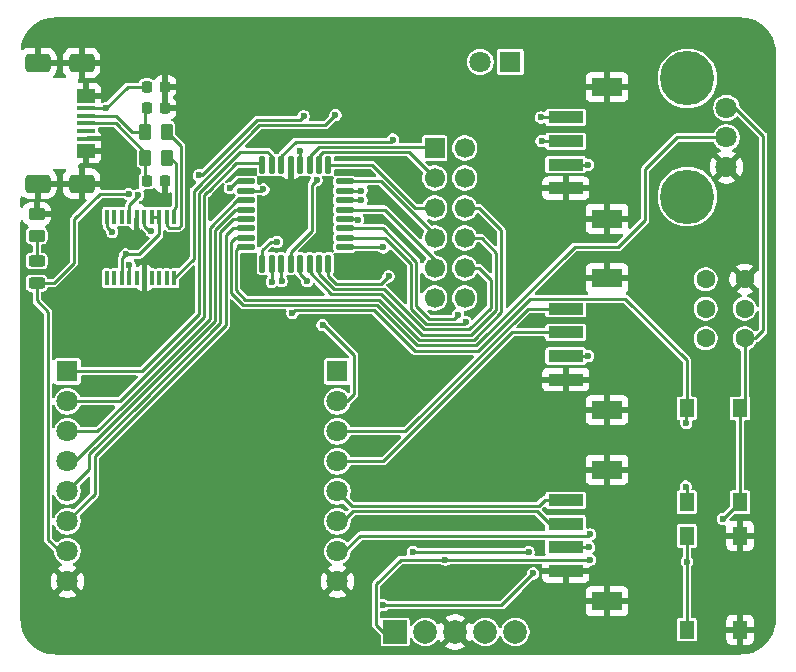
<source format=gbr>
%TF.GenerationSoftware,KiCad,Pcbnew,9.0.4*%
%TF.CreationDate,2025-09-01T15:43:59+02:00*%
%TF.ProjectId,Cours_Univ_2025_v1,436f7572-735f-4556-9e69-765f32303235,rev?*%
%TF.SameCoordinates,PX2faf080PY632ea00*%
%TF.FileFunction,Copper,L1,Top*%
%TF.FilePolarity,Positive*%
%FSLAX46Y46*%
G04 Gerber Fmt 4.6, Leading zero omitted, Abs format (unit mm)*
G04 Created by KiCad (PCBNEW 9.0.4) date 2025-09-01 15:43:59*
%MOMM*%
%LPD*%
G01*
G04 APERTURE LIST*
G04 Aperture macros list*
%AMRoundRect*
0 Rectangle with rounded corners*
0 $1 Rounding radius*
0 $2 $3 $4 $5 $6 $7 $8 $9 X,Y pos of 4 corners*
0 Add a 4 corners polygon primitive as box body*
4,1,4,$2,$3,$4,$5,$6,$7,$8,$9,$2,$3,0*
0 Add four circle primitives for the rounded corners*
1,1,$1+$1,$2,$3*
1,1,$1+$1,$4,$5*
1,1,$1+$1,$6,$7*
1,1,$1+$1,$8,$9*
0 Add four rect primitives between the rounded corners*
20,1,$1+$1,$2,$3,$4,$5,0*
20,1,$1+$1,$4,$5,$6,$7,0*
20,1,$1+$1,$6,$7,$8,$9,0*
20,1,$1+$1,$8,$9,$2,$3,0*%
G04 Aperture macros list end*
%TA.AperFunction,SMDPad,CuDef*%
%ADD10R,1.500000X0.400000*%
%TD*%
%TA.AperFunction,ComponentPad*%
%ADD11RoundRect,0.400000X-0.700000X0.400000X-0.700000X-0.400000X0.700000X-0.400000X0.700000X0.400000X0*%
%TD*%
%TA.AperFunction,SMDPad,CuDef*%
%ADD12R,1.500000X1.150000*%
%TD*%
%TA.AperFunction,ComponentPad*%
%ADD13C,1.700000*%
%TD*%
%TA.AperFunction,ComponentPad*%
%ADD14R,1.700000X1.700000*%
%TD*%
%TA.AperFunction,SMDPad,CuDef*%
%ADD15RoundRect,0.125000X-0.125000X0.625000X-0.125000X-0.625000X0.125000X-0.625000X0.125000X0.625000X0*%
%TD*%
%TA.AperFunction,SMDPad,CuDef*%
%ADD16RoundRect,0.125000X-0.625000X0.125000X-0.625000X-0.125000X0.625000X-0.125000X0.625000X0.125000X0*%
%TD*%
%TA.AperFunction,ComponentPad*%
%ADD17R,1.800000X1.800000*%
%TD*%
%TA.AperFunction,ComponentPad*%
%ADD18C,1.800000*%
%TD*%
%TA.AperFunction,SMDPad,CuDef*%
%ADD19R,2.600000X1.550000*%
%TD*%
%TA.AperFunction,SMDPad,CuDef*%
%ADD20R,3.000000X1.000000*%
%TD*%
%TA.AperFunction,SMDPad,CuDef*%
%ADD21RoundRect,0.243750X-0.456250X0.243750X-0.456250X-0.243750X0.456250X-0.243750X0.456250X0.243750X0*%
%TD*%
%TA.AperFunction,SMDPad,CuDef*%
%ADD22RoundRect,0.250000X0.450000X-0.262500X0.450000X0.262500X-0.450000X0.262500X-0.450000X-0.262500X0*%
%TD*%
%TA.AperFunction,SMDPad,CuDef*%
%ADD23RoundRect,0.250000X0.262500X0.450000X-0.262500X0.450000X-0.262500X-0.450000X0.262500X-0.450000X0*%
%TD*%
%TA.AperFunction,SMDPad,CuDef*%
%ADD24RoundRect,0.225000X0.225000X0.250000X-0.225000X0.250000X-0.225000X-0.250000X0.225000X-0.250000X0*%
%TD*%
%TA.AperFunction,SMDPad,CuDef*%
%ADD25RoundRect,0.225000X-0.225000X-0.250000X0.225000X-0.250000X0.225000X0.250000X-0.225000X0.250000X0*%
%TD*%
%TA.AperFunction,SMDPad,CuDef*%
%ADD26R,1.300000X1.550000*%
%TD*%
%TA.AperFunction,ComponentPad*%
%ADD27C,1.600000*%
%TD*%
%TA.AperFunction,ComponentPad*%
%ADD28R,2.000000X2.000000*%
%TD*%
%TA.AperFunction,ComponentPad*%
%ADD29C,2.000000*%
%TD*%
%TA.AperFunction,ComponentPad*%
%ADD30C,4.600000*%
%TD*%
%TA.AperFunction,SMDPad,CuDef*%
%ADD31R,0.400000X1.200000*%
%TD*%
%TA.AperFunction,ViaPad*%
%ADD32C,0.600000*%
%TD*%
%TA.AperFunction,Conductor*%
%ADD33C,0.250000*%
%TD*%
G04 APERTURE END LIST*
D10*
%TO.P,X1,1,VCC*%
%TO.N,+5V*%
X5600000Y46300000D03*
%TO.P,X1,2,D-*%
%TO.N,Net-(X1-D-)*%
X5600000Y45650000D03*
%TO.P,X1,3,D+*%
%TO.N,Net-(X1-D+)*%
X5600000Y45000000D03*
%TO.P,X1,4,ID*%
%TO.N,unconnected-(X1-ID-Pad4)*%
X5600000Y44350000D03*
D11*
%TO.P,X1,5,GND*%
%TO.N,GND*%
X5200000Y50100000D03*
X1500000Y50100000D03*
D12*
X5600000Y47325000D03*
D10*
X5600000Y43700000D03*
D12*
X5600000Y42675000D03*
D11*
X5200000Y39900000D03*
X1500000Y39900000D03*
%TD*%
D13*
%TO.P,J2,12,Pin_12*%
%TO.N,unconnected-(J2-Pin_12-Pad12)*%
X37640000Y30200000D03*
%TO.P,J2,11,Pin_11*%
%TO.N,unconnected-(J2-Pin_11-Pad11)*%
X35100000Y30200000D03*
%TO.P,J2,10,Pin_10*%
%TO.N,PA12*%
X37640000Y32740000D03*
%TO.P,J2,9,Pin_9*%
%TO.N,PB5*%
X35100000Y32740000D03*
%TO.P,J2,8,Pin_8*%
%TO.N,PA11*%
X37640000Y35280000D03*
%TO.P,J2,7,Pin_7*%
%TO.N,PB8*%
X35100000Y35280000D03*
%TO.P,J2,6,Pin_6*%
%TO.N,PB1*%
X37640000Y37820000D03*
%TO.P,J2,5,Pin_5*%
%TO.N,PB9*%
X35100000Y37820000D03*
%TO.P,J2,4,Pin_4*%
%TO.N,TX2*%
X37640000Y40360000D03*
%TO.P,J2,3,Pin_3*%
%TO.N,PC14*%
X35100000Y40360000D03*
%TO.P,J2,2,Pin_2*%
%TO.N,RX2*%
X37640000Y42900000D03*
D14*
%TO.P,J2,1,Pin_1*%
%TO.N,PC15*%
X35100000Y42900000D03*
%TD*%
D15*
%TO.P,U1,1,PB9*%
%TO.N,PB9*%
X26100000Y41475000D03*
%TO.P,U1,2,OSC32_IN/PC14*%
%TO.N,PC14*%
X25300000Y41475000D03*
%TO.P,U1,3,OSC32_OUT/PC15*%
%TO.N,PC15*%
X24500000Y41475000D03*
%TO.P,U1,4,VDD/VDDA*%
%TO.N,+3V3*%
X23700000Y41475000D03*
%TO.P,U1,5,VSS/VSSA*%
%TO.N,GND*%
X22900000Y41475000D03*
%TO.P,U1,6,~{RST}/PF2*%
%TO.N,RESET*%
X22100000Y41475000D03*
%TO.P,U1,7,PA0*%
%TO.N,AN*%
X21300000Y41475000D03*
%TO.P,U1,8,PA1*%
%TO.N,RST*%
X20500000Y41475000D03*
D16*
%TO.P,U1,9,PA2*%
%TO.N,TX2*%
X19125000Y40100000D03*
%TO.P,U1,10,PA3*%
%TO.N,RX2*%
X19125000Y39300000D03*
%TO.P,U1,11,PA4*%
%TO.N,CS*%
X19125000Y38500000D03*
%TO.P,U1,12,PA5*%
%TO.N,SCK*%
X19125000Y37700000D03*
%TO.P,U1,13,PA6*%
%TO.N,MISO*%
X19125000Y36900000D03*
%TO.P,U1,14,PA7*%
%TO.N,MOSI*%
X19125000Y36100000D03*
%TO.P,U1,15,PB0*%
%TO.N,AN_POT*%
X19125000Y35300000D03*
%TO.P,U1,16,PB1*%
%TO.N,PB1*%
X19125000Y34500000D03*
D15*
%TO.P,U1,17,PB2*%
%TO.N,INT*%
X20500000Y33125000D03*
%TO.P,U1,18,PA8*%
%TO.N,BP*%
X21300000Y33125000D03*
%TO.P,U1,19,PA9*%
%TO.N,TX1*%
X22100000Y33125000D03*
%TO.P,U1,20,PC6*%
%TO.N,LEDG*%
X22900000Y33125000D03*
%TO.P,U1,21,PA10*%
%TO.N,RX1*%
X23700000Y33125000D03*
%TO.P,U1,22,PA11_[PA9]*%
%TO.N,PA11*%
X24500000Y33125000D03*
%TO.P,U1,23,PA12_[PA10]*%
%TO.N,PA12*%
X25300000Y33125000D03*
%TO.P,U1,24,PA13*%
%TO.N,SWDIO*%
X26100000Y33125000D03*
D16*
%TO.P,U1,25,PA14/BOOT0*%
%TO.N,SWCLK*%
X27475000Y34500000D03*
%TO.P,U1,26,PA15*%
%TO.N,PA15*%
X27475000Y35300000D03*
%TO.P,U1,27,PB3*%
%TO.N,PB3*%
X27475000Y36100000D03*
%TO.P,U1,28,PB4*%
%TO.N,PWM*%
X27475000Y36900000D03*
%TO.P,U1,29,PB5*%
%TO.N,PB5*%
X27475000Y37700000D03*
%TO.P,U1,30,PB6*%
%TO.N,SCL*%
X27475000Y38500000D03*
%TO.P,U1,31,PB7*%
%TO.N,SDA*%
X27475000Y39300000D03*
%TO.P,U1,32,PB8*%
%TO.N,PB8*%
X27475000Y40100000D03*
%TD*%
D17*
%TO.P,CON1,1,AN*%
%TO.N,AN*%
X4000000Y24000000D03*
D18*
%TO.P,CON1,2,RST*%
%TO.N,RST*%
X4000000Y21460000D03*
%TO.P,CON1,3,CS*%
%TO.N,CS*%
X4000000Y18920000D03*
%TO.P,CON1,4,SCK*%
%TO.N,SCK*%
X4000000Y16380000D03*
%TO.P,CON1,5,MISO*%
%TO.N,MISO*%
X4000000Y13840000D03*
%TO.P,CON1,6,MOSI*%
%TO.N,MOSI*%
X4000000Y11300000D03*
%TO.P,CON1,7,3V3*%
%TO.N,+3V3*%
X4000000Y8760000D03*
%TO.P,CON1,8,GND1*%
%TO.N,GND*%
X4000000Y6220000D03*
%TO.P,CON1,9,GND2*%
X26860000Y6220000D03*
%TO.P,CON1,10,5V*%
%TO.N,+5V*%
X26860000Y8760000D03*
%TO.P,CON1,11,SDA*%
%TO.N,SDA*%
X26860000Y11300000D03*
%TO.P,CON1,12,SCL*%
%TO.N,SCL*%
X26860000Y13840000D03*
%TO.P,CON1,13,TX*%
%TO.N,TX1*%
X26860000Y16380000D03*
%TO.P,CON1,14,RX*%
%TO.N,RX1*%
X26860000Y18920000D03*
%TO.P,CON1,15,INT*%
%TO.N,INT*%
X26860000Y21460000D03*
D17*
%TO.P,CON1,16,PWM*%
%TO.N,PWM*%
X26860000Y24000000D03*
%TD*%
%TO.P,D3/PB1,1,K*%
%TO.N,Net-(D3/PB1-K)*%
X41500000Y50200000D03*
D18*
%TO.P,D3/PB1,2,A*%
%TO.N,LEDG*%
X38960000Y50200000D03*
%TD*%
D19*
%TO.P,I2C,SH,Pin_1*%
%TO.N,GND*%
X49689160Y4525000D03*
X49689160Y15675000D03*
D20*
%TO.P,I2C,4,Pin_4*%
X46200000Y7100000D03*
%TO.P,I2C,3,Pin_3*%
%TO.N,Net-(J4-Pin_3)*%
X46200000Y9100000D03*
%TO.P,I2C,2,Pin_2*%
%TO.N,SDA*%
X46200000Y11100000D03*
%TO.P,I2C,1,Pin_1*%
%TO.N,SCL*%
X46200000Y13100000D03*
%TD*%
D19*
%TO.P,UART1,SH,Pin_1*%
%TO.N,GND*%
X49689160Y20725000D03*
X49689160Y31875000D03*
D20*
%TO.P,UART1,4,Pin_4*%
X46200000Y23300000D03*
%TO.P,UART1,3,Pin_3*%
%TO.N,Net-(J5-Pin_3)*%
X46200000Y25300000D03*
%TO.P,UART1,2,Pin_2*%
%TO.N,TX1*%
X46200000Y27300000D03*
%TO.P,UART1,1,Pin_1*%
%TO.N,RX1*%
X46200000Y29300000D03*
%TD*%
D21*
%TO.P,D1,1,K*%
%TO.N,Net-(D1-K)*%
X1400000Y33337500D03*
%TO.P,D1,2,A*%
%TO.N,+3V3*%
X1400000Y31462500D03*
%TD*%
D22*
%TO.P,R3,1*%
%TO.N,Net-(D1-K)*%
X1400000Y35487500D03*
%TO.P,R3,2*%
%TO.N,GND*%
X1400000Y37312500D03*
%TD*%
D23*
%TO.P,R1,1*%
%TO.N,D-*%
X12412500Y44300000D03*
%TO.P,R1,2*%
%TO.N,Net-(X1-D-)*%
X10587500Y44300000D03*
%TD*%
%TO.P,R2,1*%
%TO.N,D+*%
X12412500Y42100000D03*
%TO.P,R2,2*%
%TO.N,Net-(X1-D+)*%
X10587500Y42100000D03*
%TD*%
D24*
%TO.P,C2,1*%
%TO.N,GND*%
X12275000Y40100000D03*
%TO.P,C2,2*%
%TO.N,Net-(X1-D+)*%
X10725000Y40100000D03*
%TD*%
D25*
%TO.P,C1,1*%
%TO.N,Net-(X1-D-)*%
X10725000Y46300000D03*
%TO.P,C1,2*%
%TO.N,GND*%
X12275000Y46300000D03*
%TD*%
D26*
%TO.P,BP/PA8,1,A*%
%TO.N,BP*%
X56450000Y12925000D03*
X56450000Y20875000D03*
%TO.P,BP/PA8,2,B*%
%TO.N,+3V3*%
X60950000Y12925000D03*
X60950000Y20875000D03*
%TD*%
D27*
%TO.P,BOOT0,1*%
%TO.N,+3V3*%
X61350000Y26800000D03*
%TO.P,BOOT0,2*%
%TO.N,BOOT*%
X61350000Y29300000D03*
%TO.P,BOOT0,3*%
%TO.N,GND*%
X61350000Y31800000D03*
%TO.P,BOOT0,4*%
%TO.N,unconnected-(BOOT0-Pad4)*%
X58050000Y26800000D03*
%TO.P,BOOT0,5*%
%TO.N,unconnected-(BOOT0-Pad5)*%
X58050000Y29300000D03*
%TO.P,BOOT0,6*%
%TO.N,unconnected-(BOOT0-Pad6)*%
X58050000Y31800000D03*
%TD*%
D26*
%TO.P,RESET,1,A*%
%TO.N,GND*%
X60950000Y10075000D03*
X60950000Y2125000D03*
%TO.P,RESET,2,B*%
%TO.N,RESET*%
X56450000Y10075000D03*
X56450000Y2125000D03*
%TD*%
D25*
%TO.P,C3,1*%
%TO.N,+5V*%
X10725000Y48100000D03*
%TO.P,C3,2*%
%TO.N,GND*%
X12275000Y48100000D03*
%TD*%
D20*
%TO.P,PB3/PA15,1,Pin_1*%
%TO.N,PB3*%
X46200000Y45500000D03*
%TO.P,PB3/PA15,2,Pin_2*%
%TO.N,PA15*%
X46200000Y43500000D03*
%TO.P,PB3/PA15,3,Pin_3*%
%TO.N,Net-(J3-Pin_3)*%
X46200000Y41500000D03*
%TO.P,PB3/PA15,4,Pin_4*%
%TO.N,GND*%
X46200000Y39500000D03*
D19*
%TO.P,PB3/PA15,SH,Pin_1*%
X49689160Y48075000D03*
X49689160Y36925000D03*
%TD*%
D28*
%TO.P,J1,1,Pin_1*%
%TO.N,+3V3*%
X31750000Y1930000D03*
D29*
%TO.P,J1,2,Pin_2*%
%TO.N,Net-(J1-Pin_2)*%
X34290000Y1930000D03*
%TO.P,J1,3,Pin_3*%
%TO.N,GND*%
X36830000Y1930000D03*
%TO.P,J1,4,Pin_4*%
%TO.N,Net-(J1-Pin_4)*%
X39370000Y1930000D03*
%TO.P,J1,5,Pin_5*%
%TO.N,Net-(J1-Pin_5)*%
X41910000Y1930000D03*
%TD*%
D30*
%TO.P,RV1/PB0,*%
%TO.N,*%
X56500000Y48800000D03*
X56500000Y38800000D03*
D18*
%TO.P,RV1/PB0,1,1*%
%TO.N,GND*%
X59800000Y41300000D03*
%TO.P,RV1/PB0,2,2*%
%TO.N,AN_POT*%
X59800000Y43800000D03*
%TO.P,RV1/PB0,3,3*%
%TO.N,+3V3*%
X59800000Y46300000D03*
%TD*%
D31*
%TO.P,U2,1,~{DTR}*%
%TO.N,unconnected-(U2-~{DTR}-Pad1)*%
X7342500Y31900000D03*
%TO.P,U2,2,~{RTS}*%
%TO.N,unconnected-(U2-~{RTS}-Pad2)*%
X7977500Y31900000D03*
%TO.P,U2,3,VCCIO*%
%TO.N,VCCIO*%
X8612500Y31900000D03*
%TO.P,U2,4,RXD*%
%TO.N,TX2*%
X9247500Y31900000D03*
%TO.P,U2,5,~{RI}*%
%TO.N,unconnected-(U2-~{RI}-Pad5)*%
X9882500Y31900000D03*
%TO.P,U2,6,GND*%
%TO.N,GND*%
X10517500Y31900000D03*
%TO.P,U2,7,~{DSR}*%
%TO.N,unconnected-(U2-~{DSR}-Pad7)*%
X11152500Y31900000D03*
%TO.P,U2,8,~{DCD}*%
%TO.N,unconnected-(U2-~{DCD}-Pad8)*%
X11787500Y31900000D03*
%TO.P,U2,9,~{CTS}*%
%TO.N,unconnected-(U2-~{CTS}-Pad9)*%
X12422500Y31900000D03*
%TO.P,U2,10,CBUS2*%
%TO.N,TXLED*%
X13057500Y31900000D03*
%TO.P,U2,11,USBDP*%
%TO.N,D+*%
X13057500Y37100000D03*
%TO.P,U2,12,USBDM*%
%TO.N,D-*%
X12422500Y37100000D03*
%TO.P,U2,13,3V3OUT*%
%TO.N,VCCIO*%
X11787500Y37100000D03*
%TO.P,U2,14,~{RESET}*%
X11152500Y37100000D03*
%TO.P,U2,15,VCC*%
%TO.N,+5V*%
X10517500Y37100000D03*
%TO.P,U2,16,GND*%
%TO.N,GND*%
X9882500Y37100000D03*
%TO.P,U2,17,CBUS1*%
%TO.N,RXLED*%
X9247500Y37100000D03*
%TO.P,U2,18,CBUS0*%
%TO.N,unconnected-(U2-CBUS0-Pad18)*%
X8612500Y37100000D03*
%TO.P,U2,19,CBUS3*%
%TO.N,unconnected-(U2-CBUS3-Pad19)*%
X7977500Y37100000D03*
%TO.P,U2,20,TXD*%
%TO.N,RX2*%
X7342500Y37100000D03*
%TD*%
D32*
%TO.N,GND*%
X7900000Y34650000D03*
X32800000Y36650000D03*
X30900000Y36750000D03*
X18800000Y40900000D03*
%TO.N,PB3*%
X44100000Y45500000D03*
%TO.N,PA15*%
X44150000Y43500000D03*
%TO.N,PB3*%
X37075000Y28775000D03*
%TO.N,PA15*%
X37725000Y28175000D03*
%TO.N,GND*%
X48100000Y19050000D03*
%TO.N,+5V*%
X48250000Y10200000D03*
%TO.N,GND*%
X54850000Y14900000D03*
%TO.N,BOOT*%
X43050000Y8700000D03*
%TO.N,+3V3*%
X48250000Y8050000D03*
%TO.N,Net-(J4-Pin_3)*%
X48150000Y9100000D03*
%TO.N,Net-(J5-Pin_3)*%
X48100000Y25300000D03*
%TO.N,Net-(J3-Pin_3)*%
X48100000Y41500000D03*
%TO.N,TX2*%
X17750000Y39500000D03*
X9250000Y33000000D03*
%TO.N,RX2*%
X7800000Y35800000D03*
X20600000Y39400000D03*
%TO.N,GND*%
X11500000Y38550000D03*
%TO.N,+5V*%
X11100000Y35900000D03*
%TO.N,VCCIO*%
X8925000Y33900000D03*
%TO.N,RX1*%
X24300000Y31650000D03*
%TO.N,TX1*%
X22150000Y31650000D03*
%TO.N,GND*%
X25300000Y47700000D03*
X22900000Y37350000D03*
X19500000Y33300000D03*
X20300000Y30800000D03*
X16400000Y37700000D03*
X29300000Y40800000D03*
X32600000Y41600000D03*
X27600000Y32400000D03*
X32800000Y39400000D03*
X8100000Y22900000D03*
X6200000Y20200000D03*
X5600000Y14300000D03*
X44100000Y9050000D03*
X59000000Y16300000D03*
X30800000Y5500000D03*
X62000000Y24900000D03*
X9900000Y36000000D03*
X8200000Y43200000D03*
X3300000Y39100000D03*
X25900000Y35100000D03*
X23300000Y31300000D03*
X12850000Y34650000D03*
%TO.N,+5V*%
X7300000Y46300000D03*
%TO.N,+3V3*%
X59515000Y11490000D03*
X36000000Y8050000D03*
X9175220Y39008664D03*
X23700000Y42625000D03*
%TO.N,RESET*%
X43440000Y6890000D03*
X31550000Y43625019D03*
X30750000Y4190000D03*
X56450000Y7900000D03*
%TO.N,LEDG*%
X25100000Y40200000D03*
%TO.N,SWDIO*%
X31200030Y32040000D03*
%TO.N,SWCLK*%
X30750020Y34490000D03*
%TO.N,SDA*%
X28900000Y39300000D03*
%TO.N,SCL*%
X28900000Y38500000D03*
%TO.N,BP*%
X23050000Y28943484D03*
X21300000Y31575500D03*
X56400000Y19600000D03*
X56350000Y14250000D03*
%TO.N,INT*%
X25600000Y27919990D03*
X21750000Y34950000D03*
%TO.N,PWM*%
X28600000Y36850000D03*
%TO.N,TXLED*%
X26700000Y45700000D03*
%TO.N,RXLED*%
X15131902Y40600000D03*
X10000000Y38950000D03*
X24000000Y45600000D03*
%TO.N,BOOT*%
X33240000Y8700000D03*
%TD*%
D33*
%TO.N,LEDG*%
X22900000Y34113604D02*
X22900000Y33125000D01*
X24700000Y35913604D02*
X22900000Y34113604D01*
X25100000Y40200000D02*
X24700000Y39800000D01*
X24700000Y39800000D02*
X24700000Y35913604D01*
%TO.N,RST*%
X18300000Y41600000D02*
X15950000Y39250000D01*
X20375000Y41600000D02*
X18300000Y41600000D01*
X20500000Y41475000D02*
X20375000Y41600000D01*
%TO.N,BP*%
X23276516Y29170000D02*
X23050000Y28943484D01*
X26999979Y29170000D02*
X23276516Y29170000D01*
X26999989Y29169990D02*
X26999979Y29170000D01*
X27000000Y29170001D02*
X26999989Y29169990D01*
X27129978Y29170000D02*
X27000000Y29170001D01*
X27129988Y29169990D02*
X27129978Y29170000D01*
X38800000Y25750000D02*
X33400000Y25750000D01*
X43200000Y30150000D02*
X38800000Y25750000D01*
X33400000Y25750000D02*
X29979999Y29170001D01*
X29979999Y29170001D02*
X27129999Y29170001D01*
X51250000Y30150000D02*
X43200000Y30150000D01*
X56450000Y24950000D02*
X51250000Y30150000D01*
X27129999Y29170001D02*
X27129988Y29169990D01*
X56450000Y20875000D02*
X56450000Y24950000D01*
%TO.N,PB5*%
X35100000Y33450000D02*
X35100000Y32740000D01*
X30850000Y37700000D02*
X35100000Y33450000D01*
X27475000Y37700000D02*
X30850000Y37700000D01*
%TO.N,PB3*%
X30750000Y36100000D02*
X27475000Y36100000D01*
X33550000Y33300000D02*
X30750000Y36100000D01*
X33550000Y29500000D02*
X33550000Y33300000D01*
X34600000Y28450000D02*
X33550000Y29500000D01*
X36750000Y28450000D02*
X34600000Y28450000D01*
X37075000Y28775000D02*
X36750000Y28450000D01*
%TO.N,PA15*%
X30900000Y35300000D02*
X27475000Y35300000D01*
X33100000Y33100000D02*
X30900000Y35300000D01*
X33100000Y29286396D02*
X33100000Y33100000D01*
X37550000Y28000000D02*
X34386396Y28000000D01*
X34386396Y28000000D02*
X33100000Y29286396D01*
X37725000Y28175000D02*
X37550000Y28000000D01*
%TO.N,PB3*%
X44100000Y45500000D02*
X46200000Y45500000D01*
%TO.N,PA15*%
X44150000Y43500000D02*
X46200000Y43500000D01*
%TO.N,AN_POT*%
X55600000Y43800000D02*
X59800000Y43800000D01*
X52900000Y41100000D02*
X55600000Y43800000D01*
X52900000Y36800000D02*
X52900000Y41100000D01*
X50650000Y34550000D02*
X52900000Y36800000D01*
X46950000Y34550000D02*
X50650000Y34550000D01*
X38600000Y26200000D02*
X46950000Y34550000D01*
X18880000Y29620000D02*
X30180000Y29620000D01*
X30180000Y29620000D02*
X33600000Y26200000D01*
X33600000Y26200000D02*
X38600000Y26200000D01*
X17840048Y30659952D02*
X18880000Y29620000D01*
X17840049Y34940049D02*
X17840048Y30659952D01*
X19125000Y35300000D02*
X18200000Y35300000D01*
X18200000Y35300000D02*
X17840049Y34940049D01*
%TO.N,PA12*%
X38860000Y32740000D02*
X37640000Y32740000D01*
X39850000Y29400000D02*
X39850000Y31750000D01*
X39850000Y31750000D02*
X38860000Y32740000D01*
X34200000Y27550000D02*
X38000000Y27550000D01*
X26553560Y30970030D02*
X30779970Y30970030D01*
X25300000Y32223590D02*
X26553560Y30970030D01*
X30779970Y30970030D02*
X34200000Y27550000D01*
X25300000Y33125000D02*
X25300000Y32223590D01*
X38000000Y27550000D02*
X39850000Y29400000D01*
%TO.N,PA11*%
X39070000Y35280000D02*
X37640000Y35280000D01*
X38200000Y27100000D02*
X40300000Y29200000D01*
X34000000Y27100000D02*
X38200000Y27100000D01*
X30579980Y30520020D02*
X34000000Y27100000D01*
X26354980Y30520020D02*
X30579980Y30520020D01*
X24500000Y32375000D02*
X26354980Y30520020D01*
X40300000Y34050000D02*
X39070000Y35280000D01*
X24500000Y33125000D02*
X24500000Y32375000D01*
X40300000Y29200000D02*
X40300000Y34050000D01*
%TO.N,PB1*%
X38880000Y37820000D02*
X37640000Y37820000D01*
X40750000Y35950000D02*
X38880000Y37820000D01*
X40750000Y29000000D02*
X40750000Y35950000D01*
X38400000Y26650000D02*
X40750000Y29000000D01*
X33800000Y26650000D02*
X38400000Y26650000D01*
X19080000Y30070000D02*
X30380000Y30070000D01*
X18290049Y30859951D02*
X19080000Y30070000D01*
X18550000Y34500000D02*
X18290049Y34240049D01*
X30380000Y30070000D02*
X33800000Y26650000D01*
X19125000Y34500000D02*
X18550000Y34500000D01*
X18290049Y34240049D02*
X18290049Y30859951D01*
%TO.N,+5V*%
X28800000Y10100000D02*
X48150000Y10100000D01*
X27460000Y8760000D02*
X28800000Y10100000D01*
X48150000Y10100000D02*
X48250000Y10200000D01*
X26860000Y8760000D02*
X27460000Y8760000D01*
%TO.N,RX1*%
X32620000Y18920000D02*
X43000000Y29300000D01*
X43000000Y29300000D02*
X46200000Y29300000D01*
X26860000Y18920000D02*
X32620000Y18920000D01*
%TO.N,TX1*%
X41650000Y27300000D02*
X46200000Y27300000D01*
X30730000Y16380000D02*
X41650000Y27300000D01*
X26860000Y16380000D02*
X30730000Y16380000D01*
%TO.N,BOOT*%
X33240000Y8700000D02*
X43050000Y8700000D01*
%TO.N,SDA*%
X44850000Y11100000D02*
X46200000Y11100000D01*
X27300000Y11300000D02*
X28150000Y12150000D01*
X43800000Y12150000D02*
X44850000Y11100000D01*
X26860000Y11300000D02*
X27300000Y11300000D01*
X28150000Y12150000D02*
X43800000Y12150000D01*
%TO.N,SCL*%
X44400000Y13100000D02*
X46200000Y13100000D01*
X43900000Y12600000D02*
X44400000Y13100000D01*
X28100000Y12600000D02*
X43900000Y12600000D01*
X26860000Y13840000D02*
X28100000Y12600000D01*
%TO.N,+3V3*%
X30760000Y1930000D02*
X31750000Y1930000D01*
X30124999Y2565001D02*
X30760000Y1930000D01*
X30124999Y5964999D02*
X30124999Y2565001D01*
X32210000Y8050000D02*
X30124999Y5964999D01*
X36000000Y8050000D02*
X32210000Y8050000D01*
X36000000Y8050000D02*
X48250000Y8050000D01*
%TO.N,Net-(J4-Pin_3)*%
X46200000Y9100000D02*
X48150000Y9100000D01*
%TO.N,Net-(J5-Pin_3)*%
X46200000Y25300000D02*
X48100000Y25300000D01*
%TO.N,Net-(J3-Pin_3)*%
X46200000Y41500000D02*
X48100000Y41500000D01*
%TO.N,TX2*%
X18350000Y40100000D02*
X19125000Y40100000D01*
X17750000Y39500000D02*
X18350000Y40100000D01*
X9247500Y32997500D02*
X9250000Y33000000D01*
X9247500Y31900000D02*
X9247500Y32997500D01*
%TO.N,RX2*%
X20500000Y39300000D02*
X20600000Y39400000D01*
X19125000Y39300000D02*
X20500000Y39300000D01*
X7342500Y37100000D02*
X7342500Y36257500D01*
X7342500Y36257500D02*
X7800000Y35800000D01*
%TO.N,VCCIO*%
X8612500Y33587500D02*
X8612500Y31900000D01*
X8925000Y33900000D02*
X8612500Y33587500D01*
X11787500Y35587500D02*
X11787500Y37100000D01*
X10100000Y33900000D02*
X11787500Y35587500D01*
X8925000Y33900000D02*
X10100000Y33900000D01*
%TO.N,+5V*%
X10950000Y35900000D02*
X10517500Y36332500D01*
X11100000Y35900000D02*
X10950000Y35900000D01*
X10517500Y36332500D02*
X10517500Y37100000D01*
%TO.N,RXLED*%
X10000000Y38850000D02*
X9247500Y38097500D01*
X9247500Y38097500D02*
X9247500Y37100000D01*
X10000000Y38950000D02*
X10000000Y38850000D01*
%TO.N,RX1*%
X23700000Y32250000D02*
X24300000Y31650000D01*
X23700000Y33125000D02*
X23700000Y32250000D01*
%TO.N,TX1*%
X22100000Y31700000D02*
X22150000Y31650000D01*
X22100000Y33125000D02*
X22100000Y31700000D01*
%TO.N,INT*%
X27660000Y21460000D02*
X26860000Y21460000D01*
X28300000Y22100000D02*
X27660000Y21460000D01*
X28300000Y25363604D02*
X28300000Y22100000D01*
X25743614Y27919990D02*
X28300000Y25363604D01*
X25600000Y27919990D02*
X25743614Y27919990D01*
%TO.N,Net-(X1-D-)*%
X8150000Y45650000D02*
X9500000Y44300000D01*
X5600000Y45650000D02*
X8150000Y45650000D01*
X10587500Y44300000D02*
X10587500Y46162500D01*
X9500000Y44300000D02*
X10587500Y44300000D01*
X10587500Y46162500D02*
X10725000Y46300000D01*
%TO.N,Net-(X1-D+)*%
X8100000Y45000000D02*
X10587500Y42512500D01*
X10587500Y42100000D02*
X10587500Y40237500D01*
X5600000Y45000000D02*
X8100000Y45000000D01*
X10587500Y42512500D02*
X10587500Y42100000D01*
X10587500Y40237500D02*
X10725000Y40100000D01*
%TO.N,Net-(D1-K)*%
X1400000Y35487500D02*
X1400000Y33337500D01*
%TO.N,+5V*%
X5600000Y46300000D02*
X7300000Y46300000D01*
X9100000Y48100000D02*
X10725000Y48100000D01*
X7300000Y46300000D02*
X9100000Y48100000D01*
%TO.N,+3V3*%
X61350000Y26800000D02*
X62230000Y26800000D01*
X60560000Y46300000D02*
X59800000Y46300000D01*
X1400000Y30000000D02*
X1400000Y31462500D01*
X2350000Y9750000D02*
X2350000Y29050000D01*
X62230000Y26800000D02*
X62930000Y27500000D01*
X62930000Y27500000D02*
X62930000Y43930000D01*
X23700000Y41475000D02*
X23700000Y42625000D01*
X2852500Y31462500D02*
X1400000Y31462500D01*
X61350000Y26800000D02*
X61350000Y21275000D01*
X62930000Y43930000D02*
X60560000Y46300000D01*
X4580000Y33190000D02*
X2852500Y31462500D01*
X3340000Y8760000D02*
X2350000Y9750000D01*
X9175220Y39008664D02*
X6728664Y39008664D01*
X6728664Y39008664D02*
X4580000Y36860000D01*
X4580000Y36860000D02*
X4580000Y33190000D01*
X60950000Y20875000D02*
X60950000Y12925000D01*
X4000000Y8760000D02*
X3340000Y8760000D01*
X59515000Y11490000D02*
X60950000Y12925000D01*
X2350000Y29050000D02*
X1400000Y30000000D01*
X61350000Y21275000D02*
X60950000Y20875000D01*
%TO.N,VCCIO*%
X11787500Y37100000D02*
X11152500Y37100000D01*
X11152500Y37262500D02*
X11152500Y37100000D01*
%TO.N,RESET*%
X56450000Y10075000D02*
X56450000Y7900000D01*
X22100000Y42225000D02*
X22100000Y41475000D01*
X31550000Y43625019D02*
X31375010Y43450029D01*
X43440000Y6890000D02*
X42600000Y6050000D01*
X31375010Y43450029D02*
X23325029Y43450029D01*
X56325000Y10075000D02*
X56450000Y10075000D01*
X40740000Y4190000D02*
X42600000Y6050000D01*
X23325029Y43450029D02*
X22100000Y42225000D01*
X30750000Y4190000D02*
X40740000Y4190000D01*
X56450000Y7900000D02*
X56450000Y2125000D01*
%TO.N,AN*%
X20925000Y42600000D02*
X18652182Y42600000D01*
X15400000Y39347818D02*
X15400000Y39340000D01*
X15400000Y39340000D02*
X15140000Y39080000D01*
X21300000Y42225000D02*
X20925000Y42600000D01*
X15140000Y28815000D02*
X10325000Y24000000D01*
X15140000Y39080000D02*
X15140000Y28815000D01*
X18652182Y42600000D02*
X15400000Y39347818D01*
X21300000Y41475000D02*
X21300000Y42225000D01*
X4000000Y24000000D02*
X10325000Y24000000D01*
%TO.N,D-*%
X12422500Y36349998D02*
X12422500Y37100000D01*
X13650000Y43062500D02*
X13650000Y36400000D01*
X13650000Y36400000D02*
X13424999Y36174999D01*
X12412500Y44300000D02*
X13650000Y43062500D01*
X12597499Y36174999D02*
X12422500Y36349998D01*
X13424999Y36174999D02*
X12597499Y36174999D01*
%TO.N,D+*%
X13200000Y37900000D02*
X13057500Y37757500D01*
X13057500Y37757500D02*
X13057500Y37100000D01*
X12700000Y42100000D02*
X13200000Y41600000D01*
X13200000Y41600000D02*
X13200000Y37900000D01*
X12412500Y42100000D02*
X12700000Y42100000D01*
%TO.N,SWDIO*%
X30580070Y31420040D02*
X31200030Y32040000D01*
X30490040Y31420040D02*
X30580070Y31420040D01*
X30490040Y31420040D02*
X26739960Y31420040D01*
X26100000Y32060000D02*
X26100000Y33125000D01*
X26739960Y31420040D02*
X26100000Y32060000D01*
%TO.N,SWCLK*%
X27475000Y34500000D02*
X30740020Y34500000D01*
X30740020Y34500000D02*
X30750020Y34490000D01*
%TO.N,SDA*%
X27475000Y39300000D02*
X28900000Y39300000D01*
%TO.N,SCL*%
X27475000Y38500000D02*
X28900000Y38500000D01*
%TO.N,CS*%
X18370000Y38500000D02*
X16040019Y36170019D01*
X16040019Y36170019D02*
X16040019Y28442076D01*
X8607811Y21007811D02*
X6520000Y18920000D01*
X19125000Y38500000D02*
X18370000Y38500000D01*
X8871505Y21273685D02*
X8607811Y21009991D01*
X19125000Y38500000D02*
X18375000Y38500000D01*
X8607811Y21009991D02*
X8607811Y21007811D01*
X8871628Y21273685D02*
X8871505Y21273685D01*
X6520000Y18920000D02*
X4000000Y18920000D01*
X16040019Y28442076D02*
X8871628Y21273685D01*
%TO.N,BP*%
X56450000Y14150000D02*
X56350000Y14250000D01*
X56400000Y20825000D02*
X56450000Y20875000D01*
X56400000Y19600000D02*
X56400000Y20825000D01*
X21300000Y31575500D02*
X21300000Y33125000D01*
X56450000Y12925000D02*
X56450000Y14150000D01*
%TO.N,MOSI*%
X17390049Y35510049D02*
X17390049Y31473600D01*
X17390046Y27882873D02*
X10597197Y21090024D01*
X17390049Y31473600D02*
X17390046Y27882873D01*
X10597197Y21087967D02*
X6300010Y16790780D01*
X19125000Y36100000D02*
X17980000Y36100000D01*
X17980000Y36100000D02*
X17390049Y35510049D01*
X6300010Y16790780D02*
X6300010Y13600010D01*
X10597197Y21090024D02*
X10597197Y21087967D01*
X6300010Y13600010D02*
X4000000Y11300000D01*
%TO.N,MISO*%
X19125000Y36900000D02*
X18042820Y36900000D01*
X10147187Y21276424D02*
X10147187Y21274367D01*
X16940039Y31660000D02*
X16940037Y28069274D01*
X16940037Y28069274D02*
X10147187Y21276424D01*
X16940039Y35797219D02*
X16940039Y31660000D01*
X10147187Y21274367D02*
X5850000Y16977180D01*
X5850000Y16977180D02*
X5850000Y15690000D01*
X18042820Y36900000D02*
X16940039Y35797219D01*
X5850000Y15690000D02*
X4000000Y13840000D01*
%TO.N,SCK*%
X9697177Y21462824D02*
X9697177Y21460767D01*
X4616410Y16380000D02*
X4000000Y16380000D01*
X16490029Y35983619D02*
X16490028Y28255675D01*
X18206410Y37700000D02*
X16490029Y35983619D01*
X16490028Y28255675D02*
X9697177Y21462824D01*
X9697177Y21460767D02*
X4616410Y16380000D01*
X18206410Y37700000D02*
X19125000Y37700000D01*
%TO.N,RST*%
X15590010Y38893600D02*
X15846420Y39150010D01*
X15590009Y28628599D02*
X8421410Y21460000D01*
X8421410Y21460000D02*
X4000000Y21460000D01*
X15846420Y39150010D02*
X15850010Y39150010D01*
X15590010Y38893600D02*
X15590009Y28628599D01*
X15950000Y39250000D02*
X15850010Y39150010D01*
X15950000Y39250000D02*
X15946410Y39250000D01*
%TO.N,INT*%
X20500000Y34250000D02*
X20500000Y33125000D01*
X21750000Y34950000D02*
X21200000Y34950000D01*
X21200000Y34950000D02*
X20500000Y34250000D01*
%TO.N,PWM*%
X27475000Y36900000D02*
X28550000Y36900000D01*
X28550000Y36900000D02*
X28600000Y36850000D01*
%TO.N,PC15*%
X24500000Y42225000D02*
X25275019Y43000019D01*
X25275019Y43000019D02*
X34999981Y43000019D01*
X24500000Y41475000D02*
X24500000Y42225000D01*
X34999981Y43000019D02*
X35100000Y42900000D01*
%TO.N,PC14*%
X25300000Y41475000D02*
X25300000Y42225000D01*
X32909990Y42550010D02*
X35100000Y40360000D01*
X25625010Y42550010D02*
X32909990Y42550010D01*
X25300000Y42225000D02*
X25625010Y42550010D01*
%TO.N,PB9*%
X26100000Y41475000D02*
X29799998Y41475000D01*
X33454998Y37820000D02*
X35100000Y37820000D01*
X29799998Y41475000D02*
X33454998Y37820000D01*
%TO.N,PB8*%
X35100000Y35538588D02*
X35100000Y35280000D01*
X27475000Y40100000D02*
X30538588Y40100000D01*
X30538588Y40100000D02*
X35100000Y35538588D01*
%TO.N,TXLED*%
X20265786Y44850000D02*
X14690000Y39274214D01*
X25850000Y44850000D02*
X20265786Y44850000D01*
X26700000Y45700000D02*
X25850000Y44850000D01*
X14690000Y33532500D02*
X13057500Y31900000D01*
X14690000Y39274214D02*
X14690000Y33532500D01*
%TO.N,RXLED*%
X23700000Y45300000D02*
X24000000Y45600000D01*
X15379390Y40600000D02*
X20079390Y45300000D01*
X20079390Y45300000D02*
X23700000Y45300000D01*
X15131902Y40600000D02*
X15379390Y40600000D01*
%TD*%
%TA.AperFunction,Conductor*%
%TO.N,GND*%
G36*
X62429473Y31074080D02*
G01*
X62448615Y31075586D01*
X62518095Y31060989D01*
X62568654Y31011146D01*
X62584500Y30949974D01*
X62584500Y29603959D01*
X62564498Y29535838D01*
X62510842Y29489345D01*
X62440568Y29479241D01*
X62375988Y29508735D01*
X62337604Y29568461D01*
X62334921Y29579377D01*
X62331283Y29597669D01*
X62254356Y29783388D01*
X62142674Y29950531D01*
X62142669Y29950537D01*
X62000536Y30092670D01*
X62000530Y30092675D01*
X61887023Y30168518D01*
X61833388Y30204356D01*
X61647669Y30281283D01*
X61640936Y30282623D01*
X61578029Y30315533D01*
X61542901Y30377230D01*
X61546704Y30448125D01*
X61588233Y30505709D01*
X61645823Y30530650D01*
X61654419Y30532012D01*
X61849025Y30595244D01*
X61849034Y30595247D01*
X62031350Y30688141D01*
X62075920Y30720525D01*
X62075920Y30720527D01*
X61438585Y31357862D01*
X61523694Y31380667D01*
X61626306Y31439910D01*
X61710090Y31523694D01*
X61769333Y31626306D01*
X61792138Y31711415D01*
X62429473Y31074080D01*
G37*
%TD.AperFunction*%
%TA.AperFunction,Conductor*%
G36*
X61003300Y53974328D02*
G01*
X61304319Y53958551D01*
X61317436Y53957173D01*
X61611911Y53910533D01*
X61624811Y53907791D01*
X61912799Y53830626D01*
X61925332Y53826553D01*
X62203672Y53719708D01*
X62215719Y53714344D01*
X62481368Y53578990D01*
X62492785Y53572399D01*
X62742838Y53410012D01*
X62753495Y53402268D01*
X62985197Y53214640D01*
X62994998Y53205815D01*
X63205814Y52994999D01*
X63214639Y52985198D01*
X63402263Y52753502D01*
X63410015Y52742833D01*
X63572394Y52492792D01*
X63578989Y52481369D01*
X63714343Y52215720D01*
X63719707Y52203673D01*
X63826550Y51925339D01*
X63830626Y51912795D01*
X63907790Y51624812D01*
X63910532Y51611912D01*
X63957172Y51317437D01*
X63958550Y51304321D01*
X63974327Y51003302D01*
X63974500Y50996707D01*
X63974500Y3003294D01*
X63974327Y2996699D01*
X63958550Y2695680D01*
X63957172Y2682564D01*
X63910532Y2388089D01*
X63907790Y2375189D01*
X63830626Y2087206D01*
X63826550Y2074662D01*
X63719707Y1796328D01*
X63714343Y1784281D01*
X63578989Y1518632D01*
X63572394Y1507209D01*
X63410015Y1257168D01*
X63402263Y1246499D01*
X63214639Y1014803D01*
X63205814Y1005002D01*
X62994998Y794186D01*
X62985197Y785361D01*
X62753501Y597737D01*
X62742832Y589985D01*
X62492791Y427606D01*
X62481368Y421011D01*
X62215719Y285657D01*
X62203672Y280293D01*
X61925338Y173450D01*
X61912794Y169374D01*
X61624811Y92210D01*
X61611911Y89468D01*
X61317436Y42828D01*
X61304320Y41450D01*
X61020488Y26574D01*
X61003299Y25673D01*
X60996707Y25500D01*
X3003293Y25500D01*
X2996700Y25673D01*
X2978512Y26627D01*
X2695679Y41450D01*
X2682563Y42828D01*
X2388088Y89468D01*
X2375188Y92210D01*
X2087205Y169374D01*
X2074661Y173450D01*
X1796327Y280293D01*
X1784280Y285657D01*
X1518631Y421011D01*
X1507208Y427606D01*
X1257167Y589985D01*
X1246498Y597737D01*
X1187493Y645518D01*
X1014802Y785361D01*
X1005001Y794186D01*
X794185Y1005002D01*
X785360Y1014803D01*
X597732Y1246505D01*
X589988Y1257162D01*
X427601Y1507215D01*
X421010Y1518632D01*
X285656Y1784281D01*
X280292Y1796328D01*
X254248Y1864174D01*
X173447Y2074668D01*
X169373Y2087206D01*
X134916Y2215801D01*
X92209Y2375189D01*
X89467Y2388089D01*
X52116Y2623913D01*
X42826Y2682565D01*
X41449Y2695681D01*
X25673Y2996700D01*
X25500Y3003294D01*
X25500Y36677516D01*
X45502Y36745637D01*
X99158Y36792130D01*
X169432Y36802234D01*
X234012Y36772740D01*
X261179Y36736748D01*
X261790Y36737124D01*
X357683Y36581656D01*
X357688Y36581650D01*
X481649Y36457689D01*
X481655Y36457684D01*
X630879Y36365642D01*
X648911Y36359667D01*
X707283Y36319254D01*
X734540Y36253698D01*
X722028Y36183813D01*
X684789Y36139194D01*
X613885Y36086116D01*
X532807Y35977807D01*
X532806Y35977805D01*
X486273Y35853044D01*
X485525Y35851039D01*
X479500Y35795008D01*
X479500Y35179993D01*
X482628Y35150905D01*
X485525Y35123960D01*
X532806Y34997195D01*
X532807Y34997194D01*
X613884Y34888885D01*
X671841Y34845500D01*
X722195Y34807806D01*
X848960Y34760525D01*
X905000Y34754500D01*
X928500Y34754500D01*
X996621Y34734498D01*
X1043114Y34680842D01*
X1054500Y34628500D01*
X1054500Y34171500D01*
X1034498Y34103379D01*
X980842Y34056886D01*
X928503Y34045500D01*
X887838Y34045500D01*
X887822Y34045499D01*
X856466Y34042559D01*
X724370Y33996338D01*
X611768Y33913232D01*
X528661Y33800628D01*
X528660Y33800625D01*
X482441Y33668538D01*
X479500Y33637174D01*
X479500Y33037838D01*
X479501Y33037823D01*
X481503Y33016470D01*
X482441Y33006466D01*
X497911Y32962256D01*
X528662Y32874371D01*
X541342Y32857191D01*
X611768Y32761768D01*
X724370Y32678663D01*
X724371Y32678663D01*
X724372Y32678662D01*
X724375Y32678661D01*
X856463Y32632442D01*
X856466Y32632441D01*
X887829Y32629500D01*
X1912170Y32629501D01*
X1943534Y32632441D01*
X2075630Y32678663D01*
X2188232Y32761768D01*
X2271337Y32874370D01*
X2313125Y32993794D01*
X2317558Y33006463D01*
X2317558Y33006464D01*
X2317559Y33006466D01*
X2320500Y33037829D01*
X2320499Y33637170D01*
X2317559Y33668534D01*
X2271337Y33800630D01*
X2188232Y33913232D01*
X2075630Y33996337D01*
X2075629Y33996338D01*
X2075627Y33996339D01*
X2075624Y33996340D01*
X1943536Y34042559D01*
X1943538Y34042559D01*
X1912173Y34045500D01*
X1912171Y34045500D01*
X1871500Y34045500D01*
X1803379Y34065502D01*
X1756886Y34119158D01*
X1745500Y34171500D01*
X1745500Y34628500D01*
X1765502Y34696621D01*
X1819158Y34743114D01*
X1871500Y34754500D01*
X1894996Y34754500D01*
X1895000Y34754500D01*
X1951040Y34760525D01*
X2077805Y34807806D01*
X2186115Y34888885D01*
X2267194Y34997195D01*
X2314475Y35123960D01*
X2320500Y35180000D01*
X2320500Y35795000D01*
X2314475Y35851040D01*
X2267194Y35977805D01*
X2186115Y36086115D01*
X2169465Y36098579D01*
X2115210Y36139194D01*
X2072663Y36196029D01*
X2067598Y36266845D01*
X2101623Y36329157D01*
X2151090Y36359668D01*
X2169122Y36365643D01*
X2318344Y36457684D01*
X2318350Y36457689D01*
X2442311Y36581650D01*
X2442316Y36581656D01*
X2534357Y36730878D01*
X2589506Y36897309D01*
X2599999Y37000013D01*
X2600000Y37000013D01*
X2600000Y37062500D01*
X1526000Y37062500D01*
X1457879Y37082502D01*
X1411386Y37136158D01*
X1400000Y37188500D01*
X1400000Y37312500D01*
X1276000Y37312500D01*
X1207879Y37332502D01*
X1161386Y37386158D01*
X1150000Y37438500D01*
X1150000Y37562500D01*
X1650000Y37562500D01*
X2599999Y37562500D01*
X2599999Y37624979D01*
X2589506Y37727692D01*
X2534357Y37894123D01*
X2442316Y38043345D01*
X2442311Y38043351D01*
X2318350Y38167312D01*
X2318344Y38167317D01*
X2169122Y38259358D01*
X2002691Y38314507D01*
X1899987Y38325000D01*
X1650000Y38325000D01*
X1650000Y37562500D01*
X1150000Y37562500D01*
X1150000Y38325000D01*
X900021Y38325000D01*
X797308Y38314507D01*
X630877Y38259358D01*
X481655Y38167317D01*
X481649Y38167312D01*
X357688Y38043351D01*
X357683Y38043345D01*
X261790Y37887876D01*
X260692Y37888553D01*
X218774Y37840948D01*
X150496Y37821489D01*
X82537Y37842033D01*
X36473Y37896058D01*
X25500Y37947485D01*
X25500Y38704931D01*
X45502Y38773052D01*
X99158Y38819545D01*
X169432Y38829649D01*
X230795Y38802851D01*
X307123Y38741041D01*
X475692Y38655151D01*
X658433Y38606186D01*
X658437Y38606185D01*
X737006Y38600001D01*
X737009Y38600000D01*
X1250000Y38600000D01*
X1250000Y39500000D01*
X1750000Y39500000D01*
X1750000Y38600000D01*
X2262991Y38600000D01*
X2262993Y38600001D01*
X2341562Y38606185D01*
X2341566Y38606186D01*
X2524307Y38655151D01*
X2692876Y38741041D01*
X2692877Y38741041D01*
X2839901Y38860099D01*
X2958959Y39007123D01*
X2958959Y39007124D01*
X3044849Y39175693D01*
X3093814Y39358434D01*
X3093815Y39358438D01*
X3099999Y39437007D01*
X3100000Y39437009D01*
X3100000Y39650000D01*
X2165686Y39650000D01*
X2170080Y39654394D01*
X2222741Y39745606D01*
X2250000Y39847339D01*
X2250000Y39952661D01*
X2222741Y40054394D01*
X2170080Y40145606D01*
X2165686Y40150000D01*
X3100000Y40150000D01*
X3100000Y40362991D01*
X3099999Y40362994D01*
X3093815Y40441563D01*
X3093814Y40441567D01*
X3044849Y40624308D01*
X2958959Y40792877D01*
X2958959Y40792878D01*
X2839900Y40939902D01*
X2826713Y40950581D01*
X2786362Y41008995D01*
X2783998Y41079953D01*
X2820371Y41140924D01*
X2883934Y41172551D01*
X2906009Y41174500D01*
X3793991Y41174500D01*
X3862112Y41154498D01*
X3908605Y41100842D01*
X3918709Y41030568D01*
X3889215Y40965988D01*
X3873287Y40950581D01*
X3860099Y40939902D01*
X3741040Y40792878D01*
X3741040Y40792877D01*
X3655150Y40624308D01*
X3606185Y40441567D01*
X3606184Y40441563D01*
X3600000Y40362994D01*
X3600000Y40150000D01*
X4534314Y40150000D01*
X4529920Y40145606D01*
X4477259Y40054394D01*
X4450000Y39952661D01*
X4450000Y39847339D01*
X4477259Y39745606D01*
X4529920Y39654394D01*
X4534314Y39650000D01*
X3600000Y39650000D01*
X3600000Y39437007D01*
X3606184Y39358438D01*
X3606185Y39358434D01*
X3655150Y39175693D01*
X3741040Y39007124D01*
X3741040Y39007123D01*
X3860098Y38860099D01*
X4007122Y38741041D01*
X4175692Y38655151D01*
X4358433Y38606186D01*
X4358437Y38606185D01*
X4437006Y38600001D01*
X4437009Y38600000D01*
X4950000Y38600000D01*
X4950000Y39500000D01*
X5450000Y39500000D01*
X5450000Y38600000D01*
X5527199Y38600000D01*
X5595320Y38579998D01*
X5641813Y38526342D01*
X5651917Y38456068D01*
X5622423Y38391488D01*
X5616294Y38384905D01*
X4367858Y37136469D01*
X4349216Y37117827D01*
X4303534Y37072146D01*
X4303530Y37072140D01*
X4258046Y36993360D01*
X4258044Y36993355D01*
X4234500Y36905490D01*
X4234500Y33385301D01*
X4214498Y33317180D01*
X4197595Y33296206D01*
X2746294Y31844905D01*
X2683982Y31810879D01*
X2657199Y31808000D01*
X2401899Y31808000D01*
X2333778Y31828002D01*
X2287285Y31881658D01*
X2282969Y31892387D01*
X2271338Y31925628D01*
X2268707Y31929193D01*
X2188232Y32038232D01*
X2075630Y32121337D01*
X2075629Y32121338D01*
X2075627Y32121339D01*
X2075624Y32121340D01*
X1943536Y32167559D01*
X1943538Y32167559D01*
X1918443Y32169912D01*
X1912171Y32170500D01*
X1912170Y32170500D01*
X887837Y32170500D01*
X887822Y32170499D01*
X856466Y32167559D01*
X724370Y32121338D01*
X611768Y32038232D01*
X528661Y31925628D01*
X528660Y31925625D01*
X482441Y31793538D01*
X479500Y31762174D01*
X479500Y31162838D01*
X479501Y31162823D01*
X481545Y31141028D01*
X482441Y31131466D01*
X487503Y31117000D01*
X528662Y30999371D01*
X528663Y30999370D01*
X611768Y30886768D01*
X724370Y30803663D01*
X724371Y30803663D01*
X724372Y30803662D01*
X724375Y30803661D01*
X856463Y30757442D01*
X856466Y30757441D01*
X887829Y30754500D01*
X928499Y30754501D01*
X996618Y30734501D01*
X1043112Y30680846D01*
X1054500Y30628501D01*
X1054500Y29954511D01*
X1078044Y29866646D01*
X1078046Y29866641D01*
X1098101Y29831905D01*
X1123531Y29787858D01*
X1967596Y28943793D01*
X2001620Y28881482D01*
X2004500Y28854699D01*
X2004500Y9704511D01*
X2028044Y9616646D01*
X2028046Y9616641D01*
X2045901Y9585715D01*
X2073531Y9537858D01*
X2842596Y8768793D01*
X2876620Y8706482D01*
X2879500Y8679699D01*
X2879500Y8671815D01*
X2907090Y8497616D01*
X2961592Y8329877D01*
X3041662Y8172730D01*
X3145330Y8030043D01*
X3145332Y8030041D01*
X3145334Y8030038D01*
X3270037Y7905335D01*
X3270040Y7905333D01*
X3270043Y7905330D01*
X3412730Y7801662D01*
X3501731Y7756314D01*
X3553346Y7707567D01*
X3570412Y7638653D01*
X3547512Y7571451D01*
X3491915Y7527298D01*
X3483468Y7524216D01*
X3462589Y7517432D01*
X3462585Y7517430D01*
X3266243Y7417389D01*
X3202485Y7371068D01*
X3915905Y6657648D01*
X3828429Y6634208D01*
X3727070Y6575689D01*
X3644311Y6492930D01*
X3585792Y6391571D01*
X3562352Y6304095D01*
X2848932Y7017515D01*
X2802611Y6953757D01*
X2702570Y6757415D01*
X2702567Y6757409D01*
X2634474Y6547840D01*
X2600000Y6330179D01*
X2600000Y6109822D01*
X2634474Y5892161D01*
X2702567Y5682592D01*
X2702570Y5682586D01*
X2802615Y5486237D01*
X2848931Y5422487D01*
X2848933Y5422487D01*
X3562352Y6135906D01*
X3585792Y6048429D01*
X3644311Y5947070D01*
X3727070Y5864311D01*
X3828429Y5805792D01*
X3915905Y5782353D01*
X3202485Y5068934D01*
X3266240Y5022614D01*
X3266241Y5022613D01*
X3462585Y4922571D01*
X3462591Y4922568D01*
X3672162Y4854475D01*
X3672158Y4854475D01*
X3889821Y4820000D01*
X4110179Y4820000D01*
X4327839Y4854475D01*
X4537408Y4922568D01*
X4537414Y4922571D01*
X4733763Y5022616D01*
X4797513Y5068933D01*
X4797513Y5068935D01*
X4084095Y5782353D01*
X4171571Y5805792D01*
X4272930Y5864311D01*
X4355689Y5947070D01*
X4414208Y6048429D01*
X4437647Y6135905D01*
X5151065Y5422487D01*
X5151067Y5422487D01*
X5197384Y5486237D01*
X5297429Y5682586D01*
X5297432Y5682592D01*
X5365525Y5892161D01*
X5400000Y6109822D01*
X5400000Y6330179D01*
X25460000Y6330179D01*
X25460000Y6109822D01*
X25494474Y5892161D01*
X25562567Y5682592D01*
X25562570Y5682586D01*
X25662615Y5486237D01*
X25708931Y5422487D01*
X25708933Y5422487D01*
X26422352Y6135906D01*
X26445792Y6048429D01*
X26504311Y5947070D01*
X26587070Y5864311D01*
X26688429Y5805792D01*
X26775905Y5782353D01*
X26062485Y5068934D01*
X26126240Y5022614D01*
X26126241Y5022613D01*
X26322585Y4922571D01*
X26322591Y4922568D01*
X26532162Y4854475D01*
X26532158Y4854475D01*
X26749821Y4820000D01*
X26970179Y4820000D01*
X27187839Y4854475D01*
X27397408Y4922568D01*
X27397414Y4922571D01*
X27593763Y5022616D01*
X27657513Y5068933D01*
X27657513Y5068935D01*
X26944095Y5782353D01*
X27031571Y5805792D01*
X27132930Y5864311D01*
X27215689Y5947070D01*
X27274208Y6048429D01*
X27297647Y6135905D01*
X28011065Y5422487D01*
X28011067Y5422487D01*
X28057384Y5486237D01*
X28157429Y5682586D01*
X28157432Y5682592D01*
X28225525Y5892161D01*
X28260000Y6109822D01*
X28260000Y6330179D01*
X28225525Y6547840D01*
X28157432Y6757409D01*
X28157429Y6757415D01*
X28057387Y6953759D01*
X28057386Y6953760D01*
X28011066Y7017515D01*
X27297647Y6304096D01*
X27274208Y6391571D01*
X27215689Y6492930D01*
X27132930Y6575689D01*
X27031571Y6634208D01*
X26944094Y6657648D01*
X27657513Y7371067D01*
X27657513Y7371069D01*
X27593763Y7417385D01*
X27397414Y7517430D01*
X27397407Y7517433D01*
X27376532Y7524216D01*
X27317927Y7564291D01*
X27290292Y7629688D01*
X27302400Y7699644D01*
X27350407Y7751949D01*
X27358246Y7756303D01*
X27447270Y7801662D01*
X27589957Y7905330D01*
X27714670Y8030043D01*
X27818338Y8172730D01*
X27898408Y8329877D01*
X27952910Y8497616D01*
X27980500Y8671815D01*
X27980500Y8739699D01*
X28000502Y8807820D01*
X28017405Y8828794D01*
X28906206Y9717595D01*
X28968518Y9751621D01*
X28995301Y9754500D01*
X44353558Y9754500D01*
X44421679Y9734498D01*
X44468172Y9680842D01*
X44477002Y9627909D01*
X44479500Y9627909D01*
X44479500Y8578286D01*
X44479501Y8578281D01*
X44485906Y8546078D01*
X44479576Y8475364D01*
X44436020Y8419298D01*
X44369066Y8395680D01*
X44362326Y8395500D01*
X43671477Y8395500D01*
X43603356Y8415502D01*
X43556863Y8469158D01*
X43546759Y8539432D01*
X43549770Y8554111D01*
X43566078Y8614972D01*
X43570500Y8631475D01*
X43570500Y8768525D01*
X43567317Y8780405D01*
X43535029Y8900903D01*
X43466505Y9019591D01*
X43466497Y9019601D01*
X43369600Y9116498D01*
X43369590Y9116506D01*
X43250902Y9185030D01*
X43118528Y9220500D01*
X43118525Y9220500D01*
X42981475Y9220500D01*
X42981471Y9220500D01*
X42849097Y9185030D01*
X42730409Y9116506D01*
X42730404Y9116502D01*
X42713357Y9099454D01*
X42696307Y9082405D01*
X42633998Y9048380D01*
X42607213Y9045500D01*
X33682787Y9045500D01*
X33614666Y9065502D01*
X33593695Y9082402D01*
X33559594Y9116503D01*
X33559593Y9116504D01*
X33559590Y9116506D01*
X33440902Y9185030D01*
X33308528Y9220500D01*
X33308525Y9220500D01*
X33171475Y9220500D01*
X33171471Y9220500D01*
X33039097Y9185030D01*
X32920409Y9116506D01*
X32920399Y9116498D01*
X32823502Y9019601D01*
X32823494Y9019591D01*
X32754970Y8900903D01*
X32719500Y8768529D01*
X32719500Y8768525D01*
X32719500Y8631475D01*
X32723922Y8614972D01*
X32740230Y8554111D01*
X32738540Y8483135D01*
X32698746Y8424339D01*
X32633482Y8396391D01*
X32618523Y8395500D01*
X32164510Y8395500D01*
X32076645Y8371956D01*
X32076642Y8371955D01*
X32003761Y8329877D01*
X32003760Y8329877D01*
X31997862Y8326472D01*
X31997853Y8326466D01*
X30428804Y6757415D01*
X29912857Y6241468D01*
X29891390Y6220001D01*
X29848533Y6177145D01*
X29848529Y6177139D01*
X29803045Y6098359D01*
X29803043Y6098354D01*
X29779499Y6010489D01*
X29779499Y2519512D01*
X29803043Y2431647D01*
X29803045Y2431642D01*
X29822177Y2398505D01*
X29848530Y2352859D01*
X30492596Y1708793D01*
X30526620Y1646482D01*
X30529500Y1619699D01*
X30529500Y908286D01*
X30529501Y908281D01*
X30542292Y843965D01*
X30591027Y771028D01*
X30638131Y739555D01*
X30663965Y722293D01*
X30728281Y709500D01*
X32771718Y709501D01*
X32836035Y722293D01*
X32908972Y771028D01*
X32957707Y843965D01*
X32970500Y908281D01*
X32970499Y1306459D01*
X32990501Y1374576D01*
X33044156Y1421070D01*
X33114430Y1431174D01*
X33179011Y1401681D01*
X33208765Y1363660D01*
X33237913Y1306456D01*
X33246135Y1290319D01*
X33359055Y1134898D01*
X33359057Y1134896D01*
X33359059Y1134893D01*
X33494892Y999060D01*
X33494895Y999058D01*
X33494898Y999055D01*
X33650319Y886135D01*
X33821491Y798918D01*
X34004193Y739555D01*
X34004194Y739555D01*
X34004199Y739553D01*
X34193945Y709500D01*
X34193948Y709500D01*
X34386052Y709500D01*
X34386055Y709500D01*
X34575801Y739553D01*
X34758509Y798918D01*
X34929681Y886135D01*
X35085102Y999055D01*
X35220945Y1134898D01*
X35294465Y1236091D01*
X35350686Y1279443D01*
X35421422Y1285518D01*
X35484214Y1252387D01*
X35508667Y1219231D01*
X35547086Y1143828D01*
X35607340Y1060895D01*
X35607341Y1060895D01*
X36347037Y1800591D01*
X36364075Y1737007D01*
X36429901Y1622993D01*
X36522993Y1529901D01*
X36637007Y1464075D01*
X36700590Y1447038D01*
X35960893Y707342D01*
X36043830Y647086D01*
X36043830Y647085D01*
X36254201Y539896D01*
X36478745Y466937D01*
X36711950Y430000D01*
X36948050Y430000D01*
X37181254Y466937D01*
X37405798Y539896D01*
X37616174Y647088D01*
X37699105Y707341D01*
X37699105Y707343D01*
X36959410Y1447038D01*
X37022993Y1464075D01*
X37137007Y1529901D01*
X37230099Y1622993D01*
X37295925Y1737007D01*
X37312962Y1800590D01*
X38052657Y1060895D01*
X38052659Y1060895D01*
X38112912Y1143826D01*
X38151331Y1219229D01*
X38200078Y1270845D01*
X38268993Y1287912D01*
X38336195Y1265013D01*
X38365535Y1236089D01*
X38439056Y1134896D01*
X38574892Y999060D01*
X38574895Y999058D01*
X38574898Y999055D01*
X38730319Y886135D01*
X38901491Y798918D01*
X39084193Y739555D01*
X39084194Y739555D01*
X39084199Y739553D01*
X39273945Y709500D01*
X39273948Y709500D01*
X39466052Y709500D01*
X39466055Y709500D01*
X39655801Y739553D01*
X39838509Y798918D01*
X40009681Y886135D01*
X40165102Y999055D01*
X40300945Y1134898D01*
X40413865Y1290319D01*
X40501082Y1461491D01*
X40520167Y1520231D01*
X40560240Y1578836D01*
X40625637Y1606473D01*
X40695594Y1594366D01*
X40747900Y1546360D01*
X40759831Y1520233D01*
X40778918Y1461491D01*
X40866135Y1290319D01*
X40979055Y1134898D01*
X40979057Y1134896D01*
X40979059Y1134893D01*
X41114892Y999060D01*
X41114895Y999058D01*
X41114898Y999055D01*
X41270319Y886135D01*
X41441491Y798918D01*
X41624193Y739555D01*
X41624194Y739555D01*
X41624199Y739553D01*
X41813945Y709500D01*
X41813948Y709500D01*
X42006052Y709500D01*
X42006055Y709500D01*
X42195801Y739553D01*
X42378509Y798918D01*
X42549681Y886135D01*
X42705102Y999055D01*
X42840945Y1134898D01*
X42953865Y1290319D01*
X43041082Y1461491D01*
X43100447Y1644199D01*
X43130500Y1833945D01*
X43130500Y2026055D01*
X43100447Y2215801D01*
X43041082Y2398509D01*
X42953865Y2569681D01*
X42840945Y2725102D01*
X42840942Y2725105D01*
X42840940Y2725108D01*
X42705107Y2860941D01*
X42705104Y2860943D01*
X42705102Y2860945D01*
X42549681Y2973865D01*
X42378509Y3061082D01*
X42378506Y3061083D01*
X42378504Y3061084D01*
X42195804Y3120446D01*
X42195808Y3120446D01*
X42123578Y3131886D01*
X42006055Y3150500D01*
X41813945Y3150500D01*
X41624199Y3120447D01*
X41624193Y3120446D01*
X41441495Y3061084D01*
X41441489Y3061081D01*
X41270315Y2973863D01*
X41114895Y2860943D01*
X41114892Y2860941D01*
X40979059Y2725108D01*
X40979057Y2725105D01*
X40866137Y2569685D01*
X40778919Y2398511D01*
X40778916Y2398505D01*
X40759833Y2339771D01*
X40719759Y2281165D01*
X40654363Y2253528D01*
X40584406Y2265635D01*
X40532100Y2313641D01*
X40520167Y2339771D01*
X40515914Y2352859D01*
X40501082Y2398509D01*
X40413865Y2569681D01*
X40300945Y2725102D01*
X40300942Y2725105D01*
X40300940Y2725108D01*
X40165107Y2860941D01*
X40165104Y2860943D01*
X40165102Y2860945D01*
X40009681Y2973865D01*
X39838509Y3061082D01*
X39838506Y3061083D01*
X39838504Y3061084D01*
X39655804Y3120446D01*
X39655808Y3120446D01*
X39583578Y3131886D01*
X39466055Y3150500D01*
X39273945Y3150500D01*
X39084199Y3120447D01*
X39084193Y3120446D01*
X38901495Y3061084D01*
X38901489Y3061081D01*
X38730315Y2973863D01*
X38574895Y2860943D01*
X38574892Y2860941D01*
X38439060Y2725109D01*
X38365536Y2623912D01*
X38309313Y2580559D01*
X38238577Y2574484D01*
X38175785Y2607616D01*
X38151333Y2640771D01*
X38112915Y2716170D01*
X38052658Y2799107D01*
X37312962Y2059411D01*
X37295925Y2122993D01*
X37230099Y2237007D01*
X37137007Y2330099D01*
X37022993Y2395925D01*
X36959409Y2412963D01*
X37699105Y3152659D01*
X37699105Y3152660D01*
X37616172Y3212914D01*
X37405798Y3320105D01*
X37181254Y3393064D01*
X36948050Y3430000D01*
X36711950Y3430000D01*
X36478745Y3393064D01*
X36254198Y3320104D01*
X36043830Y3212917D01*
X35960893Y3152661D01*
X35960893Y3152660D01*
X36700591Y2412963D01*
X36637007Y2395925D01*
X36522993Y2330099D01*
X36429901Y2237007D01*
X36364075Y2122993D01*
X36347037Y2059410D01*
X35607340Y2799107D01*
X35607339Y2799107D01*
X35547083Y2716170D01*
X35508665Y2640770D01*
X35459917Y2589155D01*
X35391002Y2572090D01*
X35323800Y2594991D01*
X35294463Y2623913D01*
X35282215Y2640771D01*
X35220945Y2725102D01*
X35220942Y2725105D01*
X35220940Y2725108D01*
X35085107Y2860941D01*
X35085104Y2860943D01*
X35085102Y2860945D01*
X34929681Y2973865D01*
X34758509Y3061082D01*
X34758506Y3061083D01*
X34758504Y3061084D01*
X34575804Y3120446D01*
X34575808Y3120446D01*
X34503578Y3131886D01*
X34386055Y3150500D01*
X34193945Y3150500D01*
X34004199Y3120447D01*
X34004193Y3120446D01*
X33821495Y3061084D01*
X33821489Y3061081D01*
X33650315Y2973863D01*
X33494895Y2860943D01*
X33494892Y2860941D01*
X33359059Y2725108D01*
X33359057Y2725105D01*
X33246135Y2569682D01*
X33208765Y2496340D01*
X33160017Y2444725D01*
X33091102Y2427660D01*
X33023900Y2450561D01*
X32979748Y2506159D01*
X32970499Y2553544D01*
X32970499Y2951715D01*
X32970499Y2951718D01*
X32957707Y3016035D01*
X32957707Y3016036D01*
X32908972Y3088973D01*
X32836035Y3137707D01*
X32836034Y3137708D01*
X32771721Y3150500D01*
X30728285Y3150500D01*
X30728280Y3150499D01*
X30663962Y3137707D01*
X30652501Y3132959D01*
X30651746Y3134781D01*
X30598743Y3118187D01*
X30530277Y3136973D01*
X30482836Y3189792D01*
X30470499Y3244167D01*
X30470499Y3561825D01*
X30490501Y3629946D01*
X30544157Y3676439D01*
X30614431Y3686543D01*
X30629111Y3683531D01*
X30681471Y3669501D01*
X30681475Y3669500D01*
X30818525Y3669500D01*
X30940411Y3702160D01*
X47889160Y3702160D01*
X47895560Y3642629D01*
X47945807Y3507911D01*
X48031970Y3392811D01*
X48147070Y3306648D01*
X48281788Y3256401D01*
X48341319Y3250001D01*
X48341336Y3250000D01*
X49439160Y3250000D01*
X49939160Y3250000D01*
X51036984Y3250000D01*
X51037000Y3250001D01*
X51096531Y3256401D01*
X51231249Y3306648D01*
X51346349Y3392811D01*
X51432512Y3507911D01*
X51482759Y3642629D01*
X51489159Y3702160D01*
X51489160Y3702177D01*
X51489160Y4275000D01*
X49939160Y4275000D01*
X49939160Y3250000D01*
X49439160Y3250000D01*
X49439160Y4275000D01*
X47889160Y4275000D01*
X47889160Y3702160D01*
X30940411Y3702160D01*
X30950902Y3704971D01*
X30950902Y3704972D01*
X30950905Y3704972D01*
X31069594Y3773497D01*
X31103692Y3807596D01*
X31166002Y3841620D01*
X31192787Y3844500D01*
X40785486Y3844500D01*
X40873358Y3868046D01*
X40952142Y3913531D01*
X40952149Y3913538D01*
X41454898Y4416286D01*
X42386452Y5347841D01*
X47889160Y5347841D01*
X47889160Y4775000D01*
X49439160Y4775000D01*
X49939160Y4775000D01*
X51489160Y4775000D01*
X51489160Y5347824D01*
X51489159Y5347841D01*
X51482759Y5407372D01*
X51432512Y5542090D01*
X51346349Y5657190D01*
X51231249Y5743353D01*
X51096531Y5793600D01*
X51037000Y5800000D01*
X49939160Y5800000D01*
X49939160Y4775000D01*
X49439160Y4775000D01*
X49439160Y5800000D01*
X48341319Y5800000D01*
X48281788Y5793600D01*
X48147070Y5743353D01*
X48031970Y5657190D01*
X47945807Y5542090D01*
X47895560Y5407372D01*
X47889160Y5347841D01*
X42386452Y5347841D01*
X42478908Y5440297D01*
X43371206Y6332595D01*
X43433518Y6366621D01*
X43460301Y6369500D01*
X43508525Y6369500D01*
X43590893Y6391571D01*
X43640902Y6404971D01*
X43640902Y6404972D01*
X43640905Y6404972D01*
X43759594Y6473497D01*
X43856503Y6570406D01*
X43925028Y6689095D01*
X43942208Y6753209D01*
X44200000Y6753209D01*
X44200000Y6552160D01*
X44206400Y6492629D01*
X44256647Y6357911D01*
X44342810Y6242811D01*
X44457910Y6156648D01*
X44592628Y6106401D01*
X44652159Y6100001D01*
X44652176Y6100000D01*
X45950000Y6100000D01*
X46450000Y6100000D01*
X47747824Y6100000D01*
X47747840Y6100001D01*
X47807371Y6106401D01*
X47942089Y6156648D01*
X48057189Y6242811D01*
X48143352Y6357911D01*
X48193599Y6492629D01*
X48199999Y6552160D01*
X48200000Y6552177D01*
X48200000Y6850000D01*
X46450000Y6850000D01*
X46450000Y6100000D01*
X45950000Y6100000D01*
X45950000Y6850000D01*
X44207733Y6850000D01*
X44200000Y6753209D01*
X43942208Y6753209D01*
X43960500Y6821475D01*
X43960500Y6958525D01*
X43960499Y6958529D01*
X43925029Y7090903D01*
X43856505Y7209591D01*
X43856497Y7209601D01*
X43759600Y7306498D01*
X43759590Y7306506D01*
X43640902Y7375030D01*
X43508528Y7410500D01*
X43508525Y7410500D01*
X43371475Y7410500D01*
X43371471Y7410500D01*
X43239097Y7375030D01*
X43120409Y7306506D01*
X43120399Y7306498D01*
X43023502Y7209601D01*
X43023494Y7209591D01*
X42954970Y7090903D01*
X42919500Y6958529D01*
X42919500Y6910301D01*
X42899498Y6842180D01*
X42882595Y6821206D01*
X40633794Y4572405D01*
X40571482Y4538379D01*
X40544699Y4535500D01*
X31192787Y4535500D01*
X31124666Y4555502D01*
X31103695Y4572402D01*
X31069594Y4606503D01*
X31069593Y4606504D01*
X31069590Y4606506D01*
X30950902Y4675030D01*
X30818528Y4710500D01*
X30818525Y4710500D01*
X30681475Y4710500D01*
X30629110Y4696469D01*
X30558133Y4698159D01*
X30499338Y4737954D01*
X30471390Y4803218D01*
X30470499Y4818176D01*
X30470499Y5769698D01*
X30490501Y5837819D01*
X30507404Y5858793D01*
X32316206Y7667595D01*
X32378518Y7701621D01*
X32405301Y7704500D01*
X35557213Y7704500D01*
X35625334Y7684498D01*
X35646304Y7667599D01*
X35680406Y7633497D01*
X35680407Y7633496D01*
X35680409Y7633495D01*
X35687003Y7629688D01*
X35772362Y7580406D01*
X35799097Y7564971D01*
X35931471Y7529501D01*
X35931475Y7529500D01*
X36068525Y7529500D01*
X36198364Y7564291D01*
X36200902Y7564971D01*
X36200902Y7564972D01*
X36200905Y7564972D01*
X36319594Y7633497D01*
X36353692Y7667596D01*
X36416002Y7701620D01*
X36442787Y7704500D01*
X44074000Y7704500D01*
X44142121Y7684498D01*
X44188614Y7630842D01*
X44200000Y7578500D01*
X44200000Y7350000D01*
X48200000Y7350000D01*
X48200000Y7403500D01*
X48220002Y7471621D01*
X48273658Y7518114D01*
X48310635Y7526158D01*
X48310337Y7528422D01*
X48318520Y7529500D01*
X48318525Y7529500D01*
X48448364Y7564291D01*
X48450902Y7564971D01*
X48450902Y7564972D01*
X48450905Y7564972D01*
X48569594Y7633497D01*
X48666503Y7730406D01*
X48735028Y7849095D01*
X48750097Y7905330D01*
X48770499Y7981472D01*
X48770500Y7981475D01*
X48770500Y8118525D01*
X48770499Y8118529D01*
X48735029Y8250903D01*
X48666505Y8369591D01*
X48666497Y8369601D01*
X48569600Y8466498D01*
X48569590Y8466506D01*
X48510834Y8500428D01*
X48461841Y8551810D01*
X48448404Y8621524D01*
X48474791Y8687435D01*
X48484731Y8698635D01*
X48566503Y8780406D01*
X48635028Y8899095D01*
X48635513Y8900903D01*
X48663632Y9005844D01*
X48670500Y9031475D01*
X48670500Y9168525D01*
X48666078Y9185028D01*
X48635029Y9300903D01*
X48566505Y9419591D01*
X48566497Y9419601D01*
X48469600Y9516498D01*
X48469595Y9516502D01*
X48469594Y9516503D01*
X48469591Y9516505D01*
X48463580Y9521117D01*
X48421711Y9578454D01*
X48417487Y9649325D01*
X48452250Y9711229D01*
X48477275Y9730197D01*
X48569594Y9783497D01*
X48666503Y9880406D01*
X48735028Y9999095D01*
X48770500Y10131475D01*
X48770500Y10268525D01*
X48750902Y10341665D01*
X48735029Y10400903D01*
X48666505Y10519591D01*
X48666497Y10519601D01*
X48569600Y10616498D01*
X48569590Y10616506D01*
X48450902Y10685030D01*
X48318528Y10720500D01*
X48318525Y10720500D01*
X48181475Y10720500D01*
X48138561Y10709001D01*
X48079110Y10693071D01*
X48053714Y10693676D01*
X48028567Y10690060D01*
X48018831Y10694507D01*
X48008134Y10694761D01*
X47987095Y10709001D01*
X47963987Y10719554D01*
X47958201Y10728556D01*
X47949338Y10734555D01*
X47939336Y10757911D01*
X47925603Y10779280D01*
X47923286Y10795390D01*
X47921390Y10799819D01*
X47920499Y10814778D01*
X47920499Y10871725D01*
X55579500Y10871725D01*
X55579500Y9278286D01*
X55579501Y9278281D01*
X55592292Y9213965D01*
X55641027Y9141028D01*
X55689762Y9108465D01*
X55713965Y9092293D01*
X55778281Y9079500D01*
X55978500Y9079501D01*
X56046620Y9059499D01*
X56093113Y9005844D01*
X56104500Y8953501D01*
X56104500Y8342788D01*
X56084498Y8274667D01*
X56067595Y8253693D01*
X56033502Y8219601D01*
X56033494Y8219591D01*
X55964970Y8100903D01*
X55929500Y7968529D01*
X55929500Y7831472D01*
X55964970Y7699098D01*
X56033494Y7580410D01*
X56033496Y7580407D01*
X56033497Y7580406D01*
X56067595Y7546308D01*
X56101620Y7483998D01*
X56104500Y7457213D01*
X56104500Y3246500D01*
X56084498Y3178379D01*
X56030842Y3131886D01*
X55978501Y3120500D01*
X55778283Y3120500D01*
X55713964Y3107708D01*
X55641027Y3058973D01*
X55592293Y2986036D01*
X55592292Y2986035D01*
X55579500Y2921725D01*
X55579500Y1328286D01*
X55579501Y1328281D01*
X55592292Y1263965D01*
X55641027Y1191028D01*
X55689762Y1158465D01*
X55713965Y1142293D01*
X55778281Y1129500D01*
X57121718Y1129501D01*
X57186035Y1142293D01*
X57258972Y1191028D01*
X57307707Y1263965D01*
X57315304Y1302160D01*
X59800000Y1302160D01*
X59806400Y1242629D01*
X59856647Y1107911D01*
X59942810Y992811D01*
X60057910Y906648D01*
X60192628Y856401D01*
X60252159Y850001D01*
X60252176Y850000D01*
X60700000Y850000D01*
X61200000Y850000D01*
X61647824Y850000D01*
X61647840Y850001D01*
X61707371Y856401D01*
X61842089Y906648D01*
X61957189Y992811D01*
X62043352Y1107911D01*
X62093599Y1242629D01*
X62099999Y1302160D01*
X62100000Y1302177D01*
X62100000Y1875000D01*
X61200000Y1875000D01*
X61200000Y850000D01*
X60700000Y850000D01*
X60700000Y1875000D01*
X59800000Y1875000D01*
X59800000Y1302160D01*
X57315304Y1302160D01*
X57320500Y1328281D01*
X57320499Y2215801D01*
X57320499Y2921715D01*
X57320499Y2921718D01*
X57315303Y2947841D01*
X59800000Y2947841D01*
X59800000Y2375000D01*
X60700000Y2375000D01*
X61200000Y2375000D01*
X62100000Y2375000D01*
X62100000Y2947824D01*
X62099999Y2947841D01*
X62093599Y3007372D01*
X62043352Y3142090D01*
X61957189Y3257190D01*
X61842089Y3343353D01*
X61707371Y3393600D01*
X61647840Y3400000D01*
X61200000Y3400000D01*
X61200000Y2375000D01*
X60700000Y2375000D01*
X60700000Y3400000D01*
X60252159Y3400000D01*
X60192628Y3393600D01*
X60057910Y3343353D01*
X59942810Y3257190D01*
X59856647Y3142090D01*
X59806400Y3007372D01*
X59800000Y2947841D01*
X57315303Y2947841D01*
X57310128Y2973863D01*
X57307707Y2986036D01*
X57258972Y3058973D01*
X57186035Y3107707D01*
X57186034Y3107708D01*
X57121724Y3120500D01*
X57121719Y3120500D01*
X56921500Y3120500D01*
X56853379Y3140502D01*
X56806886Y3194158D01*
X56795500Y3246500D01*
X56795500Y7457213D01*
X56815502Y7525334D01*
X56832401Y7546305D01*
X56866503Y7580406D01*
X56935028Y7699095D01*
X56970500Y7831475D01*
X56970500Y7968525D01*
X56954017Y8030038D01*
X56935029Y8100903D01*
X56866505Y8219591D01*
X56866497Y8219601D01*
X56832405Y8253693D01*
X56798379Y8316005D01*
X56795500Y8342788D01*
X56795500Y8953501D01*
X56815502Y9021622D01*
X56869158Y9068115D01*
X56921500Y9079501D01*
X57121714Y9079501D01*
X57121718Y9079501D01*
X57186035Y9092293D01*
X57258972Y9141028D01*
X57307707Y9213965D01*
X57315304Y9252160D01*
X59800000Y9252160D01*
X59806400Y9192629D01*
X59856647Y9057911D01*
X59942810Y8942811D01*
X60057910Y8856648D01*
X60192628Y8806401D01*
X60252159Y8800001D01*
X60252176Y8800000D01*
X60700000Y8800000D01*
X61200000Y8800000D01*
X61647824Y8800000D01*
X61647840Y8800001D01*
X61707371Y8806401D01*
X61842089Y8856648D01*
X61957189Y8942811D01*
X62043352Y9057911D01*
X62093599Y9192629D01*
X62099999Y9252160D01*
X62100000Y9252177D01*
X62100000Y9825000D01*
X61200000Y9825000D01*
X61200000Y8800000D01*
X60700000Y8800000D01*
X60700000Y9825000D01*
X59800000Y9825000D01*
X59800000Y9252160D01*
X57315304Y9252160D01*
X57320500Y9278281D01*
X57320499Y10131472D01*
X57320499Y10871715D01*
X57320499Y10871718D01*
X57307707Y10936035D01*
X57307707Y10936036D01*
X57258972Y11008973D01*
X57186035Y11057707D01*
X57186034Y11057708D01*
X57121721Y11070500D01*
X55778285Y11070500D01*
X55778280Y11070499D01*
X55713964Y11057708D01*
X55641027Y11008973D01*
X55592293Y10936036D01*
X55592292Y10936035D01*
X55579500Y10871725D01*
X47920499Y10871725D01*
X47920499Y11621715D01*
X47920499Y11621718D01*
X47907707Y11686035D01*
X47907707Y11686036D01*
X47858972Y11758973D01*
X47786035Y11807707D01*
X47786034Y11807708D01*
X47721721Y11820500D01*
X47721719Y11820500D01*
X47720735Y11820500D01*
X44672093Y11820499D01*
X44672093Y11822969D01*
X44613015Y11834197D01*
X44581367Y11857244D01*
X44202706Y12235905D01*
X44198297Y12243978D01*
X44190933Y12249491D01*
X44181549Y12274650D01*
X44168680Y12298217D01*
X44169336Y12307394D01*
X44166122Y12316011D01*
X44171829Y12342248D01*
X44173745Y12369032D01*
X44179656Y12378231D01*
X44181213Y12385385D01*
X44202706Y12414095D01*
X44307740Y12519129D01*
X44370052Y12553155D01*
X44440867Y12548090D01*
X44497703Y12505543D01*
X44501600Y12500036D01*
X44541027Y12441028D01*
X44564255Y12425508D01*
X44613965Y12392293D01*
X44678281Y12379500D01*
X47721718Y12379501D01*
X47786035Y12392293D01*
X47858972Y12441028D01*
X47907707Y12513965D01*
X47920500Y12578281D01*
X47920499Y13621718D01*
X47907707Y13686035D01*
X47907707Y13686036D01*
X47883860Y13721725D01*
X55579500Y13721725D01*
X55579500Y12128286D01*
X55579501Y12128281D01*
X55592292Y12063965D01*
X55641027Y11991028D01*
X55689762Y11958465D01*
X55713965Y11942293D01*
X55778281Y11929500D01*
X57121718Y11929501D01*
X57186035Y11942293D01*
X57258972Y11991028D01*
X57307707Y12063965D01*
X57320500Y12128281D01*
X57320499Y13721718D01*
X57307707Y13786035D01*
X57307707Y13786036D01*
X57258972Y13858973D01*
X57186035Y13907707D01*
X57186034Y13907708D01*
X57121724Y13920500D01*
X57121719Y13920500D01*
X56964778Y13920500D01*
X56896657Y13940502D01*
X56850164Y13994158D01*
X56840060Y14064432D01*
X56843071Y14079112D01*
X56854437Y14121530D01*
X56870500Y14181475D01*
X56870500Y14318525D01*
X56862226Y14349403D01*
X56835029Y14450903D01*
X56766505Y14569591D01*
X56766497Y14569601D01*
X56669600Y14666498D01*
X56669590Y14666506D01*
X56550902Y14735030D01*
X56418528Y14770500D01*
X56418525Y14770500D01*
X56281475Y14770500D01*
X56281471Y14770500D01*
X56149097Y14735030D01*
X56030409Y14666506D01*
X56030399Y14666498D01*
X55933502Y14569601D01*
X55933494Y14569591D01*
X55864970Y14450903D01*
X55829500Y14318529D01*
X55829500Y14181472D01*
X55858479Y14073324D01*
X55856790Y14002347D01*
X55816996Y13943551D01*
X55761352Y13917133D01*
X55713966Y13907709D01*
X55641027Y13858973D01*
X55592293Y13786036D01*
X55592292Y13786035D01*
X55579500Y13721725D01*
X47883860Y13721725D01*
X47858972Y13758973D01*
X47786035Y13807707D01*
X47786034Y13807708D01*
X47721721Y13820500D01*
X44678285Y13820500D01*
X44678280Y13820499D01*
X44613964Y13807708D01*
X44541027Y13758973D01*
X44492293Y13686036D01*
X44492292Y13686035D01*
X44479500Y13621725D01*
X44479500Y13571500D01*
X44459498Y13503379D01*
X44405842Y13456886D01*
X44362583Y13447477D01*
X44362702Y13446578D01*
X44354510Y13445500D01*
X44266645Y13421956D01*
X44266642Y13421955D01*
X44207602Y13387868D01*
X44187860Y13376470D01*
X44187854Y13376466D01*
X44077256Y13265867D01*
X43793792Y12982404D01*
X43731482Y12948380D01*
X43704699Y12945500D01*
X28295301Y12945500D01*
X28227180Y12965502D01*
X28206206Y12982405D01*
X27922744Y13265867D01*
X27888718Y13328179D01*
X27893783Y13398994D01*
X27896552Y13405290D01*
X27896514Y13405305D01*
X27898401Y13409865D01*
X27898408Y13409877D01*
X27952910Y13577616D01*
X27980500Y13751815D01*
X27980500Y13928185D01*
X27952910Y14102384D01*
X27898408Y14270123D01*
X27818338Y14427270D01*
X27714670Y14569957D01*
X27714667Y14569960D01*
X27714665Y14569963D01*
X27589962Y14694666D01*
X27589959Y14694668D01*
X27589957Y14694670D01*
X27447270Y14798338D01*
X27341638Y14852160D01*
X47889160Y14852160D01*
X47895560Y14792629D01*
X47945807Y14657911D01*
X48031970Y14542811D01*
X48147070Y14456648D01*
X48281788Y14406401D01*
X48341319Y14400001D01*
X48341336Y14400000D01*
X49439160Y14400000D01*
X49939160Y14400000D01*
X51036984Y14400000D01*
X51037000Y14400001D01*
X51096531Y14406401D01*
X51231249Y14456648D01*
X51346349Y14542811D01*
X51432512Y14657911D01*
X51482759Y14792629D01*
X51489159Y14852160D01*
X51489160Y14852177D01*
X51489160Y15425000D01*
X49939160Y15425000D01*
X49939160Y14400000D01*
X49439160Y14400000D01*
X49439160Y15425000D01*
X47889160Y15425000D01*
X47889160Y14852160D01*
X27341638Y14852160D01*
X27290123Y14878408D01*
X27122384Y14932910D01*
X26948185Y14960500D01*
X26771815Y14960500D01*
X26597616Y14932910D01*
X26597613Y14932910D01*
X26597612Y14932909D01*
X26517133Y14906760D01*
X26429877Y14878408D01*
X26429875Y14878408D01*
X26429875Y14878407D01*
X26272726Y14798336D01*
X26130040Y14694668D01*
X26130037Y14694666D01*
X26005334Y14569963D01*
X26005332Y14569960D01*
X25901664Y14427274D01*
X25901662Y14427270D01*
X25821592Y14270123D01*
X25767090Y14102384D01*
X25739500Y13928185D01*
X25739500Y13751815D01*
X25767090Y13577616D01*
X25821592Y13409877D01*
X25901662Y13252730D01*
X26005330Y13110043D01*
X26005332Y13110041D01*
X26005334Y13110038D01*
X26130037Y12985335D01*
X26130040Y12985333D01*
X26130043Y12985330D01*
X26272730Y12881662D01*
X26429877Y12801592D01*
X26597616Y12747090D01*
X26771815Y12719500D01*
X26771818Y12719500D01*
X26948182Y12719500D01*
X26948185Y12719500D01*
X27122384Y12747090D01*
X27290123Y12801592D01*
X27290135Y12801599D01*
X27294695Y12803486D01*
X27295380Y12801831D01*
X27357552Y12813538D01*
X27423349Y12786869D01*
X27434133Y12777256D01*
X27772294Y12439095D01*
X27776702Y12431022D01*
X27784068Y12425508D01*
X27793451Y12400350D01*
X27806320Y12376783D01*
X27805663Y12367607D01*
X27808878Y12358988D01*
X27803170Y12332754D01*
X27801255Y12305968D01*
X27795342Y12296768D01*
X27793786Y12289614D01*
X27772296Y12260908D01*
X27710129Y12198740D01*
X27647816Y12164715D01*
X27577001Y12169781D01*
X27546973Y12185900D01*
X27447273Y12258336D01*
X27447272Y12258337D01*
X27447270Y12258338D01*
X27290123Y12338408D01*
X27122384Y12392910D01*
X26948185Y12420500D01*
X26771815Y12420500D01*
X26597616Y12392910D01*
X26597613Y12392910D01*
X26597612Y12392909D01*
X26556344Y12379500D01*
X26429877Y12338408D01*
X26429875Y12338408D01*
X26429875Y12338407D01*
X26272726Y12258336D01*
X26130040Y12154668D01*
X26130037Y12154666D01*
X26005334Y12029963D01*
X26005332Y12029960D01*
X25901664Y11887274D01*
X25901662Y11887270D01*
X25821592Y11730123D01*
X25808849Y11690905D01*
X25786370Y11621720D01*
X25767090Y11562384D01*
X25739500Y11388185D01*
X25739500Y11211815D01*
X25767090Y11037616D01*
X25821592Y10869877D01*
X25897703Y10720500D01*
X25901664Y10712727D01*
X25915945Y10693071D01*
X26005330Y10570043D01*
X26005332Y10570041D01*
X26005334Y10570038D01*
X26130037Y10445335D01*
X26130040Y10445333D01*
X26130043Y10445330D01*
X26272730Y10341662D01*
X26429877Y10261592D01*
X26597616Y10207090D01*
X26771815Y10179500D01*
X26771818Y10179500D01*
X26948182Y10179500D01*
X26948185Y10179500D01*
X27122384Y10207090D01*
X27290123Y10261592D01*
X27447270Y10341662D01*
X27589957Y10445330D01*
X27714670Y10570043D01*
X27818338Y10712730D01*
X27898408Y10869877D01*
X27952910Y11037616D01*
X27980500Y11211815D01*
X27980500Y11388185D01*
X27976363Y11414303D01*
X27985462Y11484711D01*
X28011714Y11523105D01*
X28256207Y11767596D01*
X28318519Y11801621D01*
X28345302Y11804500D01*
X43604699Y11804500D01*
X43672820Y11784498D01*
X43693794Y11767595D01*
X44442595Y11018794D01*
X44476621Y10956482D01*
X44479500Y10929699D01*
X44479501Y10572092D01*
X44476735Y10572092D01*
X44465694Y10514039D01*
X44416827Y10462536D01*
X44353559Y10445500D01*
X28754510Y10445500D01*
X28666645Y10421956D01*
X28666640Y10421954D01*
X28597166Y10381844D01*
X28587858Y10376469D01*
X28587856Y10376468D01*
X28587850Y10376463D01*
X27797103Y9585715D01*
X27734791Y9551689D01*
X27663976Y9556754D01*
X27618913Y9585715D01*
X27589962Y9614666D01*
X27589959Y9614668D01*
X27589957Y9614670D01*
X27447270Y9718338D01*
X27290123Y9798408D01*
X27122384Y9852910D01*
X26948185Y9880500D01*
X26771815Y9880500D01*
X26597616Y9852910D01*
X26597613Y9852910D01*
X26597612Y9852909D01*
X26517133Y9826760D01*
X26429877Y9798408D01*
X26429875Y9798408D01*
X26429875Y9798407D01*
X26272726Y9718336D01*
X26130040Y9614668D01*
X26130037Y9614666D01*
X26005334Y9489963D01*
X26005332Y9489960D01*
X25901664Y9347274D01*
X25866508Y9278276D01*
X25821592Y9190123D01*
X25805640Y9141028D01*
X25775537Y9048380D01*
X25767090Y9022384D01*
X25739500Y8848185D01*
X25739500Y8671815D01*
X25767090Y8497616D01*
X25821592Y8329877D01*
X25901662Y8172730D01*
X26005330Y8030043D01*
X26005332Y8030041D01*
X26005334Y8030038D01*
X26130037Y7905335D01*
X26130040Y7905333D01*
X26130043Y7905330D01*
X26272730Y7801662D01*
X26361731Y7756314D01*
X26413346Y7707567D01*
X26430412Y7638653D01*
X26407512Y7571451D01*
X26351915Y7527298D01*
X26343468Y7524216D01*
X26322589Y7517432D01*
X26322585Y7517430D01*
X26126243Y7417389D01*
X26062485Y7371068D01*
X26775905Y6657648D01*
X26688429Y6634208D01*
X26587070Y6575689D01*
X26504311Y6492930D01*
X26445792Y6391571D01*
X26422352Y6304095D01*
X25708932Y7017515D01*
X25662611Y6953757D01*
X25562570Y6757415D01*
X25562567Y6757409D01*
X25494474Y6547840D01*
X25460000Y6330179D01*
X5400000Y6330179D01*
X5365525Y6547840D01*
X5297432Y6757409D01*
X5297429Y6757415D01*
X5197387Y6953759D01*
X5197386Y6953760D01*
X5151066Y7017515D01*
X4437647Y6304096D01*
X4414208Y6391571D01*
X4355689Y6492930D01*
X4272930Y6575689D01*
X4171571Y6634208D01*
X4084094Y6657648D01*
X4797513Y7371067D01*
X4797513Y7371069D01*
X4733763Y7417385D01*
X4537414Y7517430D01*
X4537407Y7517433D01*
X4516532Y7524216D01*
X4457927Y7564291D01*
X4430292Y7629688D01*
X4442400Y7699644D01*
X4490407Y7751949D01*
X4498246Y7756303D01*
X4587270Y7801662D01*
X4729957Y7905330D01*
X4854670Y8030043D01*
X4958338Y8172730D01*
X5038408Y8329877D01*
X5092910Y8497616D01*
X5120500Y8671815D01*
X5120500Y8848185D01*
X5092910Y9022384D01*
X5038408Y9190123D01*
X4958338Y9347270D01*
X4854670Y9489957D01*
X4854667Y9489960D01*
X4854665Y9489963D01*
X4729962Y9614666D01*
X4729959Y9614668D01*
X4729957Y9614670D01*
X4587270Y9718338D01*
X4430123Y9798408D01*
X4262384Y9852910D01*
X4088185Y9880500D01*
X3911815Y9880500D01*
X3737616Y9852910D01*
X3737613Y9852910D01*
X3737612Y9852909D01*
X3657133Y9826760D01*
X3569877Y9798408D01*
X3569875Y9798408D01*
X3569875Y9798407D01*
X3412726Y9718336D01*
X3270042Y9614670D01*
X3211086Y9555714D01*
X3148773Y9521689D01*
X3077958Y9526755D01*
X3032896Y9555715D01*
X2732405Y9856206D01*
X2698379Y9918518D01*
X2695500Y9945301D01*
X2695500Y10893292D01*
X2715502Y10961413D01*
X2769158Y11007906D01*
X2839432Y11018010D01*
X2904012Y10988516D01*
X2941333Y10932228D01*
X2960994Y10871715D01*
X2961592Y10869877D01*
X3037703Y10720500D01*
X3041664Y10712727D01*
X3055945Y10693071D01*
X3145330Y10570043D01*
X3145332Y10570041D01*
X3145334Y10570038D01*
X3270037Y10445335D01*
X3270040Y10445333D01*
X3270043Y10445330D01*
X3412730Y10341662D01*
X3569877Y10261592D01*
X3737616Y10207090D01*
X3911815Y10179500D01*
X3911818Y10179500D01*
X4088182Y10179500D01*
X4088185Y10179500D01*
X4262384Y10207090D01*
X4430123Y10261592D01*
X4587270Y10341662D01*
X4729957Y10445330D01*
X4854670Y10570043D01*
X4958338Y10712730D01*
X5038408Y10869877D01*
X5092910Y11037616D01*
X5120500Y11211815D01*
X5120500Y11388185D01*
X5092910Y11562384D01*
X5038408Y11730123D01*
X5038400Y11730138D01*
X5036512Y11734699D01*
X5038158Y11735381D01*
X5026467Y11797602D01*
X5053161Y11863389D01*
X5062727Y11874118D01*
X6576479Y13387868D01*
X6621964Y13466652D01*
X6645510Y13554524D01*
X6645510Y13645496D01*
X6645510Y16595479D01*
X6665512Y16663600D01*
X6682415Y16684574D01*
X10873662Y20875821D01*
X10873666Y20875825D01*
X10873668Y20875830D01*
X10875418Y20878109D01*
X10886287Y20890505D01*
X17666515Y27670731D01*
X17712000Y27749515D01*
X17735546Y27837387D01*
X17735546Y27928359D01*
X17735546Y27988519D01*
X25079500Y27988519D01*
X25079500Y27851462D01*
X25114970Y27719088D01*
X25183494Y27600400D01*
X25183502Y27600390D01*
X25280399Y27503493D01*
X25280404Y27503489D01*
X25280406Y27503487D01*
X25280407Y27503486D01*
X25280409Y27503485D01*
X25399097Y27434961D01*
X25517372Y27403269D01*
X25531475Y27399490D01*
X25668523Y27399490D01*
X25668525Y27399490D01*
X25682627Y27403269D01*
X25753602Y27401581D01*
X25804335Y27370658D01*
X27839398Y25335595D01*
X27873424Y25273283D01*
X27868359Y25202468D01*
X27825812Y25145632D01*
X27759292Y25120821D01*
X27750303Y25120500D01*
X25938285Y25120500D01*
X25938280Y25120499D01*
X25873964Y25107708D01*
X25801027Y25058973D01*
X25752293Y24986036D01*
X25752292Y24986035D01*
X25739500Y24921725D01*
X25739500Y23078286D01*
X25739501Y23078281D01*
X25752292Y23013965D01*
X25801027Y22941028D01*
X25849762Y22908465D01*
X25873965Y22892293D01*
X25938281Y22879500D01*
X27781718Y22879501D01*
X27803920Y22883917D01*
X27874633Y22877589D01*
X27930700Y22834034D01*
X27954319Y22767082D01*
X27954500Y22760338D01*
X27954500Y22295303D01*
X27945716Y22265388D01*
X27939088Y22234918D01*
X27935273Y22229823D01*
X27934498Y22227182D01*
X27917595Y22206208D01*
X27897044Y22185657D01*
X27834732Y22151631D01*
X27763917Y22156696D01*
X27719494Y22187781D01*
X27718171Y22186457D01*
X27589962Y22314666D01*
X27589959Y22314668D01*
X27589957Y22314670D01*
X27447270Y22418338D01*
X27290123Y22498408D01*
X27122384Y22552910D01*
X26948185Y22580500D01*
X26771815Y22580500D01*
X26597616Y22552910D01*
X26597613Y22552910D01*
X26597612Y22552909D01*
X26517133Y22526760D01*
X26429877Y22498408D01*
X26429875Y22498408D01*
X26429875Y22498407D01*
X26272726Y22418336D01*
X26130040Y22314668D01*
X26130037Y22314666D01*
X26005334Y22189963D01*
X26005332Y22189960D01*
X25901664Y22047274D01*
X25874316Y21993600D01*
X25821592Y21890123D01*
X25801333Y21827772D01*
X25771526Y21736035D01*
X25767090Y21722384D01*
X25739500Y21548185D01*
X25739500Y21371815D01*
X25767090Y21197616D01*
X25821592Y21029877D01*
X25901662Y20872730D01*
X26005330Y20730043D01*
X26005332Y20730041D01*
X26005334Y20730038D01*
X26130037Y20605335D01*
X26130040Y20605333D01*
X26130043Y20605330D01*
X26272730Y20501662D01*
X26429877Y20421592D01*
X26597616Y20367090D01*
X26771815Y20339500D01*
X26771818Y20339500D01*
X26948182Y20339500D01*
X26948185Y20339500D01*
X27122384Y20367090D01*
X27290123Y20421592D01*
X27447270Y20501662D01*
X27589957Y20605330D01*
X27714670Y20730043D01*
X27818338Y20872730D01*
X27898408Y21029877D01*
X27952910Y21197616D01*
X27959054Y21236410D01*
X27989464Y21300564D01*
X27994390Y21305781D01*
X28576469Y21887858D01*
X28585232Y21903037D01*
X28621954Y21966642D01*
X28645500Y22054514D01*
X28645500Y25409090D01*
X28628233Y25473531D01*
X28621955Y25496959D01*
X28621953Y25496964D01*
X28598343Y25537858D01*
X28576469Y25575746D01*
X28512142Y25640073D01*
X26128561Y28023654D01*
X26095950Y28080137D01*
X26085029Y28120893D01*
X26016505Y28239581D01*
X26016497Y28239591D01*
X25919600Y28336488D01*
X25919590Y28336496D01*
X25800902Y28405020D01*
X25668528Y28440490D01*
X25668525Y28440490D01*
X25531475Y28440490D01*
X25531471Y28440490D01*
X25399097Y28405020D01*
X25280409Y28336496D01*
X25280399Y28336488D01*
X25183502Y28239591D01*
X25183494Y28239581D01*
X25114970Y28120893D01*
X25079500Y27988519D01*
X17735546Y27988519D01*
X17735546Y29971655D01*
X17755548Y30039773D01*
X17809204Y30086266D01*
X17879478Y30096370D01*
X17944058Y30066876D01*
X17950641Y30060747D01*
X18667850Y29343538D01*
X18667853Y29343536D01*
X18667858Y29343531D01*
X18746642Y29298046D01*
X18746643Y29298046D01*
X18746645Y29298045D01*
X18756143Y29295500D01*
X18834514Y29274500D01*
X18925486Y29274500D01*
X22435628Y29274500D01*
X22503749Y29254498D01*
X22550242Y29200842D01*
X22560346Y29130568D01*
X22557335Y29115889D01*
X22529500Y29012009D01*
X22529500Y28874956D01*
X22564970Y28742582D01*
X22633494Y28623894D01*
X22633502Y28623884D01*
X22730399Y28526987D01*
X22730404Y28526983D01*
X22730406Y28526981D01*
X22730407Y28526980D01*
X22730409Y28526979D01*
X22849097Y28458455D01*
X22974250Y28424920D01*
X22981475Y28422984D01*
X23118525Y28422984D01*
X23184715Y28440720D01*
X23250902Y28458455D01*
X23250902Y28458456D01*
X23250905Y28458456D01*
X23369594Y28526981D01*
X23466503Y28623890D01*
X23535028Y28742579D01*
X23535029Y28742585D01*
X23536743Y28746719D01*
X23539123Y28749674D01*
X23539157Y28749731D01*
X23539166Y28749726D01*
X23581291Y28802000D01*
X23648655Y28824420D01*
X23653151Y28824500D01*
X26954466Y28824500D01*
X26954503Y28824490D01*
X27045475Y28824490D01*
X27045513Y28824501D01*
X27054227Y28824501D01*
X27075749Y28824501D01*
X27075910Y28824490D01*
X27084502Y28824490D01*
X27183659Y28824490D01*
X27183826Y28824501D01*
X29784698Y28824501D01*
X29852819Y28804499D01*
X29873793Y28787596D01*
X33123531Y25537858D01*
X33187858Y25473531D01*
X33266642Y25428046D01*
X33266643Y25428046D01*
X33266645Y25428045D01*
X33337384Y25409090D01*
X33354514Y25404500D01*
X33445486Y25404500D01*
X38311699Y25404500D01*
X38379820Y25384498D01*
X38426313Y25330842D01*
X38436417Y25260568D01*
X38406923Y25195988D01*
X38400794Y25189405D01*
X32513794Y19302405D01*
X32451482Y19268379D01*
X32424699Y19265500D01*
X28017448Y19265500D01*
X27949327Y19285502D01*
X27902834Y19339158D01*
X27900340Y19345564D01*
X27900303Y19345548D01*
X27898409Y19350119D01*
X27898408Y19350123D01*
X27818338Y19507270D01*
X27714670Y19649957D01*
X27714667Y19649960D01*
X27714665Y19649963D01*
X27589962Y19774666D01*
X27589959Y19774668D01*
X27589957Y19774670D01*
X27447270Y19878338D01*
X27290123Y19958408D01*
X27122384Y20012910D01*
X26948185Y20040500D01*
X26771815Y20040500D01*
X26597616Y20012910D01*
X26597613Y20012910D01*
X26597612Y20012909D01*
X26517133Y19986760D01*
X26429877Y19958408D01*
X26429875Y19958408D01*
X26429875Y19958407D01*
X26272726Y19878336D01*
X26130040Y19774668D01*
X26130037Y19774666D01*
X26005334Y19649963D01*
X26005332Y19649960D01*
X25901664Y19507274D01*
X25901662Y19507270D01*
X25821592Y19350123D01*
X25798938Y19280400D01*
X25767452Y19183497D01*
X25767090Y19182384D01*
X25739500Y19008185D01*
X25739500Y18831815D01*
X25767090Y18657616D01*
X25821592Y18489877D01*
X25901662Y18332730D01*
X26005330Y18190043D01*
X26005332Y18190041D01*
X26005334Y18190038D01*
X26130037Y18065335D01*
X26130040Y18065333D01*
X26130043Y18065330D01*
X26272730Y17961662D01*
X26429877Y17881592D01*
X26597616Y17827090D01*
X26771815Y17799500D01*
X26771818Y17799500D01*
X26948182Y17799500D01*
X26948185Y17799500D01*
X27122384Y17827090D01*
X27290123Y17881592D01*
X27447270Y17961662D01*
X27589957Y18065330D01*
X27714670Y18190043D01*
X27818338Y18332730D01*
X27898408Y18489877D01*
X27898411Y18489889D01*
X27900303Y18494452D01*
X27901945Y18493772D01*
X27937692Y18546044D01*
X28003089Y18573679D01*
X28017448Y18574500D01*
X32131699Y18574500D01*
X32199820Y18554498D01*
X32246313Y18500842D01*
X32256417Y18430568D01*
X32226923Y18365988D01*
X32220794Y18359405D01*
X30623794Y16762405D01*
X30561482Y16728379D01*
X30534699Y16725500D01*
X28017448Y16725500D01*
X27949327Y16745502D01*
X27902834Y16799158D01*
X27900340Y16805564D01*
X27900303Y16805548D01*
X27898409Y16810119D01*
X27898408Y16810123D01*
X27818338Y16967270D01*
X27714670Y17109957D01*
X27714667Y17109960D01*
X27714665Y17109963D01*
X27589962Y17234666D01*
X27589959Y17234668D01*
X27589957Y17234670D01*
X27447270Y17338338D01*
X27290123Y17418408D01*
X27122384Y17472910D01*
X26948185Y17500500D01*
X26771815Y17500500D01*
X26597616Y17472910D01*
X26597613Y17472910D01*
X26597612Y17472909D01*
X26517133Y17446760D01*
X26429877Y17418408D01*
X26429875Y17418408D01*
X26429875Y17418407D01*
X26272726Y17338336D01*
X26130040Y17234668D01*
X26130037Y17234666D01*
X26005334Y17109963D01*
X26005332Y17109960D01*
X25901664Y16967274D01*
X25901662Y16967270D01*
X25821592Y16810123D01*
X25801333Y16747772D01*
X25773984Y16663600D01*
X25767090Y16642384D01*
X25739500Y16468185D01*
X25739500Y16291815D01*
X25767090Y16117616D01*
X25821592Y15949877D01*
X25901662Y15792730D01*
X26005330Y15650043D01*
X26005332Y15650041D01*
X26005334Y15650038D01*
X26130037Y15525335D01*
X26130040Y15525333D01*
X26130043Y15525330D01*
X26272730Y15421662D01*
X26429877Y15341592D01*
X26597616Y15287090D01*
X26771815Y15259500D01*
X26771818Y15259500D01*
X26948182Y15259500D01*
X26948185Y15259500D01*
X27122384Y15287090D01*
X27290123Y15341592D01*
X27447270Y15421662D01*
X27589957Y15525330D01*
X27589962Y15525335D01*
X27630914Y15566286D01*
X27714665Y15650038D01*
X27714670Y15650043D01*
X27818338Y15792730D01*
X27898408Y15949877D01*
X27898411Y15949889D01*
X27900303Y15954452D01*
X27901945Y15953772D01*
X27937692Y16006044D01*
X28003089Y16033679D01*
X28017448Y16034500D01*
X30775486Y16034500D01*
X30863358Y16058046D01*
X30942142Y16103531D01*
X31181900Y16343289D01*
X31336453Y16497841D01*
X47889160Y16497841D01*
X47889160Y15925000D01*
X49439160Y15925000D01*
X49939160Y15925000D01*
X51489160Y15925000D01*
X51489160Y16497824D01*
X51489159Y16497841D01*
X51482759Y16557372D01*
X51432512Y16692090D01*
X51346349Y16807190D01*
X51231249Y16893353D01*
X51096531Y16943600D01*
X51037000Y16950000D01*
X49939160Y16950000D01*
X49939160Y15925000D01*
X49439160Y15925000D01*
X49439160Y16950000D01*
X48341319Y16950000D01*
X48281788Y16943600D01*
X48147070Y16893353D01*
X48031970Y16807190D01*
X47945807Y16692090D01*
X47895560Y16557372D01*
X47889160Y16497841D01*
X31336453Y16497841D01*
X31428909Y16590297D01*
X34740771Y19902160D01*
X47889160Y19902160D01*
X47895560Y19842629D01*
X47945807Y19707911D01*
X48031970Y19592811D01*
X48147070Y19506648D01*
X48281788Y19456401D01*
X48341319Y19450001D01*
X48341336Y19450000D01*
X49439160Y19450000D01*
X49939160Y19450000D01*
X51036984Y19450000D01*
X51037000Y19450001D01*
X51096531Y19456401D01*
X51231249Y19506648D01*
X51346349Y19592811D01*
X51432512Y19707911D01*
X51482759Y19842629D01*
X51489159Y19902160D01*
X51489160Y19902177D01*
X51489160Y20475000D01*
X49939160Y20475000D01*
X49939160Y19450000D01*
X49439160Y19450000D01*
X49439160Y20475000D01*
X47889160Y20475000D01*
X47889160Y19902160D01*
X34740771Y19902160D01*
X35454897Y20616286D01*
X36386452Y21547841D01*
X47889160Y21547841D01*
X47889160Y20975000D01*
X49439160Y20975000D01*
X49939160Y20975000D01*
X51489160Y20975000D01*
X51489160Y21547824D01*
X51489159Y21547841D01*
X51482759Y21607372D01*
X51432512Y21742090D01*
X51346349Y21857190D01*
X51231249Y21943353D01*
X51096531Y21993600D01*
X51037000Y22000000D01*
X49939160Y22000000D01*
X49939160Y20975000D01*
X49439160Y20975000D01*
X49439160Y22000000D01*
X48341319Y22000000D01*
X48281788Y21993600D01*
X48147070Y21943353D01*
X48031970Y21857190D01*
X47945807Y21742090D01*
X47895560Y21607372D01*
X47889160Y21547841D01*
X36386452Y21547841D01*
X37590771Y22752160D01*
X44200000Y22752160D01*
X44206400Y22692629D01*
X44256647Y22557911D01*
X44342810Y22442811D01*
X44457910Y22356648D01*
X44592628Y22306401D01*
X44652159Y22300001D01*
X44652176Y22300000D01*
X45950000Y22300000D01*
X46450000Y22300000D01*
X47747824Y22300000D01*
X47747840Y22300001D01*
X47807371Y22306401D01*
X47942089Y22356648D01*
X48057189Y22442811D01*
X48143352Y22557911D01*
X48193599Y22692629D01*
X48199999Y22752160D01*
X48200000Y22752177D01*
X48200000Y23050000D01*
X46450000Y23050000D01*
X46450000Y22300000D01*
X45950000Y22300000D01*
X45950000Y23050000D01*
X44200000Y23050000D01*
X44200000Y22752160D01*
X37590771Y22752160D01*
X38686452Y23847841D01*
X44200000Y23847841D01*
X44200000Y23550000D01*
X45950000Y23550000D01*
X46450000Y23550000D01*
X48200000Y23550000D01*
X48200000Y23847824D01*
X48199999Y23847841D01*
X48193599Y23907372D01*
X48143352Y24042090D01*
X48057189Y24157190D01*
X47942089Y24243353D01*
X47807371Y24293600D01*
X47747840Y24300000D01*
X46450000Y24300000D01*
X46450000Y23550000D01*
X45950000Y23550000D01*
X45950000Y24300000D01*
X44652159Y24300000D01*
X44592628Y24293600D01*
X44457910Y24243353D01*
X44342810Y24157190D01*
X44256647Y24042090D01*
X44206400Y23907372D01*
X44200000Y23847841D01*
X38686452Y23847841D01*
X40660336Y25821725D01*
X44479500Y25821725D01*
X44479500Y24778286D01*
X44479501Y24778281D01*
X44492292Y24713965D01*
X44541027Y24641028D01*
X44589762Y24608465D01*
X44613965Y24592293D01*
X44678281Y24579500D01*
X47721718Y24579501D01*
X47786035Y24592293D01*
X47858972Y24641028D01*
X47907707Y24713965D01*
X47907707Y24713968D01*
X47914431Y24724030D01*
X47968907Y24769559D01*
X48023216Y24777197D01*
X48023216Y24779500D01*
X48168525Y24779500D01*
X48270740Y24806889D01*
X48300902Y24814971D01*
X48300902Y24814972D01*
X48300905Y24814972D01*
X48419594Y24883497D01*
X48516503Y24980406D01*
X48585028Y25099095D01*
X48620500Y25231475D01*
X48620500Y25368525D01*
X48610860Y25404501D01*
X48585029Y25500903D01*
X48516505Y25619591D01*
X48516497Y25619601D01*
X48419600Y25716498D01*
X48419590Y25716506D01*
X48300902Y25785030D01*
X48168528Y25820500D01*
X48168525Y25820500D01*
X48031475Y25820500D01*
X48023217Y25820500D01*
X48023217Y25822986D01*
X47965492Y25831990D01*
X47914433Y25875969D01*
X47858972Y25958973D01*
X47786035Y26007707D01*
X47786034Y26007708D01*
X47721721Y26020500D01*
X44678285Y26020500D01*
X44678280Y26020499D01*
X44613964Y26007708D01*
X44541027Y25958973D01*
X44492293Y25886036D01*
X44492292Y25886035D01*
X44479500Y25821725D01*
X40660336Y25821725D01*
X41756206Y26917595D01*
X41818518Y26951621D01*
X41845301Y26954500D01*
X44353501Y26954500D01*
X44421622Y26934498D01*
X44468115Y26880842D01*
X44479501Y26828500D01*
X44479501Y26778281D01*
X44492292Y26713965D01*
X44541027Y26641028D01*
X44589762Y26608465D01*
X44613965Y26592293D01*
X44678281Y26579500D01*
X47721718Y26579501D01*
X47786035Y26592293D01*
X47858972Y26641028D01*
X47907707Y26713965D01*
X47920500Y26778281D01*
X47920499Y27821718D01*
X47907707Y27886035D01*
X47907707Y27886036D01*
X47858972Y27958973D01*
X47786035Y28007707D01*
X47786034Y28007708D01*
X47721721Y28020500D01*
X44678285Y28020500D01*
X44678280Y28020499D01*
X44613964Y28007708D01*
X44541027Y27958973D01*
X44492293Y27886036D01*
X44492292Y27886035D01*
X44479500Y27821725D01*
X44479500Y27771500D01*
X44459498Y27703379D01*
X44405842Y27656886D01*
X44353500Y27645500D01*
X42138301Y27645500D01*
X42070180Y27665502D01*
X42023687Y27719158D01*
X42013583Y27789432D01*
X42043077Y27854012D01*
X42049206Y27860595D01*
X43106206Y28917595D01*
X43168518Y28951621D01*
X43195301Y28954500D01*
X44353501Y28954500D01*
X44421622Y28934498D01*
X44468115Y28880842D01*
X44479501Y28828500D01*
X44479501Y28778281D01*
X44492292Y28713965D01*
X44541027Y28641028D01*
X44589762Y28608465D01*
X44613965Y28592293D01*
X44678281Y28579500D01*
X47721718Y28579501D01*
X47786035Y28592293D01*
X47858972Y28641028D01*
X47907707Y28713965D01*
X47920500Y28778281D01*
X47920499Y29678501D01*
X47940501Y29746621D01*
X47994157Y29793114D01*
X48046499Y29804500D01*
X51054699Y29804500D01*
X51122820Y29784498D01*
X51143794Y29767595D01*
X56067595Y24843794D01*
X56101621Y24781482D01*
X56104500Y24754699D01*
X56104500Y21996500D01*
X56084498Y21928379D01*
X56030842Y21881886D01*
X55978501Y21870500D01*
X55778283Y21870500D01*
X55713964Y21857708D01*
X55641027Y21808973D01*
X55592293Y21736036D01*
X55592292Y21736035D01*
X55579500Y21671725D01*
X55579500Y20078286D01*
X55579501Y20078281D01*
X55592292Y20013965D01*
X55641027Y19941028D01*
X55689762Y19908465D01*
X55713965Y19892293D01*
X55778281Y19879500D01*
X55778287Y19879501D01*
X55784173Y19878920D01*
X55850007Y19852342D01*
X55891020Y19794390D01*
X55894192Y19723464D01*
X55893538Y19720915D01*
X55879500Y19668525D01*
X55879500Y19531472D01*
X55914970Y19399098D01*
X55983494Y19280410D01*
X55983502Y19280400D01*
X56080399Y19183503D01*
X56080404Y19183499D01*
X56080406Y19183497D01*
X56080407Y19183496D01*
X56080409Y19183495D01*
X56199097Y19114971D01*
X56331471Y19079501D01*
X56331475Y19079500D01*
X56468525Y19079500D01*
X56534715Y19097236D01*
X56600902Y19114971D01*
X56600902Y19114972D01*
X56600905Y19114972D01*
X56719594Y19183497D01*
X56816503Y19280406D01*
X56885028Y19399095D01*
X56900384Y19456401D01*
X56920499Y19531472D01*
X56920500Y19531475D01*
X56920500Y19668525D01*
X56920499Y19668529D01*
X56906469Y19720889D01*
X56908157Y19791865D01*
X56947951Y19850661D01*
X57013215Y19878610D01*
X57028175Y19879501D01*
X57121714Y19879501D01*
X57121718Y19879501D01*
X57186035Y19892293D01*
X57258972Y19941028D01*
X57307707Y20013965D01*
X57320500Y20078281D01*
X57320499Y21671718D01*
X57307707Y21736035D01*
X57307707Y21736036D01*
X57258972Y21808973D01*
X57186035Y21857707D01*
X57186034Y21857708D01*
X57121724Y21870500D01*
X57121719Y21870500D01*
X56921500Y21870500D01*
X56853379Y21890502D01*
X56806886Y21944158D01*
X56795500Y21996500D01*
X56795500Y24995485D01*
X56792736Y25005801D01*
X56771955Y25083357D01*
X56771953Y25083360D01*
X56771953Y25083362D01*
X56726471Y25162139D01*
X56726463Y25162149D01*
X54988098Y26900514D01*
X57029500Y26900514D01*
X57029500Y26699487D01*
X57053367Y26579502D01*
X57068717Y26502331D01*
X57145644Y26316612D01*
X57220267Y26204931D01*
X57257325Y26149470D01*
X57257330Y26149464D01*
X57399463Y26007331D01*
X57399469Y26007326D01*
X57566612Y25895644D01*
X57752331Y25818717D01*
X57949489Y25779500D01*
X57949490Y25779500D01*
X58150510Y25779500D01*
X58150511Y25779500D01*
X58347669Y25818717D01*
X58533388Y25895644D01*
X58700531Y26007326D01*
X58842674Y26149469D01*
X58954356Y26316612D01*
X59031283Y26502331D01*
X59070500Y26699489D01*
X59070500Y26900511D01*
X59031283Y27097669D01*
X58954356Y27283388D01*
X58842674Y27450531D01*
X58842669Y27450537D01*
X58700536Y27592670D01*
X58700530Y27592675D01*
X58604431Y27656886D01*
X58533388Y27704356D01*
X58347669Y27781283D01*
X58306701Y27789432D01*
X58150513Y27820500D01*
X58150511Y27820500D01*
X57949489Y27820500D01*
X57949486Y27820500D01*
X57752330Y27781283D01*
X57752325Y27781281D01*
X57566612Y27704356D01*
X57399469Y27592675D01*
X57399463Y27592670D01*
X57257330Y27450537D01*
X57257325Y27450531D01*
X57145644Y27283388D01*
X57068719Y27097675D01*
X57068717Y27097670D01*
X57029500Y26900514D01*
X54988098Y26900514D01*
X52488098Y29400514D01*
X57029500Y29400514D01*
X57029500Y29199487D01*
X57065292Y29019552D01*
X57068717Y29002331D01*
X57145644Y28816612D01*
X57195110Y28742582D01*
X57257325Y28649470D01*
X57257330Y28649464D01*
X57399463Y28507331D01*
X57399469Y28507326D01*
X57566612Y28395644D01*
X57752331Y28318717D01*
X57949489Y28279500D01*
X57949490Y28279500D01*
X58150510Y28279500D01*
X58150511Y28279500D01*
X58347669Y28318717D01*
X58533388Y28395644D01*
X58700531Y28507326D01*
X58842674Y28649469D01*
X58954356Y28816612D01*
X59031283Y29002331D01*
X59070500Y29199489D01*
X59070500Y29400511D01*
X59031283Y29597669D01*
X58954356Y29783388D01*
X58842674Y29950531D01*
X58842669Y29950537D01*
X58700536Y30092670D01*
X58700530Y30092675D01*
X58587023Y30168518D01*
X58533388Y30204356D01*
X58347669Y30281283D01*
X58340932Y30282623D01*
X58150513Y30320500D01*
X58150511Y30320500D01*
X57949489Y30320500D01*
X57949486Y30320500D01*
X57752330Y30281283D01*
X57752325Y30281281D01*
X57566612Y30204356D01*
X57399469Y30092675D01*
X57399463Y30092670D01*
X57257330Y29950537D01*
X57257325Y29950531D01*
X57145644Y29783388D01*
X57068719Y29597675D01*
X57068717Y29597670D01*
X57029500Y29400514D01*
X52488098Y29400514D01*
X51462149Y30426463D01*
X51462145Y30426466D01*
X51462142Y30426469D01*
X51417219Y30452405D01*
X51383359Y30471954D01*
X51383356Y30471955D01*
X51340196Y30483520D01*
X51279574Y30520472D01*
X51248553Y30584333D01*
X51256983Y30654827D01*
X51297301Y30706095D01*
X51346349Y30742812D01*
X51432512Y30857911D01*
X51482759Y30992629D01*
X51489159Y31052160D01*
X51489160Y31052177D01*
X51489160Y31625000D01*
X47889160Y31625000D01*
X47889160Y31052160D01*
X47895560Y30992629D01*
X47945807Y30857911D01*
X48031969Y30742813D01*
X48059280Y30722368D01*
X48101826Y30665532D01*
X48106890Y30594716D01*
X48072865Y30532404D01*
X48010552Y30498379D01*
X47983770Y30495500D01*
X43688301Y30495500D01*
X43620180Y30515502D01*
X43573687Y30569158D01*
X43563583Y30639432D01*
X43593077Y30704012D01*
X43599206Y30710595D01*
X44789125Y31900514D01*
X57029500Y31900514D01*
X57029500Y31699487D01*
X57044616Y31623495D01*
X57068717Y31502331D01*
X57145644Y31316612D01*
X57200142Y31235050D01*
X57257325Y31149470D01*
X57257330Y31149464D01*
X57399463Y31007331D01*
X57399469Y31007326D01*
X57566612Y30895644D01*
X57752331Y30818717D01*
X57949489Y30779500D01*
X57949490Y30779500D01*
X58150510Y30779500D01*
X58150511Y30779500D01*
X58347669Y30818717D01*
X58533388Y30895644D01*
X58700531Y31007326D01*
X58842674Y31149469D01*
X58954356Y31316612D01*
X59031283Y31502331D01*
X59070500Y31699489D01*
X59070500Y31900511D01*
X59070499Y31900514D01*
X59057454Y31966097D01*
X59031283Y32097669D01*
X58954356Y32283388D01*
X58842674Y32450531D01*
X58842669Y32450537D01*
X58700536Y32592670D01*
X58700530Y32592675D01*
X58533388Y32704356D01*
X58525298Y32707707D01*
X58347669Y32781283D01*
X58150513Y32820500D01*
X58150511Y32820500D01*
X57949489Y32820500D01*
X57949486Y32820500D01*
X57752330Y32781283D01*
X57752325Y32781281D01*
X57566612Y32704356D01*
X57399469Y32592675D01*
X57399463Y32592670D01*
X57257330Y32450537D01*
X57257325Y32450531D01*
X57145644Y32283388D01*
X57068719Y32097675D01*
X57068717Y32097670D01*
X57029500Y31900514D01*
X44789125Y31900514D01*
X45586452Y32697841D01*
X47889160Y32697841D01*
X47889160Y32125000D01*
X49439160Y32125000D01*
X49939160Y32125000D01*
X51489160Y32125000D01*
X51489160Y32697824D01*
X51489159Y32697841D01*
X51482759Y32757372D01*
X51432512Y32892090D01*
X51346349Y33007190D01*
X51231249Y33093353D01*
X51096531Y33143600D01*
X51037000Y33150000D01*
X49939160Y33150000D01*
X49939160Y32125000D01*
X49439160Y32125000D01*
X49439160Y33150000D01*
X48341319Y33150000D01*
X48281788Y33143600D01*
X48147070Y33093353D01*
X48031970Y33007190D01*
X47945807Y32892090D01*
X47895560Y32757372D01*
X47889160Y32697841D01*
X45586452Y32697841D01*
X47056206Y34167595D01*
X47118518Y34201621D01*
X47145301Y34204500D01*
X50695486Y34204500D01*
X50783358Y34228046D01*
X50862142Y34273531D01*
X53176469Y36587858D01*
X53221955Y36666643D01*
X53245500Y36754514D01*
X53245500Y36845486D01*
X53245500Y40904699D01*
X53265502Y40972820D01*
X53282405Y40993794D01*
X55706206Y43417595D01*
X55768518Y43451621D01*
X55795301Y43454500D01*
X58642552Y43454500D01*
X58710673Y43434498D01*
X58757166Y43380842D01*
X58759659Y43374437D01*
X58759697Y43374452D01*
X58761590Y43369882D01*
X58761592Y43369877D01*
X58841662Y43212730D01*
X58841664Y43212727D01*
X58842009Y43212252D01*
X58945330Y43070043D01*
X58945332Y43070041D01*
X58945334Y43070038D01*
X59070037Y42945335D01*
X59070040Y42945333D01*
X59070043Y42945330D01*
X59212730Y42841662D01*
X59256989Y42819111D01*
X59308603Y42770364D01*
X59325669Y42701449D01*
X59302768Y42634247D01*
X59256988Y42594578D01*
X59066243Y42497389D01*
X59002485Y42451068D01*
X59670590Y41782963D01*
X59607007Y41765925D01*
X59492993Y41700099D01*
X59399901Y41607007D01*
X59334075Y41492993D01*
X59317037Y41429410D01*
X58648932Y42097515D01*
X58602611Y42033757D01*
X58502570Y41837415D01*
X58502567Y41837409D01*
X58434474Y41627840D01*
X58400000Y41410179D01*
X58400000Y41189822D01*
X58434474Y40972161D01*
X58502567Y40762592D01*
X58502570Y40762586D01*
X58557597Y40654589D01*
X58570701Y40584812D01*
X58544001Y40519027D01*
X58485973Y40478121D01*
X58415042Y40475081D01*
X58356235Y40508291D01*
X58182176Y40682350D01*
X57960839Y40858860D01*
X57721141Y41009472D01*
X57721138Y41009474D01*
X57721134Y41009476D01*
X57466073Y41132307D01*
X57466069Y41132309D01*
X57466055Y41132314D01*
X57198869Y41225807D01*
X56922868Y41288803D01*
X56641550Y41320500D01*
X56641548Y41320500D01*
X56358452Y41320500D01*
X56358450Y41320500D01*
X56077131Y41288803D01*
X55801130Y41225807D01*
X55533944Y41132314D01*
X55533924Y41132306D01*
X55352734Y41045049D01*
X55290277Y41014971D01*
X55278858Y41009472D01*
X55039160Y40858860D01*
X54817823Y40682350D01*
X54617650Y40482177D01*
X54441140Y40260840D01*
X54290528Y40021142D01*
X54290524Y40021136D01*
X54290524Y40021134D01*
X54286196Y40012146D01*
X54167694Y39766076D01*
X54167686Y39766056D01*
X54074193Y39498870D01*
X54011197Y39222869D01*
X53979500Y38941550D01*
X53979500Y38658451D01*
X54011197Y38377132D01*
X54074193Y38101131D01*
X54167686Y37833945D01*
X54167691Y37833931D01*
X54167693Y37833927D01*
X54290524Y37578866D01*
X54290526Y37578862D01*
X54290528Y37578859D01*
X54441140Y37339161D01*
X54617650Y37117824D01*
X54817823Y36917651D01*
X54892233Y36858311D01*
X55039161Y36741140D01*
X55278866Y36590524D01*
X55533927Y36467693D01*
X55533942Y36467688D01*
X55533944Y36467687D01*
X55801130Y36374194D01*
X55801133Y36374194D01*
X55801137Y36374192D01*
X56077135Y36311197D01*
X56244912Y36292293D01*
X56358450Y36279500D01*
X56358452Y36279500D01*
X56641550Y36279500D01*
X56712994Y36287551D01*
X56922865Y36311197D01*
X57198863Y36374192D01*
X57205371Y36376469D01*
X57312533Y36413967D01*
X57466073Y36467693D01*
X57721134Y36590524D01*
X57960839Y36741140D01*
X58182173Y36917648D01*
X58382352Y37117827D01*
X58558860Y37339161D01*
X58709476Y37578866D01*
X58832307Y37833927D01*
X58913785Y38066776D01*
X58925806Y38101131D01*
X58925806Y38101132D01*
X58925808Y38101137D01*
X58988803Y38377135D01*
X59020500Y38658452D01*
X59020500Y38941548D01*
X59019304Y38952160D01*
X59006433Y39066391D01*
X58988803Y39222865D01*
X58925808Y39498863D01*
X58925410Y39500000D01*
X58832313Y39766056D01*
X58832312Y39766058D01*
X58832307Y39766073D01*
X58709476Y40021134D01*
X58596700Y40200616D01*
X58558857Y40260844D01*
X58558853Y40260849D01*
X58528200Y40299286D01*
X58501365Y40365016D01*
X58514326Y40434819D01*
X58562969Y40486534D01*
X58631849Y40503741D01*
X58636597Y40503457D01*
X58648933Y40502487D01*
X59317037Y41170591D01*
X59334075Y41107007D01*
X59399901Y40992993D01*
X59492993Y40899901D01*
X59607007Y40834075D01*
X59670590Y40817038D01*
X59002485Y40148934D01*
X59066240Y40102614D01*
X59066241Y40102613D01*
X59262585Y40002571D01*
X59262591Y40002568D01*
X59472162Y39934475D01*
X59472158Y39934475D01*
X59689821Y39900000D01*
X59910179Y39900000D01*
X60127839Y39934475D01*
X60337408Y40002568D01*
X60337414Y40002571D01*
X60533763Y40102616D01*
X60597513Y40148933D01*
X60597513Y40148935D01*
X59929410Y40817038D01*
X59992993Y40834075D01*
X60107007Y40899901D01*
X60200099Y40992993D01*
X60265925Y41107007D01*
X60282962Y41170590D01*
X60951065Y40502487D01*
X60951067Y40502487D01*
X60997384Y40566237D01*
X61097429Y40762586D01*
X61097432Y40762592D01*
X61165525Y40972161D01*
X61200000Y41189822D01*
X61200000Y41410179D01*
X61165525Y41627840D01*
X61097432Y41837409D01*
X61097429Y41837415D01*
X60997387Y42033759D01*
X60997386Y42033760D01*
X60951066Y42097515D01*
X60282962Y41429411D01*
X60265925Y41492993D01*
X60200099Y41607007D01*
X60107007Y41700099D01*
X59992993Y41765925D01*
X59929409Y41782963D01*
X60597513Y42451067D01*
X60597513Y42451069D01*
X60533763Y42497385D01*
X60343011Y42594578D01*
X60291396Y42643326D01*
X60274330Y42712241D01*
X60297231Y42779443D01*
X60343010Y42819111D01*
X60387270Y42841662D01*
X60529957Y42945330D01*
X60654670Y43070043D01*
X60758338Y43212730D01*
X60838408Y43369877D01*
X60892910Y43537616D01*
X60920500Y43711815D01*
X60920500Y43888185D01*
X60892910Y44062384D01*
X60838408Y44230123D01*
X60758338Y44387270D01*
X60654670Y44529957D01*
X60654667Y44529960D01*
X60654665Y44529963D01*
X60529962Y44654666D01*
X60529959Y44654668D01*
X60529957Y44654670D01*
X60422549Y44732706D01*
X60387273Y44758336D01*
X60387272Y44758337D01*
X60387270Y44758338D01*
X60230123Y44838408D01*
X60062384Y44892910D01*
X59888185Y44920500D01*
X59711815Y44920500D01*
X59537616Y44892910D01*
X59537613Y44892910D01*
X59537612Y44892909D01*
X59457133Y44866760D01*
X59369877Y44838408D01*
X59369875Y44838408D01*
X59369875Y44838407D01*
X59212726Y44758336D01*
X59070040Y44654668D01*
X59070037Y44654666D01*
X58945334Y44529963D01*
X58945332Y44529960D01*
X58841664Y44387274D01*
X58761590Y44230119D01*
X58759697Y44225548D01*
X58758054Y44226229D01*
X58722308Y44173956D01*
X58656911Y44146321D01*
X58642552Y44145500D01*
X55554510Y44145500D01*
X55466642Y44121955D01*
X55466639Y44121954D01*
X55407586Y44087859D01*
X55407584Y44087858D01*
X55387860Y44076472D01*
X55387858Y44076470D01*
X54035136Y42723747D01*
X52687858Y41376469D01*
X52669215Y41357826D01*
X52623534Y41312146D01*
X52623530Y41312140D01*
X52578046Y41233360D01*
X52578044Y41233355D01*
X52554500Y41145490D01*
X52554500Y36995301D01*
X52534498Y36927180D01*
X52517595Y36906206D01*
X51704255Y36092866D01*
X51641943Y36058840D01*
X51571128Y36063905D01*
X51514292Y36106452D01*
X51489481Y36172972D01*
X51489160Y36181961D01*
X51489160Y36675000D01*
X49939160Y36675000D01*
X49939160Y35650000D01*
X50957199Y35650000D01*
X51025320Y35629998D01*
X51071813Y35576342D01*
X51081917Y35506068D01*
X51052423Y35441488D01*
X51046294Y35434905D01*
X50543794Y34932405D01*
X50481482Y34898379D01*
X50454699Y34895500D01*
X46904510Y34895500D01*
X46816645Y34871956D01*
X46816640Y34871954D01*
X46770821Y34845500D01*
X46737858Y34826469D01*
X46737856Y34826468D01*
X46737850Y34826463D01*
X41310595Y29399207D01*
X41248283Y29365181D01*
X41177468Y29370246D01*
X41120632Y29412793D01*
X41095821Y29479313D01*
X41095500Y29488302D01*
X41095500Y35995486D01*
X41095499Y35995490D01*
X41071955Y36083355D01*
X41071953Y36083360D01*
X41061099Y36102160D01*
X47889160Y36102160D01*
X47895560Y36042629D01*
X47945807Y35907911D01*
X48031970Y35792811D01*
X48147070Y35706648D01*
X48281788Y35656401D01*
X48341319Y35650001D01*
X48341336Y35650000D01*
X49439160Y35650000D01*
X49439160Y36675000D01*
X47889160Y36675000D01*
X47889160Y36102160D01*
X41061099Y36102160D01*
X41058621Y36106452D01*
X41026469Y36162142D01*
X40962142Y36226469D01*
X40051010Y37137601D01*
X39526505Y37662107D01*
X39440771Y37747841D01*
X47889160Y37747841D01*
X47889160Y37175000D01*
X49439160Y37175000D01*
X49939160Y37175000D01*
X51489160Y37175000D01*
X51489160Y37747824D01*
X51489159Y37747841D01*
X51482759Y37807372D01*
X51432512Y37942090D01*
X51346349Y38057190D01*
X51231249Y38143353D01*
X51096531Y38193600D01*
X51037000Y38200000D01*
X49939160Y38200000D01*
X49939160Y37175000D01*
X49439160Y37175000D01*
X49439160Y38200000D01*
X48341319Y38200000D01*
X48281788Y38193600D01*
X48147070Y38143353D01*
X48031970Y38057190D01*
X47945807Y37942090D01*
X47895560Y37807372D01*
X47889160Y37747841D01*
X39440771Y37747841D01*
X39092149Y38096463D01*
X39092145Y38096466D01*
X39092142Y38096469D01*
X39030151Y38132259D01*
X39013359Y38141954D01*
X39013354Y38141956D01*
X38925489Y38165500D01*
X38925486Y38165500D01*
X38739781Y38165500D01*
X38671660Y38185502D01*
X38625167Y38239158D01*
X38623372Y38243282D01*
X38616713Y38259358D01*
X38588665Y38327072D01*
X38471512Y38502404D01*
X38322404Y38651512D01*
X38147072Y38768665D01*
X37952253Y38849362D01*
X37893162Y38861116D01*
X37745440Y38890500D01*
X37745435Y38890500D01*
X37534565Y38890500D01*
X37534559Y38890500D01*
X37357292Y38855239D01*
X37327747Y38849362D01*
X37327744Y38849362D01*
X37327741Y38849360D01*
X37132928Y38768665D01*
X36957600Y38651515D01*
X36957593Y38651510D01*
X36808490Y38502407D01*
X36808485Y38502400D01*
X36691335Y38327072D01*
X36610640Y38132259D01*
X36610638Y38132252D01*
X36569500Y37925441D01*
X36569500Y37714560D01*
X36579934Y37662107D01*
X36610638Y37507747D01*
X36691335Y37312928D01*
X36808488Y37137596D01*
X36957596Y36988488D01*
X37132928Y36871335D01*
X37327747Y36790638D01*
X37505824Y36755217D01*
X37534559Y36749501D01*
X37534562Y36749501D01*
X37534565Y36749500D01*
X37534566Y36749500D01*
X37745434Y36749500D01*
X37745435Y36749500D01*
X37952253Y36790638D01*
X38147072Y36871335D01*
X38322404Y36988488D01*
X38471512Y37137596D01*
X38588665Y37312928D01*
X38607239Y37357771D01*
X38651788Y37413050D01*
X38719152Y37435471D01*
X38787943Y37417912D01*
X38812743Y37398646D01*
X40367595Y35843794D01*
X40401621Y35781482D01*
X40404500Y35754699D01*
X40404500Y34738302D01*
X40384498Y34670181D01*
X40330842Y34623688D01*
X40260568Y34613584D01*
X40195988Y34643078D01*
X40189405Y34649207D01*
X39282149Y35556463D01*
X39282145Y35556466D01*
X39282142Y35556469D01*
X39238095Y35581899D01*
X39203359Y35601954D01*
X39203354Y35601956D01*
X39115489Y35625500D01*
X39115486Y35625500D01*
X38739781Y35625500D01*
X38671660Y35645502D01*
X38625167Y35699158D01*
X38623372Y35703282D01*
X38588665Y35787072D01*
X38471512Y35962404D01*
X38322404Y36111512D01*
X38147072Y36228665D01*
X37952253Y36309362D01*
X37893162Y36321116D01*
X37745440Y36350500D01*
X37745435Y36350500D01*
X37534565Y36350500D01*
X37534559Y36350500D01*
X37357292Y36315239D01*
X37327747Y36309362D01*
X37327744Y36309362D01*
X37327741Y36309360D01*
X37132928Y36228665D01*
X36957600Y36111515D01*
X36957593Y36111510D01*
X36808490Y35962407D01*
X36808485Y35962400D01*
X36691335Y35787072D01*
X36622941Y35621954D01*
X36610638Y35592253D01*
X36607473Y35576342D01*
X36569500Y35385441D01*
X36569500Y35174560D01*
X36598884Y35026838D01*
X36610638Y34967747D01*
X36691335Y34772928D01*
X36808488Y34597596D01*
X36957596Y34448488D01*
X37132928Y34331335D01*
X37327747Y34250638D01*
X37505824Y34215217D01*
X37534559Y34209501D01*
X37534562Y34209501D01*
X37534565Y34209500D01*
X37534566Y34209500D01*
X37745434Y34209500D01*
X37745435Y34209500D01*
X37952253Y34250638D01*
X38147072Y34331335D01*
X38322404Y34448488D01*
X38471512Y34597596D01*
X38588665Y34772928D01*
X38623372Y34856719D01*
X38636118Y34872536D01*
X38644557Y34891012D01*
X38657938Y34899613D01*
X38667921Y34911999D01*
X38687195Y34918415D01*
X38704283Y34929396D01*
X38732287Y34933423D01*
X38735284Y34934420D01*
X38739781Y34934500D01*
X38874699Y34934500D01*
X38942820Y34914498D01*
X38963794Y34897595D01*
X39917595Y33943794D01*
X39951621Y33881482D01*
X39954500Y33854699D01*
X39954500Y32438302D01*
X39934498Y32370181D01*
X39880842Y32323688D01*
X39810568Y32313584D01*
X39745988Y32343078D01*
X39739405Y32349207D01*
X39072149Y33016463D01*
X39072145Y33016466D01*
X39072142Y33016469D01*
X39010151Y33052259D01*
X38993359Y33061954D01*
X38993354Y33061956D01*
X38905489Y33085500D01*
X38905486Y33085500D01*
X38739781Y33085500D01*
X38671660Y33105502D01*
X38625167Y33159158D01*
X38623372Y33163282D01*
X38588665Y33247072D01*
X38471512Y33422404D01*
X38322404Y33571512D01*
X38147072Y33688665D01*
X37952253Y33769362D01*
X37893162Y33781116D01*
X37745440Y33810500D01*
X37745435Y33810500D01*
X37534565Y33810500D01*
X37534559Y33810500D01*
X37357292Y33775239D01*
X37327747Y33769362D01*
X37327744Y33769362D01*
X37327741Y33769360D01*
X37132928Y33688665D01*
X36957600Y33571515D01*
X36957593Y33571510D01*
X36808490Y33422407D01*
X36808485Y33422400D01*
X36691335Y33247072D01*
X36610640Y33052259D01*
X36610638Y33052252D01*
X36569500Y32845441D01*
X36569500Y32634560D01*
X36591945Y32521725D01*
X36610638Y32427747D01*
X36691335Y32232928D01*
X36808488Y32057596D01*
X36957596Y31908488D01*
X37132928Y31791335D01*
X37327747Y31710638D01*
X37505824Y31675217D01*
X37534559Y31669501D01*
X37534562Y31669501D01*
X37534565Y31669500D01*
X37534566Y31669500D01*
X37745434Y31669500D01*
X37745435Y31669500D01*
X37952253Y31710638D01*
X38147072Y31791335D01*
X38322404Y31908488D01*
X38471512Y32057596D01*
X38588665Y32232928D01*
X38601382Y32263630D01*
X38645930Y32318908D01*
X38713293Y32341329D01*
X38782084Y32323771D01*
X38806885Y32304504D01*
X39467595Y31643794D01*
X39501621Y31581482D01*
X39504500Y31554699D01*
X39504500Y29595302D01*
X39484498Y29527181D01*
X39467595Y29506207D01*
X38372721Y28411334D01*
X38310409Y28377308D01*
X38239593Y28382373D01*
X38182758Y28424920D01*
X38174510Y28437423D01*
X38141503Y28494594D01*
X38141500Y28494597D01*
X38141497Y28494601D01*
X38044600Y28591498D01*
X38044590Y28591506D01*
X37925902Y28660030D01*
X37793528Y28695500D01*
X37793525Y28695500D01*
X37721500Y28695500D01*
X37653379Y28715502D01*
X37606886Y28769158D01*
X37598217Y28795474D01*
X37595500Y28808345D01*
X37595500Y28843525D01*
X37560495Y28974160D01*
X37559796Y28977474D01*
X37562295Y29009637D01*
X37563062Y29041865D01*
X37565024Y29044765D01*
X37565296Y29048258D01*
X37584784Y29073961D01*
X37602856Y29100661D01*
X37606075Y29102040D01*
X37608192Y29104831D01*
X37638478Y29115916D01*
X37668120Y29128609D01*
X37674140Y29128968D01*
X37674863Y29129232D01*
X37675643Y29129058D01*
X37683079Y29129500D01*
X37745434Y29129500D01*
X37745435Y29129500D01*
X37952253Y29170638D01*
X38147072Y29251335D01*
X38322404Y29368488D01*
X38471512Y29517596D01*
X38588665Y29692928D01*
X38669362Y29887747D01*
X38710500Y30094565D01*
X38710500Y30305435D01*
X38709629Y30309812D01*
X38686425Y30426469D01*
X38669362Y30512253D01*
X38588665Y30707072D01*
X38471512Y30882404D01*
X38322404Y31031512D01*
X38147072Y31148665D01*
X37952253Y31229362D01*
X37878732Y31243986D01*
X37745440Y31270500D01*
X37745435Y31270500D01*
X37534565Y31270500D01*
X37534559Y31270500D01*
X37357292Y31235239D01*
X37327747Y31229362D01*
X37327744Y31229362D01*
X37327741Y31229360D01*
X37132928Y31148665D01*
X36957600Y31031515D01*
X36957593Y31031510D01*
X36808490Y30882407D01*
X36808485Y30882400D01*
X36691335Y30707072D01*
X36610640Y30512259D01*
X36610638Y30512252D01*
X36569500Y30305441D01*
X36569500Y30094560D01*
X36597357Y29954514D01*
X36610638Y29887747D01*
X36691335Y29692928D01*
X36808488Y29517596D01*
X36846771Y29479313D01*
X36879682Y29446402D01*
X36913707Y29384089D01*
X36908641Y29313274D01*
X36866094Y29256438D01*
X36853586Y29248188D01*
X36755409Y29191506D01*
X36755399Y29191498D01*
X36658502Y29094601D01*
X36658494Y29094591D01*
X36589972Y28975907D01*
X36585204Y28958111D01*
X36566654Y28888886D01*
X36529704Y28828266D01*
X36465843Y28797244D01*
X36444949Y28795500D01*
X34795301Y28795500D01*
X34727180Y28815502D01*
X34706206Y28832405D01*
X34519059Y29019552D01*
X34485033Y29081864D01*
X34490098Y29152679D01*
X34532645Y29209515D01*
X34599165Y29234326D01*
X34656369Y29225057D01*
X34787747Y29170638D01*
X34965824Y29135217D01*
X34994559Y29129501D01*
X34994562Y29129501D01*
X34994565Y29129500D01*
X34994566Y29129500D01*
X35205434Y29129500D01*
X35205435Y29129500D01*
X35412253Y29170638D01*
X35607072Y29251335D01*
X35782404Y29368488D01*
X35931512Y29517596D01*
X36048665Y29692928D01*
X36129362Y29887747D01*
X36170500Y30094565D01*
X36170500Y30305435D01*
X36169629Y30309812D01*
X36146425Y30426469D01*
X36129362Y30512253D01*
X36048665Y30707072D01*
X35931512Y30882404D01*
X35782404Y31031512D01*
X35607072Y31148665D01*
X35412253Y31229362D01*
X35338732Y31243986D01*
X35205440Y31270500D01*
X35205435Y31270500D01*
X34994565Y31270500D01*
X34994559Y31270500D01*
X34817292Y31235239D01*
X34787747Y31229362D01*
X34787744Y31229362D01*
X34787741Y31229360D01*
X34592928Y31148665D01*
X34417600Y31031515D01*
X34417593Y31031510D01*
X34268490Y30882407D01*
X34268485Y30882400D01*
X34161896Y30722877D01*
X34151335Y30707072D01*
X34143494Y30688141D01*
X34137909Y30674658D01*
X34093360Y30619378D01*
X34025997Y30596957D01*
X33957205Y30614516D01*
X33908827Y30666478D01*
X33895500Y30722877D01*
X33895500Y32217124D01*
X33915502Y32285245D01*
X33969158Y32331738D01*
X34039432Y32341842D01*
X34104012Y32312348D01*
X34137908Y32265344D01*
X34151335Y32232928D01*
X34268488Y32057596D01*
X34417596Y31908488D01*
X34592928Y31791335D01*
X34787747Y31710638D01*
X34965824Y31675217D01*
X34994559Y31669501D01*
X34994562Y31669501D01*
X34994565Y31669500D01*
X34994566Y31669500D01*
X35205434Y31669500D01*
X35205435Y31669500D01*
X35412253Y31710638D01*
X35607072Y31791335D01*
X35782404Y31908488D01*
X35931512Y32057596D01*
X36048665Y32232928D01*
X36129362Y32427747D01*
X36170500Y32634565D01*
X36170500Y32845435D01*
X36129362Y33052253D01*
X36048665Y33247072D01*
X35931512Y33422404D01*
X35782404Y33571512D01*
X35607072Y33688665D01*
X35412253Y33769362D01*
X35271226Y33797414D01*
X35254199Y33806321D01*
X35235423Y33810405D01*
X35209980Y33829452D01*
X35208317Y33830322D01*
X35206713Y33831898D01*
X35044206Y33994405D01*
X35010180Y34056717D01*
X35015245Y34127532D01*
X35057792Y34184368D01*
X35124312Y34209179D01*
X35133301Y34209500D01*
X35205434Y34209500D01*
X35205435Y34209500D01*
X35412253Y34250638D01*
X35607072Y34331335D01*
X35782404Y34448488D01*
X35931512Y34597596D01*
X36048665Y34772928D01*
X36129362Y34967747D01*
X36170500Y35174565D01*
X36170500Y35385435D01*
X36129362Y35592253D01*
X36048665Y35787072D01*
X35931512Y35962404D01*
X35782404Y36111512D01*
X35607072Y36228665D01*
X35412253Y36309362D01*
X35353162Y36321116D01*
X35205440Y36350500D01*
X35205435Y36350500D01*
X34994565Y36350500D01*
X34994557Y36350500D01*
X34878896Y36327494D01*
X34808182Y36333823D01*
X34765221Y36361978D01*
X34465435Y36661764D01*
X34431409Y36724076D01*
X34436474Y36794891D01*
X34479021Y36851727D01*
X34545541Y36876538D01*
X34602745Y36867269D01*
X34787747Y36790638D01*
X34965824Y36755217D01*
X34994559Y36749501D01*
X34994562Y36749501D01*
X34994565Y36749500D01*
X34994566Y36749500D01*
X35205434Y36749500D01*
X35205435Y36749500D01*
X35412253Y36790638D01*
X35607072Y36871335D01*
X35782404Y36988488D01*
X35931512Y37137596D01*
X36048665Y37312928D01*
X36129362Y37507747D01*
X36170500Y37714565D01*
X36170500Y37925435D01*
X36129362Y38132253D01*
X36048665Y38327072D01*
X35931512Y38502404D01*
X35782404Y38651512D01*
X35607072Y38768665D01*
X35412253Y38849362D01*
X35353162Y38861116D01*
X35205440Y38890500D01*
X35205435Y38890500D01*
X34994565Y38890500D01*
X34994559Y38890500D01*
X34817292Y38855239D01*
X34787747Y38849362D01*
X34787744Y38849362D01*
X34787741Y38849360D01*
X34592928Y38768665D01*
X34417600Y38651515D01*
X34417593Y38651510D01*
X34268490Y38502407D01*
X34268485Y38502400D01*
X34180023Y38370007D01*
X34151335Y38327072D01*
X34139747Y38299095D01*
X34116628Y38243282D01*
X34072079Y38188001D01*
X34004716Y38165580D01*
X34000219Y38165500D01*
X33650299Y38165500D01*
X33582178Y38185502D01*
X33561204Y38202405D01*
X32811449Y38952160D01*
X44200000Y38952160D01*
X44206400Y38892629D01*
X44256647Y38757911D01*
X44342810Y38642811D01*
X44457910Y38556648D01*
X44592628Y38506401D01*
X44652159Y38500001D01*
X44652176Y38500000D01*
X45950000Y38500000D01*
X46450000Y38500000D01*
X47747824Y38500000D01*
X47747840Y38500001D01*
X47807371Y38506401D01*
X47942089Y38556648D01*
X48057189Y38642811D01*
X48143352Y38757911D01*
X48193599Y38892629D01*
X48199999Y38952160D01*
X48200000Y38952177D01*
X48200000Y39250000D01*
X46450000Y39250000D01*
X46450000Y38500000D01*
X45950000Y38500000D01*
X45950000Y39250000D01*
X44200000Y39250000D01*
X44200000Y38952160D01*
X32811449Y38952160D01*
X30012147Y41751463D01*
X30012143Y41751466D01*
X30012140Y41751469D01*
X29955378Y41784240D01*
X29933357Y41796954D01*
X29933352Y41796956D01*
X29845487Y41820500D01*
X29845484Y41820500D01*
X26696500Y41820500D01*
X26687674Y41823092D01*
X26678568Y41821782D01*
X26654142Y41832938D01*
X26628379Y41840502D01*
X26622354Y41847456D01*
X26613988Y41851276D01*
X26599473Y41873862D01*
X26581886Y41894158D01*
X26579561Y41904845D01*
X26575604Y41911002D01*
X26570500Y41946500D01*
X26570500Y42078510D01*
X26590502Y42146631D01*
X26644158Y42193124D01*
X26696500Y42204510D01*
X32714689Y42204510D01*
X32782810Y42184508D01*
X32803784Y42167605D01*
X34078031Y40893358D01*
X34112057Y40831046D01*
X34106992Y40760231D01*
X34105345Y40756046D01*
X34070641Y40672263D01*
X34070640Y40672259D01*
X34070638Y40672253D01*
X34065967Y40648772D01*
X34029500Y40465441D01*
X34029500Y40254560D01*
X34050946Y40146747D01*
X34070638Y40047747D01*
X34151335Y39852928D01*
X34268488Y39677596D01*
X34417596Y39528488D01*
X34592928Y39411335D01*
X34787747Y39330638D01*
X34960469Y39296282D01*
X34994559Y39289501D01*
X34994562Y39289501D01*
X34994565Y39289500D01*
X34994566Y39289500D01*
X35205434Y39289500D01*
X35205435Y39289500D01*
X35412253Y39330638D01*
X35607072Y39411335D01*
X35782404Y39528488D01*
X35931512Y39677596D01*
X36048665Y39852928D01*
X36129362Y40047747D01*
X36170500Y40254565D01*
X36170500Y40465435D01*
X36170499Y40465441D01*
X36569500Y40465441D01*
X36569500Y40254560D01*
X36590946Y40146747D01*
X36610638Y40047747D01*
X36691335Y39852928D01*
X36808488Y39677596D01*
X36957596Y39528488D01*
X37132928Y39411335D01*
X37327747Y39330638D01*
X37500469Y39296282D01*
X37534559Y39289501D01*
X37534562Y39289501D01*
X37534565Y39289500D01*
X37534566Y39289500D01*
X37745434Y39289500D01*
X37745435Y39289500D01*
X37952253Y39330638D01*
X38147072Y39411335D01*
X38322404Y39528488D01*
X38471512Y39677596D01*
X38588665Y39852928D01*
X38669362Y40047747D01*
X38669381Y40047841D01*
X44200000Y40047841D01*
X44200000Y39750000D01*
X45950000Y39750000D01*
X46450000Y39750000D01*
X48200000Y39750000D01*
X48200000Y40047824D01*
X48199999Y40047841D01*
X48193599Y40107372D01*
X48143352Y40242090D01*
X48057189Y40357190D01*
X47942089Y40443353D01*
X47807371Y40493600D01*
X47747840Y40500000D01*
X46450000Y40500000D01*
X46450000Y39750000D01*
X45950000Y39750000D01*
X45950000Y40500000D01*
X44652159Y40500000D01*
X44592628Y40493600D01*
X44457910Y40443353D01*
X44342810Y40357190D01*
X44256647Y40242090D01*
X44206400Y40107372D01*
X44200000Y40047841D01*
X38669381Y40047841D01*
X38710500Y40254565D01*
X38710500Y40465435D01*
X38710070Y40467595D01*
X38702466Y40505825D01*
X38669362Y40672253D01*
X38588665Y40867072D01*
X38471512Y41042404D01*
X38322404Y41191512D01*
X38147072Y41308665D01*
X37952253Y41389362D01*
X37892025Y41401342D01*
X37745440Y41430500D01*
X37745435Y41430500D01*
X37534565Y41430500D01*
X37534559Y41430500D01*
X37357292Y41395239D01*
X37327747Y41389362D01*
X37327744Y41389362D01*
X37327741Y41389360D01*
X37132928Y41308665D01*
X36957600Y41191515D01*
X36957593Y41191510D01*
X36808490Y41042407D01*
X36808485Y41042400D01*
X36691335Y40867072D01*
X36625016Y40706964D01*
X36610638Y40672253D01*
X36605967Y40648772D01*
X36569500Y40465441D01*
X36170499Y40465441D01*
X36170070Y40467595D01*
X36162466Y40505825D01*
X36129362Y40672253D01*
X36048665Y40867072D01*
X35931512Y41042404D01*
X35782404Y41191512D01*
X35607072Y41308665D01*
X35412253Y41389362D01*
X35352025Y41401342D01*
X35205440Y41430500D01*
X35205435Y41430500D01*
X34994565Y41430500D01*
X34994559Y41430500D01*
X34817292Y41395239D01*
X34787747Y41389362D01*
X34787745Y41389362D01*
X34787737Y41389359D01*
X34703954Y41354655D01*
X34633365Y41347066D01*
X34569878Y41378846D01*
X34566642Y41381969D01*
X34334205Y41614406D01*
X34300179Y41676718D01*
X34305244Y41747533D01*
X34347791Y41804369D01*
X34414311Y41829180D01*
X34423275Y41829501D01*
X35971718Y41829501D01*
X36036035Y41842293D01*
X36108972Y41891028D01*
X36157707Y41963965D01*
X36170500Y42028281D01*
X36170499Y43005441D01*
X36569500Y43005441D01*
X36569500Y42794560D01*
X36597356Y42654519D01*
X36610638Y42587747D01*
X36691335Y42392928D01*
X36808488Y42217596D01*
X36957596Y42068488D01*
X37132928Y41951335D01*
X37327747Y41870638D01*
X37505824Y41835217D01*
X37534559Y41829501D01*
X37534562Y41829501D01*
X37534565Y41829500D01*
X37534566Y41829500D01*
X37745434Y41829500D01*
X37745435Y41829500D01*
X37952253Y41870638D01*
X38147072Y41951335D01*
X38252418Y42021725D01*
X44479500Y42021725D01*
X44479500Y40978286D01*
X44479501Y40978281D01*
X44492292Y40913965D01*
X44541027Y40841028D01*
X44588192Y40809514D01*
X44613965Y40792293D01*
X44678281Y40779500D01*
X47721718Y40779501D01*
X47786035Y40792293D01*
X47858972Y40841028D01*
X47907707Y40913965D01*
X47907707Y40913968D01*
X47914431Y40924030D01*
X47968907Y40969559D01*
X48023216Y40977197D01*
X48023216Y40979500D01*
X48168525Y40979500D01*
X48258092Y41003500D01*
X48300902Y41014971D01*
X48300902Y41014972D01*
X48300905Y41014972D01*
X48419594Y41083497D01*
X48516503Y41180406D01*
X48585028Y41299095D01*
X48587593Y41308665D01*
X48612426Y41401342D01*
X48620500Y41431475D01*
X48620500Y41568525D01*
X48602085Y41637250D01*
X48585029Y41700903D01*
X48566479Y41733032D01*
X48536915Y41784240D01*
X48516505Y41819591D01*
X48516497Y41819601D01*
X48419600Y41916498D01*
X48419590Y41916506D01*
X48300902Y41985030D01*
X48168528Y42020500D01*
X48168525Y42020500D01*
X48031475Y42020500D01*
X48023217Y42020500D01*
X48023217Y42022986D01*
X47965492Y42031990D01*
X47914433Y42075969D01*
X47858972Y42158973D01*
X47786035Y42207707D01*
X47786034Y42207708D01*
X47721721Y42220500D01*
X44678285Y42220500D01*
X44678280Y42220499D01*
X44613964Y42207708D01*
X44541027Y42158973D01*
X44492293Y42086036D01*
X44492292Y42086035D01*
X44479500Y42021725D01*
X38252418Y42021725D01*
X38322404Y42068488D01*
X38471512Y42217596D01*
X38588665Y42392928D01*
X38669362Y42587747D01*
X38710500Y42794565D01*
X38710500Y43005435D01*
X38707503Y43020500D01*
X38694973Y43083495D01*
X38669362Y43212253D01*
X38588665Y43407072D01*
X38480783Y43568529D01*
X43629500Y43568529D01*
X43629500Y43431472D01*
X43664970Y43299098D01*
X43733494Y43180410D01*
X43733502Y43180400D01*
X43830399Y43083503D01*
X43830404Y43083499D01*
X43830406Y43083497D01*
X43830407Y43083496D01*
X43830409Y43083495D01*
X43949097Y43014971D01*
X44081471Y42979501D01*
X44081475Y42979500D01*
X44218525Y42979500D01*
X44336118Y43011010D01*
X44407093Y43009322D01*
X44465889Y42969528D01*
X44486943Y42925186D01*
X44487542Y42925433D01*
X44492291Y42913968D01*
X44541027Y42841028D01*
X44589762Y42808465D01*
X44613965Y42792293D01*
X44678281Y42779500D01*
X47721718Y42779501D01*
X47786035Y42792293D01*
X47858972Y42841028D01*
X47907707Y42913965D01*
X47920500Y42978281D01*
X47920499Y44021718D01*
X47907707Y44086035D01*
X47907707Y44086036D01*
X47858972Y44158973D01*
X47786035Y44207707D01*
X47786034Y44207708D01*
X47721721Y44220500D01*
X44678285Y44220500D01*
X44678280Y44220499D01*
X44613964Y44207708D01*
X44541027Y44158973D01*
X44492293Y44086036D01*
X44487544Y44074570D01*
X44486497Y44075004D01*
X44459394Y44023199D01*
X44397696Y43988072D01*
X44336117Y43988991D01*
X44218528Y44020500D01*
X44218525Y44020500D01*
X44081475Y44020500D01*
X44081471Y44020500D01*
X43949097Y43985030D01*
X43830409Y43916506D01*
X43830399Y43916498D01*
X43733502Y43819601D01*
X43733494Y43819591D01*
X43664970Y43700903D01*
X43629500Y43568529D01*
X38480783Y43568529D01*
X38471512Y43582404D01*
X38322404Y43731512D01*
X38147072Y43848665D01*
X37952253Y43929362D01*
X37893162Y43941116D01*
X37745440Y43970500D01*
X37745435Y43970500D01*
X37534565Y43970500D01*
X37534559Y43970500D01*
X37357292Y43935239D01*
X37327747Y43929362D01*
X37327744Y43929362D01*
X37327741Y43929360D01*
X37132928Y43848665D01*
X36957600Y43731515D01*
X36957593Y43731510D01*
X36808490Y43582407D01*
X36808485Y43582400D01*
X36691335Y43407072D01*
X36610640Y43212259D01*
X36610638Y43212252D01*
X36569500Y43005441D01*
X36170499Y43005441D01*
X36170499Y43771718D01*
X36157707Y43836035D01*
X36157707Y43836036D01*
X36108972Y43908973D01*
X36036035Y43957707D01*
X36036034Y43957708D01*
X35971721Y43970500D01*
X34228285Y43970500D01*
X34228280Y43970499D01*
X34163964Y43957708D01*
X34091027Y43908973D01*
X34042293Y43836036D01*
X34042292Y43836035D01*
X34029500Y43771725D01*
X34029500Y43471519D01*
X34009498Y43403398D01*
X33955842Y43356905D01*
X33903500Y43345519D01*
X32178176Y43345519D01*
X32110055Y43365521D01*
X32063562Y43419177D01*
X32053458Y43489451D01*
X32056469Y43504130D01*
X32065441Y43537613D01*
X32070500Y43556494D01*
X32070500Y43693544D01*
X32060326Y43731514D01*
X32035029Y43825922D01*
X32021898Y43848665D01*
X31982731Y43916506D01*
X31966505Y43944610D01*
X31966504Y43944612D01*
X31966503Y43944613D01*
X31966501Y43944615D01*
X31966497Y43944620D01*
X31869600Y44041517D01*
X31869590Y44041525D01*
X31750902Y44110049D01*
X31618528Y44145519D01*
X31618525Y44145519D01*
X31481475Y44145519D01*
X31481471Y44145519D01*
X31349097Y44110049D01*
X31230409Y44041525D01*
X31230399Y44041517D01*
X31133502Y43944620D01*
X31133496Y43944612D01*
X31124692Y43929362D01*
X31083795Y43858528D01*
X31032415Y43809536D01*
X30974678Y43795529D01*
X23279539Y43795529D01*
X23191671Y43771984D01*
X23191668Y43771983D01*
X23121575Y43731514D01*
X23112890Y43726500D01*
X23112880Y43726493D01*
X21889589Y42503201D01*
X21889576Y42503188D01*
X21887858Y42501469D01*
X21823531Y42437142D01*
X21815359Y42422989D01*
X21805772Y42412628D01*
X21786921Y42401367D01*
X21781231Y42395941D01*
X21782798Y42393703D01*
X21772266Y42386329D01*
X21769064Y42385250D01*
X21766549Y42384015D01*
X21763785Y42382726D01*
X21763485Y42383369D01*
X21748127Y42378190D01*
X21744824Y42376216D01*
X21742500Y42376292D01*
X21704991Y42363644D01*
X21636131Y42380931D01*
X21627728Y42386332D01*
X21626230Y42387381D01*
X21626228Y42387383D01*
X21626225Y42387385D01*
X21617197Y42393706D01*
X21619198Y42396565D01*
X21580166Y42430934D01*
X21577605Y42435175D01*
X21576469Y42437142D01*
X21512142Y42501469D01*
X21137142Y42876469D01*
X21072196Y42913965D01*
X21058359Y42921954D01*
X21058354Y42921956D01*
X20970489Y42945500D01*
X20970486Y42945500D01*
X19154087Y42945500D01*
X19085966Y42965502D01*
X19039473Y43019158D01*
X19029369Y43089432D01*
X19058863Y43154012D01*
X19064992Y43160595D01*
X20371992Y44467595D01*
X20434304Y44501621D01*
X20461087Y44504500D01*
X25895486Y44504500D01*
X25983358Y44528046D01*
X26062142Y44573531D01*
X26631207Y45142597D01*
X26693518Y45176620D01*
X26720301Y45179500D01*
X26768525Y45179500D01*
X26871490Y45207090D01*
X26900902Y45214971D01*
X26900902Y45214972D01*
X26900905Y45214972D01*
X27019594Y45283497D01*
X27116503Y45380406D01*
X27185028Y45499095D01*
X27203633Y45568529D01*
X43579500Y45568529D01*
X43579500Y45431472D01*
X43614970Y45299098D01*
X43683494Y45180410D01*
X43683502Y45180400D01*
X43780399Y45083503D01*
X43780404Y45083499D01*
X43780406Y45083497D01*
X43893623Y45018131D01*
X43899097Y45014971D01*
X44031471Y44979501D01*
X44031475Y44979500D01*
X44168525Y44979500D01*
X44300905Y45014972D01*
X44302275Y45015763D01*
X44303580Y45016080D01*
X44308532Y45018131D01*
X44308851Y45017360D01*
X44371265Y45032506D01*
X44438359Y45009291D01*
X44482251Y44953487D01*
X44488860Y44931226D01*
X44492292Y44913965D01*
X44541027Y44841028D01*
X44589762Y44808465D01*
X44613965Y44792293D01*
X44678281Y44779500D01*
X47721718Y44779501D01*
X47786035Y44792293D01*
X47858972Y44841028D01*
X47907707Y44913965D01*
X47920500Y44978281D01*
X47920499Y46021718D01*
X47907707Y46086035D01*
X47907707Y46086036D01*
X47858972Y46158973D01*
X47786035Y46207707D01*
X47786034Y46207708D01*
X47721721Y46220500D01*
X44678285Y46220500D01*
X44678280Y46220499D01*
X44613964Y46207708D01*
X44541027Y46158973D01*
X44492293Y46086036D01*
X44492292Y46086035D01*
X44488859Y46068772D01*
X44455951Y46005862D01*
X44394256Y45970730D01*
X44323362Y45974530D01*
X44302285Y45984231D01*
X44300905Y45985028D01*
X44300903Y45985029D01*
X44300901Y45985030D01*
X44168528Y46020500D01*
X44168525Y46020500D01*
X44031475Y46020500D01*
X44031471Y46020500D01*
X43899097Y45985030D01*
X43780409Y45916506D01*
X43780399Y45916498D01*
X43683502Y45819601D01*
X43683494Y45819591D01*
X43614970Y45700903D01*
X43579500Y45568529D01*
X27203633Y45568529D01*
X27220500Y45631475D01*
X27220500Y45768525D01*
X27196901Y45856597D01*
X27185029Y45900903D01*
X27176022Y45916503D01*
X27136460Y45985028D01*
X27116505Y46019591D01*
X27116497Y46019601D01*
X27019600Y46116498D01*
X27019590Y46116506D01*
X26900902Y46185030D01*
X26768528Y46220500D01*
X26768525Y46220500D01*
X26631475Y46220500D01*
X26631471Y46220500D01*
X26499097Y46185030D01*
X26380409Y46116506D01*
X26380399Y46116498D01*
X26283502Y46019601D01*
X26283494Y46019591D01*
X26214970Y45900903D01*
X26179500Y45768529D01*
X26179500Y45720301D01*
X26159498Y45652180D01*
X26142595Y45631206D01*
X25743794Y45232405D01*
X25681482Y45198379D01*
X25654699Y45195500D01*
X24585720Y45195500D01*
X24517599Y45215502D01*
X24471106Y45269158D01*
X24461002Y45339432D01*
X24476602Y45384501D01*
X24478884Y45388454D01*
X24485028Y45399095D01*
X24520500Y45531475D01*
X24520500Y45668525D01*
X24508297Y45714067D01*
X24485029Y45800903D01*
X24416505Y45919591D01*
X24416497Y45919601D01*
X24319600Y46016498D01*
X24319590Y46016506D01*
X24200902Y46085030D01*
X24068528Y46120500D01*
X24068525Y46120500D01*
X23931475Y46120500D01*
X23931471Y46120500D01*
X23799097Y46085030D01*
X23680409Y46016506D01*
X23680399Y46016498D01*
X23583502Y45919601D01*
X23583494Y45919591D01*
X23514972Y45800906D01*
X23514972Y45800905D01*
X23498354Y45738888D01*
X23461403Y45678266D01*
X23397542Y45647245D01*
X23376648Y45645500D01*
X20033900Y45645500D01*
X19946035Y45621956D01*
X19946032Y45621955D01*
X19903263Y45597262D01*
X19870492Y45578342D01*
X19868507Y45577197D01*
X19867251Y45576471D01*
X19867240Y45576463D01*
X15418159Y41127382D01*
X15355847Y41093356D01*
X15296453Y41094770D01*
X15209331Y41118114D01*
X15200427Y41120500D01*
X15063377Y41120500D01*
X15063373Y41120500D01*
X14930999Y41085030D01*
X14812311Y41016506D01*
X14812301Y41016498D01*
X14715404Y40919601D01*
X14715396Y40919591D01*
X14646872Y40800903D01*
X14611402Y40668529D01*
X14611402Y40531472D01*
X14646872Y40399098D01*
X14715396Y40280410D01*
X14715404Y40280400D01*
X14812301Y40183503D01*
X14812306Y40183499D01*
X14812308Y40183497D01*
X14812309Y40183496D01*
X14812311Y40183495D01*
X14859255Y40156392D01*
X14908248Y40105010D01*
X14921684Y40035296D01*
X14895298Y39969385D01*
X14885351Y39958178D01*
X14477858Y39550683D01*
X14477857Y39550683D01*
X14413537Y39486364D01*
X14413530Y39486354D01*
X14368046Y39407574D01*
X14368044Y39407569D01*
X14344500Y39319704D01*
X14344500Y33727802D01*
X14324498Y33659681D01*
X14307595Y33638706D01*
X13418732Y32749844D01*
X13356420Y32715819D01*
X13305055Y32715361D01*
X13279219Y32720500D01*
X12835783Y32720500D01*
X12764576Y32706337D01*
X12715416Y32706338D01*
X12708535Y32707707D01*
X12644219Y32720500D01*
X12200783Y32720500D01*
X12129576Y32706337D01*
X12080416Y32706338D01*
X12073535Y32707707D01*
X12009219Y32720500D01*
X11565783Y32720500D01*
X11494576Y32706337D01*
X11460934Y32704243D01*
X11441636Y32705635D01*
X11438535Y32707707D01*
X11374219Y32720500D01*
X11235545Y32720500D01*
X11231021Y32720826D01*
X11201843Y32731729D01*
X11171964Y32740502D01*
X11167673Y32744497D01*
X11164515Y32745677D01*
X11160185Y32751469D01*
X11139217Y32770990D01*
X11074687Y32857191D01*
X10959589Y32943353D01*
X10824871Y32993600D01*
X10765340Y33000000D01*
X10717500Y33000000D01*
X10717500Y30800000D01*
X10765324Y30800000D01*
X10765340Y30800001D01*
X10824871Y30806401D01*
X10959589Y30856648D01*
X11074687Y30942810D01*
X11139218Y31029011D01*
X11167925Y31050501D01*
X11195982Y31071530D01*
X11196029Y31071539D01*
X11196054Y31071557D01*
X11231021Y31079175D01*
X11235536Y31079501D01*
X11374218Y31079501D01*
X11438535Y31092293D01*
X11441637Y31094367D01*
X11460933Y31095758D01*
X11470591Y31093663D01*
X11494580Y31093663D01*
X11501463Y31092294D01*
X11501465Y31092293D01*
X11565781Y31079500D01*
X12009218Y31079501D01*
X12073535Y31092293D01*
X12073537Y31092295D01*
X12080417Y31093663D01*
X12129580Y31093663D01*
X12136463Y31092294D01*
X12136465Y31092293D01*
X12200781Y31079500D01*
X12644218Y31079501D01*
X12708535Y31092293D01*
X12708537Y31092295D01*
X12715417Y31093663D01*
X12764580Y31093663D01*
X12771463Y31092294D01*
X12771465Y31092293D01*
X12835781Y31079500D01*
X13279218Y31079501D01*
X13343535Y31092293D01*
X13416472Y31141028D01*
X13465207Y31213965D01*
X13478000Y31278281D01*
X13477999Y31779701D01*
X13498001Y31847821D01*
X13514899Y31868790D01*
X14579406Y32933297D01*
X14641717Y32967321D01*
X14712533Y32962256D01*
X14769368Y32919709D01*
X14794179Y32853189D01*
X14794500Y32844200D01*
X14794500Y29010301D01*
X14774498Y28942180D01*
X14757595Y28921206D01*
X10218794Y24382405D01*
X10156482Y24348379D01*
X10129699Y24345500D01*
X5246499Y24345500D01*
X5178378Y24365502D01*
X5131885Y24419158D01*
X5120499Y24471500D01*
X5120499Y24921715D01*
X5120499Y24921718D01*
X5107707Y24986035D01*
X5107707Y24986036D01*
X5058972Y25058973D01*
X4986035Y25107707D01*
X4986034Y25107708D01*
X4921721Y25120500D01*
X3078285Y25120500D01*
X3078280Y25120499D01*
X3013964Y25107708D01*
X2941027Y25058973D01*
X2926265Y25036878D01*
X2871788Y24991350D01*
X2801345Y24982502D01*
X2737301Y25013143D01*
X2699990Y25073545D01*
X2695500Y25106880D01*
X2695500Y29095486D01*
X2695499Y29095490D01*
X2671955Y29183355D01*
X2671953Y29183360D01*
X2661860Y29200842D01*
X2626469Y29262142D01*
X2562142Y29326469D01*
X1782405Y30106206D01*
X1748379Y30168518D01*
X1745500Y30195301D01*
X1745500Y30628501D01*
X1765502Y30696622D01*
X1819158Y30743115D01*
X1871500Y30754501D01*
X1912163Y30754501D01*
X1912170Y30754501D01*
X1943534Y30757441D01*
X2075630Y30803663D01*
X2188232Y30886768D01*
X2271337Y30999370D01*
X2282969Y31032614D01*
X2324347Y31090306D01*
X2390347Y31116469D01*
X2401899Y31117000D01*
X2897986Y31117000D01*
X2985858Y31140546D01*
X3064642Y31186031D01*
X4856469Y32977858D01*
X4871998Y33004756D01*
X4872976Y33006450D01*
X4872977Y33006454D01*
X4872985Y33006466D01*
X4901954Y33056642D01*
X4925500Y33144514D01*
X4925500Y36664699D01*
X4945502Y36732820D01*
X4962405Y36753794D01*
X6834870Y38626259D01*
X6897182Y38660285D01*
X6923965Y38663164D01*
X8732433Y38663164D01*
X8800554Y38643162D01*
X8804070Y38640818D01*
X8813455Y38634332D01*
X8855626Y38592161D01*
X8970125Y38526055D01*
X8974330Y38523149D01*
X8993576Y38499371D01*
X9014686Y38477232D01*
X9015682Y38472060D01*
X9018997Y38467965D01*
X9022333Y38437555D01*
X9028122Y38407518D01*
X9026164Y38402629D01*
X9026739Y38397391D01*
X9013104Y38370007D01*
X9001736Y38341607D01*
X8995427Y38334501D01*
X8995097Y38333836D01*
X8994546Y38333508D01*
X8991788Y38330400D01*
X8971037Y38309650D01*
X8971030Y38309640D01*
X8925546Y38230860D01*
X8925544Y38230855D01*
X8902000Y38142990D01*
X8902000Y38046500D01*
X8881998Y37978379D01*
X8828342Y37931886D01*
X8776000Y37920500D01*
X8390783Y37920500D01*
X8319576Y37906337D01*
X8270416Y37906338D01*
X8263535Y37907707D01*
X8199219Y37920500D01*
X7755783Y37920500D01*
X7684576Y37906337D01*
X7635416Y37906338D01*
X7628535Y37907707D01*
X7564219Y37920500D01*
X7120783Y37920500D01*
X7056464Y37907708D01*
X6983527Y37858973D01*
X6934793Y37786036D01*
X6934792Y37786035D01*
X6922000Y37721725D01*
X6922000Y36478286D01*
X6922001Y36478281D01*
X6934792Y36413967D01*
X6934792Y36413966D01*
X6934793Y36413965D01*
X6975766Y36352645D01*
X6996980Y36284895D01*
X6997000Y36282645D01*
X6997000Y36212011D01*
X7020544Y36124146D01*
X7020546Y36124141D01*
X7027839Y36111510D01*
X7066031Y36045358D01*
X7242596Y35868793D01*
X7276620Y35806483D01*
X7279500Y35779699D01*
X7279500Y35731472D01*
X7314970Y35599098D01*
X7383494Y35480410D01*
X7383502Y35480400D01*
X7480399Y35383503D01*
X7480404Y35383499D01*
X7480406Y35383497D01*
X7480407Y35383496D01*
X7480409Y35383495D01*
X7599097Y35314971D01*
X7681862Y35292794D01*
X7731475Y35279500D01*
X7868525Y35279500D01*
X7994673Y35313302D01*
X8000902Y35314971D01*
X8000902Y35314972D01*
X8000905Y35314972D01*
X8119594Y35383497D01*
X8216503Y35480406D01*
X8285028Y35599095D01*
X8292299Y35626228D01*
X8310725Y35694994D01*
X8320500Y35731475D01*
X8320500Y35868525D01*
X8296233Y35959090D01*
X8285029Y36000903D01*
X8228636Y36098579D01*
X8211898Y36167575D01*
X8235119Y36234666D01*
X8290926Y36278553D01*
X8361601Y36285302D01*
X8362211Y36285183D01*
X8390781Y36279500D01*
X8834218Y36279501D01*
X8898535Y36292293D01*
X8898537Y36292295D01*
X8905417Y36293663D01*
X8939062Y36295758D01*
X8958362Y36294366D01*
X8961465Y36292293D01*
X9025781Y36279500D01*
X9164467Y36279501D01*
X9168978Y36279175D01*
X9198159Y36268271D01*
X9228034Y36259499D01*
X9232324Y36255505D01*
X9235484Y36254324D01*
X9239815Y36248531D01*
X9260782Y36229011D01*
X9325312Y36142810D01*
X9440410Y36056648D01*
X9575128Y36006401D01*
X9634659Y36000001D01*
X9634676Y36000000D01*
X9682500Y36000000D01*
X9682500Y36974000D01*
X9685091Y36982826D01*
X9683782Y36991932D01*
X9694937Y37016358D01*
X9702502Y37042121D01*
X9709455Y37048146D01*
X9713276Y37056512D01*
X9735861Y37071027D01*
X9756158Y37088614D01*
X9766844Y37090939D01*
X9773002Y37094896D01*
X9808500Y37100000D01*
X9956500Y37100000D01*
X10024621Y37079998D01*
X10071114Y37026342D01*
X10082500Y36974000D01*
X10082500Y36000000D01*
X10130324Y36000000D01*
X10130340Y36000001D01*
X10189871Y36006401D01*
X10189872Y36006402D01*
X10234261Y36022958D01*
X10305077Y36028024D01*
X10367387Y35994002D01*
X10367391Y35993998D01*
X10573776Y35787613D01*
X10606387Y35731132D01*
X10614971Y35699096D01*
X10683494Y35580410D01*
X10683502Y35580400D01*
X10780399Y35483503D01*
X10780404Y35483499D01*
X10780406Y35483497D01*
X10780407Y35483496D01*
X10780409Y35483495D01*
X10900969Y35413890D01*
X10949962Y35362508D01*
X10963398Y35292794D01*
X10937012Y35226883D01*
X10927065Y35215676D01*
X9993792Y34282404D01*
X9931482Y34248380D01*
X9904699Y34245500D01*
X9367787Y34245500D01*
X9299666Y34265502D01*
X9278695Y34282402D01*
X9244594Y34316503D01*
X9244593Y34316504D01*
X9244590Y34316506D01*
X9125902Y34385030D01*
X8993528Y34420500D01*
X8993525Y34420500D01*
X8856475Y34420500D01*
X8856471Y34420500D01*
X8724097Y34385030D01*
X8605409Y34316506D01*
X8605399Y34316498D01*
X8508502Y34219601D01*
X8508494Y34219591D01*
X8439970Y34100903D01*
X8404500Y33968529D01*
X8404500Y33920302D01*
X8384498Y33852181D01*
X8367595Y33831207D01*
X8336037Y33799650D01*
X8336030Y33799640D01*
X8290546Y33720860D01*
X8290544Y33720855D01*
X8267000Y33632990D01*
X8267000Y32846500D01*
X8246998Y32778379D01*
X8193342Y32731886D01*
X8141000Y32720500D01*
X7755783Y32720500D01*
X7684576Y32706337D01*
X7635416Y32706338D01*
X7628535Y32707707D01*
X7564219Y32720500D01*
X7120783Y32720500D01*
X7056464Y32707708D01*
X6983527Y32658973D01*
X6934793Y32586036D01*
X6934792Y32586035D01*
X6922000Y32521725D01*
X6922000Y31278286D01*
X6922001Y31278281D01*
X6934792Y31213965D01*
X6983527Y31141028D01*
X7017019Y31118650D01*
X7056465Y31092293D01*
X7120781Y31079500D01*
X7564218Y31079501D01*
X7628535Y31092293D01*
X7628537Y31092295D01*
X7635417Y31093663D01*
X7684580Y31093663D01*
X7691463Y31092294D01*
X7691465Y31092293D01*
X7755781Y31079500D01*
X8199218Y31079501D01*
X8263535Y31092293D01*
X8263537Y31092295D01*
X8270417Y31093663D01*
X8319580Y31093663D01*
X8326463Y31092294D01*
X8326465Y31092293D01*
X8390781Y31079500D01*
X8834218Y31079501D01*
X8898535Y31092293D01*
X8898537Y31092295D01*
X8905417Y31093663D01*
X8954580Y31093663D01*
X8961463Y31092294D01*
X8961465Y31092293D01*
X9025781Y31079500D01*
X9469218Y31079501D01*
X9533535Y31092293D01*
X9533537Y31092295D01*
X9540417Y31093663D01*
X9574062Y31095758D01*
X9593362Y31094366D01*
X9596465Y31092293D01*
X9660781Y31079500D01*
X9799467Y31079501D01*
X9803978Y31079175D01*
X9833159Y31068271D01*
X9863034Y31059499D01*
X9867324Y31055505D01*
X9870484Y31054324D01*
X9874815Y31048531D01*
X9895782Y31029011D01*
X9960312Y30942810D01*
X10075410Y30856648D01*
X10210128Y30806401D01*
X10269659Y30800001D01*
X10269676Y30800000D01*
X10317500Y30800000D01*
X10317500Y33000000D01*
X10269659Y33000000D01*
X10210128Y32993600D01*
X10075410Y32943353D01*
X9972009Y32865947D01*
X9905489Y32841136D01*
X9836115Y32856227D01*
X9785912Y32906430D01*
X9770500Y32966815D01*
X9770500Y33068525D01*
X9770499Y33068529D01*
X9735029Y33200903D01*
X9666505Y33319591D01*
X9666497Y33319601D01*
X9646693Y33339405D01*
X9612667Y33401717D01*
X9617732Y33472532D01*
X9660279Y33529368D01*
X9726799Y33554179D01*
X9735788Y33554500D01*
X10145486Y33554500D01*
X10233358Y33578046D01*
X10312142Y33623531D01*
X12063969Y35375358D01*
X12109454Y35454142D01*
X12133000Y35542014D01*
X12133000Y35632986D01*
X12133000Y35846697D01*
X12153002Y35914818D01*
X12206658Y35961311D01*
X12276932Y35971415D01*
X12341512Y35941921D01*
X12348096Y35935791D01*
X12385349Y35898537D01*
X12385352Y35898535D01*
X12385357Y35898530D01*
X12454832Y35858420D01*
X12462675Y35853891D01*
X12464141Y35853045D01*
X12464142Y35853045D01*
X12464144Y35853044D01*
X12552009Y35829500D01*
X12552013Y35829499D01*
X13470485Y35829499D01*
X13558357Y35853045D01*
X13637141Y35898530D01*
X13926469Y36187858D01*
X13971954Y36266642D01*
X13995500Y36354514D01*
X13995500Y36445486D01*
X13995500Y43107986D01*
X13976096Y43180400D01*
X13971955Y43195855D01*
X13971953Y43195860D01*
X13962489Y43212252D01*
X13926469Y43274642D01*
X13862142Y43338969D01*
X13182405Y44018706D01*
X13148379Y44081018D01*
X13145500Y44107801D01*
X13145500Y44794996D01*
X13145499Y44795008D01*
X13139475Y44851040D01*
X13092194Y44977805D01*
X13051246Y45032506D01*
X13011115Y45086116D01*
X12946506Y45134480D01*
X12902805Y45167194D01*
X12870889Y45179098D01*
X12861884Y45182457D01*
X12805049Y45225004D01*
X12780239Y45291524D01*
X12795331Y45360898D01*
X12839772Y45407753D01*
X12952729Y45477426D01*
X12952738Y45477433D01*
X13072567Y45597262D01*
X13072572Y45597268D01*
X13161546Y45741517D01*
X13214855Y45902394D01*
X13214856Y45902400D01*
X13225000Y46001677D01*
X13225000Y46050000D01*
X12401000Y46050000D01*
X12332879Y46070002D01*
X12286386Y46123658D01*
X12275000Y46176000D01*
X12275000Y46300000D01*
X12151000Y46300000D01*
X12082879Y46320002D01*
X12036386Y46373658D01*
X12025000Y46426000D01*
X12025000Y46550000D01*
X12525000Y46550000D01*
X13224999Y46550000D01*
X13224999Y46598315D01*
X13214856Y46697603D01*
X13161546Y46858484D01*
X13072572Y47002733D01*
X13072567Y47002739D01*
X12964401Y47110905D01*
X12930375Y47173217D01*
X12935440Y47244032D01*
X12940664Y47252160D01*
X47889160Y47252160D01*
X47895560Y47192629D01*
X47945807Y47057911D01*
X48031970Y46942811D01*
X48147070Y46856648D01*
X48281788Y46806401D01*
X48341319Y46800001D01*
X48341336Y46800000D01*
X49439160Y46800000D01*
X49939160Y46800000D01*
X51036984Y46800000D01*
X51037000Y46800001D01*
X51096531Y46806401D01*
X51231249Y46856648D01*
X51346349Y46942811D01*
X51432512Y47057911D01*
X51482759Y47192629D01*
X51489159Y47252160D01*
X51489160Y47252177D01*
X51489160Y47825000D01*
X49939160Y47825000D01*
X49939160Y46800000D01*
X49439160Y46800000D01*
X49439160Y47825000D01*
X47889160Y47825000D01*
X47889160Y47252160D01*
X12940664Y47252160D01*
X12964401Y47289095D01*
X13072567Y47397262D01*
X13072572Y47397268D01*
X13161546Y47541517D01*
X13214855Y47702394D01*
X13214856Y47702400D01*
X13225000Y47801677D01*
X13225000Y47850000D01*
X12525000Y47850000D01*
X12525000Y46550000D01*
X12025000Y46550000D01*
X12025000Y48350000D01*
X12525000Y48350000D01*
X13224999Y48350000D01*
X13224999Y48398315D01*
X13214856Y48497603D01*
X13161546Y48658484D01*
X13072572Y48802733D01*
X13072567Y48802739D01*
X12977465Y48897841D01*
X47889160Y48897841D01*
X47889160Y48325000D01*
X49439160Y48325000D01*
X49939160Y48325000D01*
X51489160Y48325000D01*
X51489160Y48897824D01*
X51489159Y48897838D01*
X51485528Y48931614D01*
X51485528Y48931615D01*
X51484460Y48941550D01*
X53979500Y48941550D01*
X53979500Y48658451D01*
X54011197Y48377132D01*
X54074193Y48101131D01*
X54167686Y47833945D01*
X54167691Y47833931D01*
X54167693Y47833927D01*
X54290524Y47578866D01*
X54290526Y47578862D01*
X54290528Y47578859D01*
X54441140Y47339161D01*
X54617650Y47117824D01*
X54817823Y46917651D01*
X54817827Y46917648D01*
X55039161Y46741140D01*
X55278866Y46590524D01*
X55533927Y46467693D01*
X55533942Y46467688D01*
X55533944Y46467687D01*
X55801130Y46374194D01*
X55801133Y46374194D01*
X55801137Y46374192D01*
X56077135Y46311197D01*
X56276614Y46288721D01*
X56358450Y46279500D01*
X56358452Y46279500D01*
X56641550Y46279500D01*
X56712994Y46287551D01*
X56922865Y46311197D01*
X57198863Y46374192D01*
X57238853Y46388185D01*
X58679500Y46388185D01*
X58679500Y46211815D01*
X58707090Y46037616D01*
X58761592Y45869877D01*
X58841662Y45712730D01*
X58945330Y45570043D01*
X58945332Y45570041D01*
X58945334Y45570038D01*
X59070037Y45445335D01*
X59070040Y45445333D01*
X59070043Y45445330D01*
X59212730Y45341662D01*
X59369877Y45261592D01*
X59537616Y45207090D01*
X59711815Y45179500D01*
X59711818Y45179500D01*
X59888182Y45179500D01*
X59888185Y45179500D01*
X60062384Y45207090D01*
X60230123Y45261592D01*
X60387270Y45341662D01*
X60529957Y45445330D01*
X60638914Y45554288D01*
X60701224Y45588311D01*
X60772040Y45583247D01*
X60817103Y45554286D01*
X62547595Y43823794D01*
X62581621Y43761482D01*
X62584500Y43734699D01*
X62584500Y32650028D01*
X62564498Y32581907D01*
X62510842Y32535414D01*
X62448615Y32524416D01*
X62429475Y32525923D01*
X61792138Y31888586D01*
X61769333Y31973694D01*
X61710090Y32076306D01*
X61626306Y32160090D01*
X61523694Y32219333D01*
X61438584Y32242139D01*
X62075920Y32879476D01*
X62075920Y32879477D01*
X62031350Y32911860D01*
X61849034Y33004754D01*
X61849025Y33004757D01*
X61654420Y33067989D01*
X61452309Y33100000D01*
X61247691Y33100000D01*
X61045579Y33067989D01*
X60850974Y33004757D01*
X60850971Y33004756D01*
X60668650Y32911859D01*
X60668641Y32911854D01*
X60624078Y32879477D01*
X60624078Y32879475D01*
X61261414Y32242139D01*
X61176306Y32219333D01*
X61073694Y32160090D01*
X60989910Y32076306D01*
X60930667Y31973694D01*
X60907861Y31888586D01*
X60270525Y32525922D01*
X60270523Y32525922D01*
X60238146Y32481359D01*
X60238141Y32481350D01*
X60145244Y32299029D01*
X60145243Y32299026D01*
X60082011Y32104421D01*
X60050000Y31902309D01*
X60050000Y31697692D01*
X60082011Y31495580D01*
X60145243Y31300975D01*
X60145246Y31300966D01*
X60238140Y31118650D01*
X60270523Y31074080D01*
X60270524Y31074080D01*
X60907861Y31711417D01*
X60930667Y31626306D01*
X60989910Y31523694D01*
X61073694Y31439910D01*
X61176306Y31380667D01*
X61261415Y31357862D01*
X60624078Y30720525D01*
X60668647Y30688143D01*
X60668654Y30688139D01*
X60850965Y30595247D01*
X60850974Y30595244D01*
X61045578Y30532012D01*
X61054178Y30530650D01*
X61118333Y30500241D01*
X61155863Y30439975D01*
X61154853Y30368986D01*
X61115624Y30309812D01*
X61059064Y30282623D01*
X61052338Y30281285D01*
X61052325Y30281281D01*
X60866612Y30204356D01*
X60699469Y30092675D01*
X60699463Y30092670D01*
X60557330Y29950537D01*
X60557325Y29950531D01*
X60445644Y29783388D01*
X60368719Y29597675D01*
X60368717Y29597670D01*
X60329500Y29400514D01*
X60329500Y29199487D01*
X60365292Y29019552D01*
X60368717Y29002331D01*
X60445644Y28816612D01*
X60495110Y28742582D01*
X60557325Y28649470D01*
X60557330Y28649464D01*
X60699463Y28507331D01*
X60699469Y28507326D01*
X60866612Y28395644D01*
X61052331Y28318717D01*
X61249489Y28279500D01*
X61249490Y28279500D01*
X61450510Y28279500D01*
X61450511Y28279500D01*
X61647669Y28318717D01*
X61833388Y28395644D01*
X62000531Y28507326D01*
X62142674Y28649469D01*
X62254356Y28816612D01*
X62331283Y29002331D01*
X62334921Y29020625D01*
X62367828Y29083533D01*
X62429523Y29118665D01*
X62500418Y29114865D01*
X62558004Y29073340D01*
X62583998Y29007273D01*
X62584500Y28996042D01*
X62584500Y27695303D01*
X62564498Y27627182D01*
X62547595Y27606207D01*
X62351070Y27409683D01*
X62288758Y27375658D01*
X62217942Y27380723D01*
X62161107Y27423270D01*
X62157210Y27428776D01*
X62153077Y27434961D01*
X62142674Y27450531D01*
X62142673Y27450532D01*
X62142671Y27450535D01*
X62000536Y27592670D01*
X62000530Y27592675D01*
X61904431Y27656886D01*
X61833388Y27704356D01*
X61647669Y27781283D01*
X61606701Y27789432D01*
X61450513Y27820500D01*
X61450511Y27820500D01*
X61249489Y27820500D01*
X61249486Y27820500D01*
X61052330Y27781283D01*
X61052325Y27781281D01*
X60866612Y27704356D01*
X60699469Y27592675D01*
X60699463Y27592670D01*
X60557330Y27450537D01*
X60557325Y27450531D01*
X60445644Y27283388D01*
X60368719Y27097675D01*
X60368717Y27097670D01*
X60329500Y26900514D01*
X60329500Y26699487D01*
X60353367Y26579502D01*
X60368717Y26502331D01*
X60445644Y26316612D01*
X60520267Y26204931D01*
X60557325Y26149470D01*
X60557330Y26149464D01*
X60699463Y26007331D01*
X60699469Y26007326D01*
X60866612Y25895644D01*
X60926719Y25870748D01*
X60981998Y25826202D01*
X61004420Y25758839D01*
X61004500Y25754340D01*
X61004500Y21996500D01*
X60984498Y21928379D01*
X60930842Y21881886D01*
X60878500Y21870500D01*
X60278285Y21870500D01*
X60278280Y21870499D01*
X60213964Y21857708D01*
X60141027Y21808973D01*
X60092293Y21736036D01*
X60092292Y21736035D01*
X60079500Y21671725D01*
X60079500Y20078286D01*
X60079501Y20078281D01*
X60092292Y20013965D01*
X60141027Y19941028D01*
X60189762Y19908465D01*
X60213965Y19892293D01*
X60278281Y19879500D01*
X60478500Y19879501D01*
X60546620Y19859499D01*
X60593113Y19805844D01*
X60604500Y19753501D01*
X60604500Y14046500D01*
X60584498Y13978379D01*
X60530842Y13931886D01*
X60478501Y13920500D01*
X60278283Y13920500D01*
X60213964Y13907708D01*
X60141027Y13858973D01*
X60092293Y13786036D01*
X60092292Y13786035D01*
X60079500Y13721725D01*
X60079500Y12595303D01*
X60059498Y12527182D01*
X60042596Y12506208D01*
X59583794Y12047405D01*
X59521481Y12013380D01*
X59494698Y12010500D01*
X59446471Y12010500D01*
X59314097Y11975030D01*
X59195409Y11906506D01*
X59195399Y11906498D01*
X59098502Y11809601D01*
X59098494Y11809591D01*
X59029970Y11690903D01*
X58994500Y11558529D01*
X58994500Y11421472D01*
X59029970Y11289098D01*
X59098494Y11170410D01*
X59098502Y11170400D01*
X59195399Y11073503D01*
X59195404Y11073499D01*
X59195406Y11073497D01*
X59195407Y11073496D01*
X59195409Y11073495D01*
X59222753Y11057708D01*
X59291512Y11018010D01*
X59314097Y11004971D01*
X59446471Y10969501D01*
X59446475Y10969500D01*
X59583525Y10969500D01*
X59641388Y10985005D01*
X59712363Y10983317D01*
X59771160Y10943524D01*
X59799109Y10878260D01*
X59800000Y10863299D01*
X59800000Y10325000D01*
X60700000Y10325000D01*
X61200000Y10325000D01*
X62100000Y10325000D01*
X62100000Y10897824D01*
X62099999Y10897841D01*
X62093599Y10957372D01*
X62043352Y11092090D01*
X61957189Y11207190D01*
X61842089Y11293353D01*
X61707371Y11343600D01*
X61647840Y11350000D01*
X61200000Y11350000D01*
X61200000Y10325000D01*
X60700000Y10325000D01*
X60700000Y11350000D01*
X60252159Y11350000D01*
X60192624Y11343599D01*
X60190476Y11343091D01*
X60188758Y11343184D01*
X60184786Y11342756D01*
X60184716Y11343400D01*
X60166920Y11344354D01*
X60143568Y11340996D01*
X60132133Y11346219D01*
X60119581Y11346891D01*
X60100443Y11360691D01*
X60078988Y11370490D01*
X60072193Y11381064D01*
X60061995Y11388417D01*
X60053356Y11410374D01*
X60040604Y11430216D01*
X60037756Y11450024D01*
X60036001Y11454484D01*
X60035500Y11465714D01*
X60035500Y11469699D01*
X60055502Y11537820D01*
X60072405Y11558794D01*
X60406207Y11892596D01*
X60468519Y11926622D01*
X60495302Y11929501D01*
X61621714Y11929501D01*
X61621718Y11929501D01*
X61686035Y11942293D01*
X61758972Y11991028D01*
X61807707Y12063965D01*
X61820500Y12128281D01*
X61820499Y13721718D01*
X61807707Y13786035D01*
X61807707Y13786036D01*
X61758972Y13858973D01*
X61686035Y13907707D01*
X61686034Y13907708D01*
X61621724Y13920500D01*
X61621719Y13920500D01*
X61421500Y13920500D01*
X61353379Y13940502D01*
X61306886Y13994158D01*
X61295500Y14046500D01*
X61295500Y19753501D01*
X61315502Y19821622D01*
X61369158Y19868115D01*
X61421500Y19879501D01*
X61621714Y19879501D01*
X61621718Y19879501D01*
X61686035Y19892293D01*
X61758972Y19941028D01*
X61807707Y20013965D01*
X61820500Y20078281D01*
X61820499Y21671718D01*
X61807707Y21736035D01*
X61807707Y21736036D01*
X61758971Y21808974D01*
X61751494Y21813970D01*
X61705968Y21868449D01*
X61695500Y21918732D01*
X61695500Y25754340D01*
X61715502Y25822461D01*
X61769158Y25868954D01*
X61773216Y25870721D01*
X61833388Y25895644D01*
X62000531Y26007326D01*
X62142674Y26149469D01*
X62254356Y26316612D01*
X62292525Y26408764D01*
X62337070Y26464041D01*
X62360726Y26476957D01*
X62363347Y26478044D01*
X62363358Y26478046D01*
X62442142Y26523531D01*
X63206469Y27287858D01*
X63251954Y27366642D01*
X63275500Y27454514D01*
X63275500Y27545486D01*
X63275500Y43975486D01*
X63272943Y43985030D01*
X63251955Y44063355D01*
X63251953Y44063360D01*
X63245230Y44075004D01*
X63206469Y44142142D01*
X63142142Y44206469D01*
X60941935Y46406676D01*
X60907909Y46468988D01*
X60906585Y46476035D01*
X60892910Y46562384D01*
X60838408Y46730123D01*
X60758338Y46887270D01*
X60654670Y47029957D01*
X60654667Y47029960D01*
X60654665Y47029963D01*
X60529962Y47154666D01*
X60529959Y47154668D01*
X60529957Y47154670D01*
X60387270Y47258338D01*
X60230123Y47338408D01*
X60062384Y47392910D01*
X59888185Y47420500D01*
X59711815Y47420500D01*
X59537616Y47392910D01*
X59537613Y47392910D01*
X59537612Y47392909D01*
X59457133Y47366760D01*
X59369877Y47338408D01*
X59369875Y47338408D01*
X59369875Y47338407D01*
X59212726Y47258336D01*
X59070040Y47154668D01*
X59070037Y47154666D01*
X58945334Y47029963D01*
X58945332Y47029960D01*
X58841664Y46887274D01*
X58841662Y46887270D01*
X58761592Y46730123D01*
X58707090Y46562384D01*
X58679500Y46388185D01*
X57238853Y46388185D01*
X57466073Y46467693D01*
X57721134Y46590524D01*
X57960839Y46741140D01*
X58182173Y46917648D01*
X58382352Y47117827D01*
X58558860Y47339161D01*
X58709476Y47578866D01*
X58832307Y47833927D01*
X58925808Y48101137D01*
X58988803Y48377135D01*
X59019226Y48647147D01*
X59020500Y48658451D01*
X59020500Y48941550D01*
X59001848Y49107090D01*
X58988803Y49222865D01*
X58925808Y49498863D01*
X58904963Y49558434D01*
X58832313Y49766056D01*
X58832312Y49766058D01*
X58832307Y49766073D01*
X58709476Y50021134D01*
X58558860Y50260839D01*
X58382352Y50482173D01*
X58382349Y50482177D01*
X58182176Y50682350D01*
X57960839Y50858860D01*
X57721141Y51009472D01*
X57721138Y51009474D01*
X57721134Y51009476D01*
X57466073Y51132307D01*
X57466069Y51132309D01*
X57466055Y51132314D01*
X57198869Y51225807D01*
X56922868Y51288803D01*
X56641550Y51320500D01*
X56641548Y51320500D01*
X56358452Y51320500D01*
X56358450Y51320500D01*
X56077131Y51288803D01*
X55801130Y51225807D01*
X55533944Y51132314D01*
X55533924Y51132306D01*
X55278858Y51009472D01*
X55039160Y50858860D01*
X54817823Y50682350D01*
X54617650Y50482177D01*
X54441140Y50260840D01*
X54290528Y50021142D01*
X54167694Y49766076D01*
X54167686Y49766056D01*
X54074193Y49498870D01*
X54011197Y49222869D01*
X53979500Y48941550D01*
X51484460Y48941550D01*
X51482759Y48957373D01*
X51432512Y49092090D01*
X51346349Y49207190D01*
X51231249Y49293353D01*
X51096531Y49343600D01*
X51037000Y49350000D01*
X49939160Y49350000D01*
X49939160Y48325000D01*
X49439160Y48325000D01*
X49439160Y49350000D01*
X48341319Y49350000D01*
X48281788Y49343600D01*
X48147070Y49293353D01*
X48031970Y49207190D01*
X47945807Y49092090D01*
X47895560Y48957372D01*
X47889160Y48897841D01*
X12977465Y48897841D01*
X12952738Y48922568D01*
X12952732Y48922573D01*
X12808483Y49011547D01*
X12647606Y49064856D01*
X12647600Y49064857D01*
X12548323Y49075000D01*
X12525000Y49075000D01*
X12525000Y48350000D01*
X12025000Y48350000D01*
X12025000Y49075000D01*
X12024999Y49075001D01*
X12001694Y49075000D01*
X11902397Y49064857D01*
X11741516Y49011547D01*
X11597267Y48922573D01*
X11597261Y48922568D01*
X11477432Y48802739D01*
X11477428Y48802734D01*
X11427114Y48721164D01*
X11374327Y48673687D01*
X11304252Y48662285D01*
X11245053Y48685933D01*
X11160519Y48748322D01*
X11033759Y48792678D01*
X11023532Y48793637D01*
X11003666Y48795500D01*
X11003664Y48795500D01*
X10446336Y48795500D01*
X10446333Y48795500D01*
X10426468Y48793637D01*
X10416241Y48792678D01*
X10289481Y48748322D01*
X10181426Y48668574D01*
X10101677Y48560518D01*
X10101677Y48560517D01*
X10090957Y48529882D01*
X10049578Y48472191D01*
X9983577Y48446030D01*
X9972029Y48445500D01*
X9054510Y48445500D01*
X8966645Y48421956D01*
X8966640Y48421954D01*
X8917530Y48393600D01*
X8887858Y48376469D01*
X8887856Y48376468D01*
X8887850Y48376463D01*
X7368794Y46857405D01*
X7306482Y46823380D01*
X7279699Y46820500D01*
X7231471Y46820500D01*
X7099098Y46785030D01*
X7038999Y46750332D01*
X6970003Y46733595D01*
X6902912Y46756816D01*
X6859025Y46812624D01*
X6850000Y46859452D01*
X6850000Y47075000D01*
X5726000Y47075000D01*
X5657879Y47095002D01*
X5611386Y47148658D01*
X5600000Y47201000D01*
X5600000Y47325000D01*
X5476000Y47325000D01*
X5407879Y47345002D01*
X5361386Y47398658D01*
X5350000Y47451000D01*
X5350000Y47575000D01*
X5850000Y47575000D01*
X6850000Y47575000D01*
X6850000Y47947824D01*
X6849999Y47947841D01*
X6843599Y48007372D01*
X6793352Y48142090D01*
X6707189Y48257190D01*
X6592089Y48343353D01*
X6457371Y48393600D01*
X6397840Y48400000D01*
X5850000Y48400000D01*
X5850000Y47575000D01*
X5350000Y47575000D01*
X5350000Y48400000D01*
X5051500Y48400000D01*
X4983379Y48420002D01*
X4936886Y48473658D01*
X4925500Y48526000D01*
X4925500Y48551555D01*
X4894440Y48647147D01*
X4892413Y48718115D01*
X4925178Y48775179D01*
X4950000Y48800001D01*
X4950000Y49700000D01*
X5450000Y49700000D01*
X5450000Y48800000D01*
X5962991Y48800000D01*
X5962993Y48800001D01*
X6041562Y48806185D01*
X6041566Y48806186D01*
X6224307Y48855151D01*
X6392876Y48941041D01*
X6392877Y48941041D01*
X6539901Y49060099D01*
X6658959Y49207123D01*
X6658959Y49207124D01*
X6744849Y49375693D01*
X6793814Y49558434D01*
X6793815Y49558438D01*
X6799999Y49637007D01*
X6800000Y49637009D01*
X6800000Y49850000D01*
X5865686Y49850000D01*
X5870080Y49854394D01*
X5922741Y49945606D01*
X5950000Y50047339D01*
X5950000Y50152661D01*
X5922741Y50254394D01*
X5903232Y50288185D01*
X37839500Y50288185D01*
X37839500Y50111815D01*
X37867090Y49937616D01*
X37921592Y49769877D01*
X38001662Y49612730D01*
X38105330Y49470043D01*
X38105332Y49470041D01*
X38105334Y49470038D01*
X38230037Y49345335D01*
X38230040Y49345333D01*
X38230043Y49345330D01*
X38372730Y49241662D01*
X38529877Y49161592D01*
X38697616Y49107090D01*
X38871815Y49079500D01*
X38871818Y49079500D01*
X39048182Y49079500D01*
X39048185Y49079500D01*
X39222384Y49107090D01*
X39390123Y49161592D01*
X39547270Y49241662D01*
X39689957Y49345330D01*
X39814670Y49470043D01*
X39918338Y49612730D01*
X39998408Y49769877D01*
X40052910Y49937616D01*
X40080500Y50111815D01*
X40080500Y50288185D01*
X40052910Y50462384D01*
X39998408Y50630123D01*
X39918338Y50787270D01*
X39814670Y50929957D01*
X39814667Y50929960D01*
X39814665Y50929963D01*
X39689962Y51054666D01*
X39689959Y51054668D01*
X39689957Y51054670D01*
X39597664Y51121725D01*
X40379500Y51121725D01*
X40379500Y49278286D01*
X40379501Y49278281D01*
X40392292Y49213965D01*
X40441027Y49141028D01*
X40489762Y49108465D01*
X40513965Y49092293D01*
X40578281Y49079500D01*
X42421718Y49079501D01*
X42486035Y49092293D01*
X42558972Y49141028D01*
X42607707Y49213965D01*
X42620500Y49278281D01*
X42620499Y51121718D01*
X42607707Y51186035D01*
X42607707Y51186036D01*
X42558972Y51258973D01*
X42486035Y51307707D01*
X42486034Y51307708D01*
X42421721Y51320500D01*
X40578285Y51320500D01*
X40578280Y51320499D01*
X40513964Y51307708D01*
X40441027Y51258973D01*
X40392293Y51186036D01*
X40392292Y51186035D01*
X40379500Y51121725D01*
X39597664Y51121725D01*
X39547270Y51158338D01*
X39390123Y51238408D01*
X39222384Y51292910D01*
X39048185Y51320500D01*
X38871815Y51320500D01*
X38697616Y51292910D01*
X38697613Y51292910D01*
X38697612Y51292909D01*
X38617133Y51266760D01*
X38529877Y51238408D01*
X38529875Y51238408D01*
X38529875Y51238407D01*
X38372726Y51158336D01*
X38230040Y51054668D01*
X38230037Y51054666D01*
X38105334Y50929963D01*
X38105332Y50929960D01*
X38001664Y50787274D01*
X38001662Y50787270D01*
X37921592Y50630123D01*
X37867090Y50462384D01*
X37839500Y50288185D01*
X5903232Y50288185D01*
X5870080Y50345606D01*
X5865686Y50350000D01*
X6800000Y50350000D01*
X6800000Y50562991D01*
X6799999Y50562994D01*
X6793815Y50641563D01*
X6793814Y50641567D01*
X6744849Y50824308D01*
X6658959Y50992877D01*
X6658959Y50992878D01*
X6539901Y51139902D01*
X6392877Y51258960D01*
X6224307Y51344850D01*
X6041566Y51393815D01*
X6041562Y51393816D01*
X5962993Y51400000D01*
X5450000Y51400000D01*
X5450000Y50500000D01*
X4950000Y50500000D01*
X4950000Y51400000D01*
X4437006Y51400000D01*
X4358437Y51393816D01*
X4358433Y51393815D01*
X4175692Y51344850D01*
X4007123Y51258960D01*
X4007122Y51258960D01*
X3860098Y51139902D01*
X3741040Y50992878D01*
X3741040Y50992877D01*
X3655150Y50824308D01*
X3606185Y50641567D01*
X3606184Y50641563D01*
X3600000Y50562994D01*
X3600000Y50350000D01*
X4534314Y50350000D01*
X4529920Y50345606D01*
X4477259Y50254394D01*
X4450000Y50152661D01*
X4450000Y50047339D01*
X4477259Y49945606D01*
X4529920Y49854394D01*
X4534314Y49850000D01*
X3600000Y49850000D01*
X3600000Y49637007D01*
X3606184Y49558438D01*
X3606185Y49558434D01*
X3655150Y49375693D01*
X3741040Y49207124D01*
X3741040Y49207123D01*
X3860099Y49060099D01*
X3873287Y49049419D01*
X3913638Y48991005D01*
X3916002Y48920047D01*
X3879629Y48859076D01*
X3816066Y48827449D01*
X3793991Y48825500D01*
X2906009Y48825500D01*
X2837888Y48845502D01*
X2791395Y48899158D01*
X2781291Y48969432D01*
X2810785Y49034012D01*
X2826713Y49049419D01*
X2839900Y49060099D01*
X2958959Y49207123D01*
X2958959Y49207124D01*
X3044849Y49375693D01*
X3093814Y49558434D01*
X3093815Y49558438D01*
X3099999Y49637007D01*
X3100000Y49637009D01*
X3100000Y49850000D01*
X2165686Y49850000D01*
X2170080Y49854394D01*
X2222741Y49945606D01*
X2250000Y50047339D01*
X2250000Y50152661D01*
X2222741Y50254394D01*
X2170080Y50345606D01*
X2165686Y50350000D01*
X3100000Y50350000D01*
X3100000Y50562991D01*
X3099999Y50562994D01*
X3093815Y50641563D01*
X3093814Y50641567D01*
X3044849Y50824308D01*
X2958959Y50992877D01*
X2958959Y50992878D01*
X2839901Y51139902D01*
X2692877Y51258960D01*
X2524307Y51344850D01*
X2341566Y51393815D01*
X2341562Y51393816D01*
X2262993Y51400000D01*
X1750000Y51400000D01*
X1750000Y50500000D01*
X1250000Y50500000D01*
X1250000Y51400000D01*
X737006Y51400000D01*
X658437Y51393816D01*
X658433Y51393815D01*
X475692Y51344850D01*
X307123Y51258960D01*
X307118Y51258957D01*
X248407Y51211414D01*
X182880Y51184089D01*
X112981Y51196529D01*
X60905Y51244784D01*
X43184Y51313534D01*
X44663Y51329033D01*
X89467Y51611916D01*
X92209Y51624812D01*
X169376Y51912805D01*
X173445Y51925328D01*
X280295Y52203681D01*
X285656Y52215720D01*
X421014Y52481377D01*
X427596Y52492778D01*
X589994Y52742849D01*
X597725Y52753488D01*
X785369Y52985210D01*
X794175Y52994989D01*
X1005011Y53205825D01*
X1014790Y53214631D01*
X1246512Y53402275D01*
X1257151Y53410006D01*
X1507222Y53572404D01*
X1518623Y53578986D01*
X1784280Y53714345D01*
X1796319Y53719705D01*
X2074672Y53826555D01*
X2087195Y53830624D01*
X2375192Y53907792D01*
X2388084Y53910533D01*
X2682566Y53957174D01*
X2695678Y53958551D01*
X2996699Y53974328D01*
X3003293Y53974500D01*
X3008285Y53974500D01*
X60991715Y53974500D01*
X60996707Y53974500D01*
X61003300Y53974328D01*
G37*
%TD.AperFunction*%
%TA.AperFunction,Conductor*%
G36*
X5872543Y15119765D02*
G01*
X5929378Y15077218D01*
X5954189Y15010698D01*
X5954510Y15001709D01*
X5954510Y13795312D01*
X5934508Y13727191D01*
X5917605Y13706217D01*
X4574133Y12362746D01*
X4511821Y12328720D01*
X4441005Y12333785D01*
X4434720Y12336548D01*
X4434705Y12336511D01*
X4430135Y12338404D01*
X4418304Y12342248D01*
X4262384Y12392910D01*
X4088185Y12420500D01*
X3911815Y12420500D01*
X3737616Y12392910D01*
X3737613Y12392910D01*
X3737612Y12392909D01*
X3696344Y12379500D01*
X3569877Y12338408D01*
X3569875Y12338408D01*
X3569875Y12338407D01*
X3412726Y12258336D01*
X3270040Y12154668D01*
X3270037Y12154666D01*
X3145334Y12029963D01*
X3145332Y12029960D01*
X3041664Y11887274D01*
X3041662Y11887270D01*
X2961592Y11730123D01*
X2948849Y11690905D01*
X2941333Y11667772D01*
X2901259Y11609167D01*
X2835862Y11581530D01*
X2765905Y11593637D01*
X2713600Y11641644D01*
X2695500Y11706709D01*
X2695500Y13433292D01*
X2715502Y13501413D01*
X2769158Y13547906D01*
X2839432Y13558010D01*
X2904012Y13528516D01*
X2941333Y13472228D01*
X2957667Y13421955D01*
X2961592Y13409877D01*
X3041662Y13252730D01*
X3145330Y13110043D01*
X3145332Y13110041D01*
X3145334Y13110038D01*
X3270037Y12985335D01*
X3270040Y12985333D01*
X3270043Y12985330D01*
X3412730Y12881662D01*
X3569877Y12801592D01*
X3737616Y12747090D01*
X3911815Y12719500D01*
X3911818Y12719500D01*
X4088182Y12719500D01*
X4088185Y12719500D01*
X4262384Y12747090D01*
X4430123Y12801592D01*
X4587270Y12881662D01*
X4729957Y12985330D01*
X4854670Y13110043D01*
X4958338Y13252730D01*
X5038408Y13409877D01*
X5092910Y13577616D01*
X5120500Y13751815D01*
X5120500Y13928185D01*
X5092910Y14102384D01*
X5038408Y14270123D01*
X5038400Y14270138D01*
X5036512Y14274699D01*
X5038163Y14275383D01*
X5026464Y14337577D01*
X5053146Y14403369D01*
X5062735Y14414126D01*
X5739416Y15090806D01*
X5801727Y15124830D01*
X5872543Y15119765D01*
G37*
%TD.AperFunction*%
%TA.AperFunction,Conductor*%
G36*
X2854304Y21171218D02*
G01*
X2870548Y21169354D01*
X2885935Y21156772D01*
X2904012Y21148516D01*
X2913462Y21134263D01*
X2925509Y21124412D01*
X2941332Y21092230D01*
X2961592Y21029877D01*
X3041662Y20872730D01*
X3145330Y20730043D01*
X3145332Y20730041D01*
X3145334Y20730038D01*
X3270037Y20605335D01*
X3270040Y20605333D01*
X3270043Y20605330D01*
X3412730Y20501662D01*
X3569877Y20421592D01*
X3737616Y20367090D01*
X3911815Y20339500D01*
X3911818Y20339500D01*
X4088182Y20339500D01*
X4088185Y20339500D01*
X4262384Y20367090D01*
X4430123Y20421592D01*
X4587270Y20501662D01*
X4729957Y20605330D01*
X4854670Y20730043D01*
X4958338Y20872730D01*
X5038408Y21029877D01*
X5038411Y21029889D01*
X5040303Y21034452D01*
X5041945Y21033772D01*
X5077692Y21086044D01*
X5143089Y21113679D01*
X5157448Y21114500D01*
X7921699Y21114500D01*
X7989820Y21094498D01*
X8036313Y21040842D01*
X8046417Y20970568D01*
X8016923Y20905988D01*
X8010794Y20899405D01*
X6413794Y19302405D01*
X6351482Y19268379D01*
X6324699Y19265500D01*
X5157448Y19265500D01*
X5089327Y19285502D01*
X5042834Y19339158D01*
X5040340Y19345564D01*
X5040303Y19345548D01*
X5038409Y19350119D01*
X5038408Y19350123D01*
X4958338Y19507270D01*
X4854670Y19649957D01*
X4854667Y19649960D01*
X4854665Y19649963D01*
X4729962Y19774666D01*
X4729959Y19774668D01*
X4729957Y19774670D01*
X4587270Y19878338D01*
X4430123Y19958408D01*
X4262384Y20012910D01*
X4088185Y20040500D01*
X3911815Y20040500D01*
X3737616Y20012910D01*
X3737613Y20012910D01*
X3737612Y20012909D01*
X3657133Y19986760D01*
X3569877Y19958408D01*
X3569875Y19958408D01*
X3569875Y19958407D01*
X3412726Y19878336D01*
X3270040Y19774668D01*
X3270037Y19774666D01*
X3145334Y19649963D01*
X3145332Y19649960D01*
X3041664Y19507274D01*
X3041662Y19507270D01*
X2961592Y19350123D01*
X2941333Y19287772D01*
X2901259Y19229167D01*
X2835862Y19201530D01*
X2765905Y19213637D01*
X2713600Y19261644D01*
X2695500Y19326709D01*
X2695500Y21053292D01*
X2700106Y21068979D01*
X2699639Y21085323D01*
X2709902Y21102344D01*
X2715502Y21121413D01*
X2727859Y21132121D01*
X2736302Y21146121D01*
X2754136Y21154890D01*
X2769158Y21167906D01*
X2785341Y21170233D01*
X2800014Y21177447D01*
X2819759Y21175182D01*
X2839432Y21178010D01*
X2854304Y21171218D01*
G37*
%TD.AperFunction*%
%TA.AperFunction,Conductor*%
G36*
X9891230Y23634498D02*
G01*
X9937723Y23580842D01*
X9947827Y23510568D01*
X9918333Y23445988D01*
X9912204Y23439405D01*
X8315204Y21842405D01*
X8252892Y21808379D01*
X8226109Y21805500D01*
X5157448Y21805500D01*
X5089327Y21825502D01*
X5042834Y21879158D01*
X5040340Y21885564D01*
X5040303Y21885548D01*
X5038409Y21890119D01*
X5038408Y21890123D01*
X4958338Y22047270D01*
X4854670Y22189957D01*
X4854667Y22189960D01*
X4854665Y22189963D01*
X4729962Y22314666D01*
X4729959Y22314668D01*
X4729957Y22314670D01*
X4587270Y22418338D01*
X4430123Y22498408D01*
X4262384Y22552910D01*
X4088185Y22580500D01*
X3911815Y22580500D01*
X3737616Y22552910D01*
X3737613Y22552910D01*
X3737612Y22552909D01*
X3657133Y22526760D01*
X3569877Y22498408D01*
X3569875Y22498408D01*
X3569875Y22498407D01*
X3412726Y22418336D01*
X3270040Y22314668D01*
X3270037Y22314666D01*
X3145334Y22189963D01*
X3145332Y22189960D01*
X3041664Y22047274D01*
X3014316Y21993600D01*
X2961592Y21890123D01*
X2941333Y21827772D01*
X2901259Y21769167D01*
X2835862Y21741530D01*
X2765905Y21753637D01*
X2713600Y21801644D01*
X2695500Y21866709D01*
X2695500Y22893121D01*
X2715502Y22961242D01*
X2769158Y23007735D01*
X2839432Y23017839D01*
X2904012Y22988345D01*
X2926265Y22963122D01*
X2941028Y22941028D01*
X3013965Y22892293D01*
X3078281Y22879500D01*
X4921718Y22879501D01*
X4986035Y22892293D01*
X5058972Y22941028D01*
X5107707Y23013965D01*
X5120500Y23078281D01*
X5120500Y23528500D01*
X5140502Y23596621D01*
X5194158Y23643114D01*
X5246500Y23654500D01*
X9823109Y23654500D01*
X9891230Y23634498D01*
G37*
%TD.AperFunction*%
%TA.AperFunction,Conductor*%
G36*
X31408487Y34301643D02*
G01*
X31419695Y34291694D01*
X32717595Y32993794D01*
X32751621Y32931482D01*
X32754500Y32904699D01*
X32754500Y29788302D01*
X32734498Y29720181D01*
X32680842Y29673688D01*
X32610568Y29663584D01*
X32545988Y29693078D01*
X32539405Y29699207D01*
X31032721Y31205891D01*
X31028312Y31213965D01*
X31020947Y31219478D01*
X31011563Y31244637D01*
X30998695Y31268203D01*
X30999351Y31277381D01*
X30996137Y31285999D01*
X31001844Y31312234D01*
X31003760Y31339018D01*
X31009672Y31348219D01*
X31011229Y31355372D01*
X31032716Y31384077D01*
X31131237Y31482596D01*
X31193550Y31516621D01*
X31220332Y31519500D01*
X31268555Y31519500D01*
X31334745Y31537236D01*
X31400932Y31554971D01*
X31400932Y31554972D01*
X31400935Y31554972D01*
X31519624Y31623497D01*
X31616533Y31720406D01*
X31685058Y31839095D01*
X31720530Y31971475D01*
X31720530Y32108525D01*
X31717097Y32121338D01*
X31685059Y32240903D01*
X31616535Y32359591D01*
X31616527Y32359601D01*
X31519630Y32456498D01*
X31519620Y32456506D01*
X31400932Y32525030D01*
X31268558Y32560500D01*
X31268555Y32560500D01*
X31131505Y32560500D01*
X31131501Y32560500D01*
X30999127Y32525030D01*
X30880439Y32456506D01*
X30880429Y32456498D01*
X30783532Y32359601D01*
X30783524Y32359591D01*
X30715000Y32240903D01*
X30679530Y32108529D01*
X30679530Y32060301D01*
X30670746Y32030386D01*
X30664118Y31999916D01*
X30660303Y31994821D01*
X30659528Y31992180D01*
X30642625Y31971206D01*
X30473864Y31802445D01*
X30411552Y31768419D01*
X30384769Y31765540D01*
X26935261Y31765540D01*
X26867140Y31785542D01*
X26846166Y31802445D01*
X26520201Y32128410D01*
X26486175Y32190722D01*
X26491240Y32261537D01*
X26506086Y32289780D01*
X26512382Y32298771D01*
X26512383Y32298772D01*
X26563876Y32409199D01*
X26570500Y32459514D01*
X26570500Y33790486D01*
X26563876Y33840801D01*
X26539516Y33893040D01*
X26528856Y33963229D01*
X26557836Y34028042D01*
X26617255Y34066899D01*
X26688250Y34067462D01*
X26706957Y34060485D01*
X26759199Y34036124D01*
X26809514Y34029500D01*
X26809521Y34029500D01*
X28140479Y34029500D01*
X28140486Y34029500D01*
X28190801Y34036124D01*
X28301228Y34087617D01*
X28331206Y34117596D01*
X28393516Y34151620D01*
X28420301Y34154500D01*
X30297233Y34154500D01*
X30365354Y34134498D01*
X30386323Y34117600D01*
X30430426Y34073497D01*
X30430427Y34073496D01*
X30430429Y34073495D01*
X30549117Y34004971D01*
X30681491Y33969501D01*
X30681495Y33969500D01*
X30818545Y33969500D01*
X30911105Y33994302D01*
X30950922Y34004971D01*
X30950922Y34004972D01*
X30950925Y34004972D01*
X31069614Y34073497D01*
X31166523Y34170406D01*
X31221483Y34265601D01*
X31272862Y34314591D01*
X31342575Y34328029D01*
X31408487Y34301643D01*
G37*
%TD.AperFunction*%
%TA.AperFunction,Conductor*%
G36*
X20028040Y34042165D02*
G01*
X20066897Y33982746D01*
X20067461Y33911751D01*
X20060482Y33893039D01*
X20036123Y33840802D01*
X20029500Y33790491D01*
X20029500Y32459510D01*
X20036123Y32409201D01*
X20087617Y32298771D01*
X20173770Y32212618D01*
X20173771Y32212618D01*
X20173772Y32212617D01*
X20284199Y32161124D01*
X20334514Y32154500D01*
X20334521Y32154500D01*
X20665479Y32154500D01*
X20665486Y32154500D01*
X20715801Y32161124D01*
X20775251Y32188847D01*
X20775764Y32188925D01*
X20776158Y32189265D01*
X20810836Y32194252D01*
X20845441Y32199507D01*
X20845915Y32199295D01*
X20846432Y32199369D01*
X20878305Y32184813D01*
X20910254Y32170527D01*
X20910539Y32170091D01*
X20911012Y32169875D01*
X20929904Y32140478D01*
X20949111Y32111108D01*
X20949209Y32110439D01*
X20949396Y32110149D01*
X20954500Y32074651D01*
X20954500Y32018288D01*
X20934498Y31950167D01*
X20917595Y31929193D01*
X20883502Y31895101D01*
X20883494Y31895091D01*
X20814970Y31776403D01*
X20779500Y31644029D01*
X20779500Y31506972D01*
X20814970Y31374598D01*
X20883494Y31255910D01*
X20883502Y31255900D01*
X20980399Y31159003D01*
X20980404Y31158999D01*
X20980406Y31158997D01*
X20980407Y31158996D01*
X20980409Y31158995D01*
X21011529Y31141028D01*
X21089939Y31095758D01*
X21099097Y31090471D01*
X21231471Y31055001D01*
X21231475Y31055000D01*
X21368525Y31055000D01*
X21459962Y31079501D01*
X21500902Y31090471D01*
X21500902Y31090472D01*
X21500905Y31090472D01*
X21619594Y31158997D01*
X21675623Y31215027D01*
X21737933Y31249050D01*
X21808749Y31243986D01*
X21827716Y31235050D01*
X21838222Y31228985D01*
X21949095Y31164972D01*
X21949097Y31164972D01*
X21949098Y31164971D01*
X22074134Y31131467D01*
X22081475Y31129500D01*
X22218525Y31129500D01*
X22293030Y31149464D01*
X22350902Y31164971D01*
X22350902Y31164972D01*
X22350905Y31164972D01*
X22469594Y31233497D01*
X22566503Y31330406D01*
X22635028Y31449095D01*
X22650537Y31506972D01*
X22670499Y31581472D01*
X22670500Y31581475D01*
X22670500Y31718525D01*
X22670499Y31718529D01*
X22635029Y31850903D01*
X22564896Y31972378D01*
X22548158Y32041374D01*
X22571379Y32108466D01*
X22627186Y32152353D01*
X22690459Y32160300D01*
X22734514Y32154500D01*
X22734521Y32154500D01*
X23065479Y32154500D01*
X23065486Y32154500D01*
X23115801Y32161124D01*
X23202231Y32201428D01*
X23272422Y32212089D01*
X23337235Y32183110D01*
X23376091Y32123690D01*
X23377187Y32119848D01*
X23378046Y32116642D01*
X23378046Y32116641D01*
X23388996Y32097675D01*
X23423531Y32037858D01*
X23742596Y31718793D01*
X23776620Y31656482D01*
X23779500Y31629699D01*
X23779500Y31581472D01*
X23814970Y31449098D01*
X23883494Y31330410D01*
X23883502Y31330400D01*
X23980399Y31233503D01*
X23980404Y31233499D01*
X23980406Y31233497D01*
X23980407Y31233496D01*
X23980409Y31233495D01*
X24099097Y31164971D01*
X24224134Y31131467D01*
X24231475Y31129500D01*
X24368525Y31129500D01*
X24443030Y31149464D01*
X24500902Y31164971D01*
X24500902Y31164972D01*
X24500905Y31164972D01*
X24619594Y31233497D01*
X24716503Y31330406D01*
X24758659Y31403424D01*
X24810039Y31452415D01*
X24879753Y31465852D01*
X24945664Y31439465D01*
X24956872Y31429517D01*
X25755794Y30630595D01*
X25789820Y30568283D01*
X25784755Y30497468D01*
X25742208Y30440632D01*
X25675688Y30415821D01*
X25666699Y30415500D01*
X19275301Y30415500D01*
X19207180Y30435502D01*
X19186206Y30452405D01*
X18672454Y30966157D01*
X18638428Y31028469D01*
X18635549Y31055252D01*
X18635549Y33903500D01*
X18655551Y33971621D01*
X18709207Y34018114D01*
X18761549Y34029500D01*
X19790479Y34029500D01*
X19790486Y34029500D01*
X19840801Y34036124D01*
X19893037Y34060483D01*
X19963227Y34071144D01*
X20028040Y34042165D01*
G37*
%TD.AperFunction*%
%TA.AperFunction,Conductor*%
G36*
X30722820Y37334498D02*
G01*
X30743794Y37317595D01*
X34364641Y33696748D01*
X34398667Y33634436D01*
X34393602Y33563621D01*
X34364642Y33518558D01*
X34268486Y33422402D01*
X34268485Y33422400D01*
X34151336Y33247074D01*
X34137909Y33214658D01*
X34093360Y33159378D01*
X34025997Y33136957D01*
X33957205Y33154516D01*
X33908827Y33206478D01*
X33895500Y33262877D01*
X33895500Y33345486D01*
X33895499Y33345490D01*
X33871955Y33433355D01*
X33871953Y33433360D01*
X33849337Y33472532D01*
X33826469Y33512142D01*
X33762142Y33576469D01*
X32364836Y34973775D01*
X30962149Y36376463D01*
X30962145Y36376466D01*
X30962142Y36376469D01*
X30897196Y36413965D01*
X30883359Y36421954D01*
X30883354Y36421956D01*
X30795489Y36445500D01*
X30795486Y36445500D01*
X29185720Y36445500D01*
X29117599Y36465502D01*
X29071106Y36519158D01*
X29061002Y36589432D01*
X29076602Y36634501D01*
X29085028Y36649095D01*
X29120500Y36781475D01*
X29120500Y36918525D01*
X29100448Y36993360D01*
X29085029Y37050903D01*
X29072764Y37072146D01*
X29018867Y37165500D01*
X29002129Y37234496D01*
X29025350Y37301588D01*
X29081157Y37345475D01*
X29127986Y37354500D01*
X30654699Y37354500D01*
X30722820Y37334498D01*
G37*
%TD.AperFunction*%
%TA.AperFunction,Conductor*%
G36*
X23092121Y41454998D02*
G01*
X23138614Y41401342D01*
X23150000Y41349000D01*
X23150000Y40235475D01*
X23275194Y40271847D01*
X23411109Y40352227D01*
X23411116Y40352233D01*
X23526479Y40467595D01*
X23588791Y40501621D01*
X23615574Y40504500D01*
X23865479Y40504500D01*
X23865486Y40504500D01*
X23915801Y40511124D01*
X24026228Y40562617D01*
X24026231Y40562621D01*
X24027722Y40563664D01*
X24030437Y40564580D01*
X24036219Y40567276D01*
X24036519Y40566632D01*
X24094994Y40586357D01*
X24163856Y40569077D01*
X24172278Y40563664D01*
X24173770Y40562619D01*
X24173772Y40562617D01*
X24284199Y40511124D01*
X24334514Y40504500D01*
X24334521Y40504500D01*
X24478523Y40504500D01*
X24496736Y40499153D01*
X24515719Y40498885D01*
X24530095Y40489357D01*
X24546644Y40484498D01*
X24559076Y40470151D01*
X24574899Y40459664D01*
X24581842Y40443878D01*
X24593137Y40430842D01*
X24595838Y40412053D01*
X24603481Y40394675D01*
X24601851Y40370229D01*
X24603241Y40360568D01*
X24602976Y40358815D01*
X24601941Y40352278D01*
X24579500Y40268525D01*
X24579500Y40210397D01*
X24577953Y40200616D01*
X24566821Y40177123D01*
X24559498Y40152180D01*
X24548592Y40138649D01*
X24547554Y40136456D01*
X24546092Y40135546D01*
X24542595Y40131206D01*
X24487858Y40076469D01*
X24468794Y40057405D01*
X24423534Y40012146D01*
X24423530Y40012140D01*
X24378046Y39933360D01*
X24378044Y39933355D01*
X24354500Y39845490D01*
X24354500Y36108905D01*
X24334498Y36040784D01*
X24317595Y36019810D01*
X22687858Y34390073D01*
X22655696Y34357911D01*
X22623534Y34325750D01*
X22623530Y34325744D01*
X22578046Y34246964D01*
X22578044Y34246959D01*
X22554499Y34159090D01*
X22554413Y34158434D01*
X22554186Y34157923D01*
X22552362Y34151113D01*
X22551299Y34151398D01*
X22525687Y34093509D01*
X22466420Y34054420D01*
X22395429Y34053579D01*
X22376242Y34060692D01*
X22315799Y34088877D01*
X22265490Y34095500D01*
X22265486Y34095500D01*
X21934514Y34095500D01*
X21934509Y34095500D01*
X21884200Y34088877D01*
X21773771Y34037383D01*
X21772271Y34036332D01*
X21769551Y34035415D01*
X21763781Y34032724D01*
X21763480Y34033368D01*
X21704998Y34013644D01*
X21636137Y34030929D01*
X21627729Y34036332D01*
X21626228Y34037383D01*
X21515799Y34088877D01*
X21465490Y34095500D01*
X21465486Y34095500D01*
X21138301Y34095500D01*
X21070180Y34115502D01*
X21023687Y34169158D01*
X21013583Y34239432D01*
X21043077Y34304012D01*
X21049191Y34310581D01*
X21262705Y34524095D01*
X21325013Y34558117D01*
X21395829Y34553053D01*
X21428506Y34534955D01*
X21430406Y34533497D01*
X21549097Y34464971D01*
X21681471Y34429501D01*
X21681475Y34429500D01*
X21818525Y34429500D01*
X21940344Y34462142D01*
X21950902Y34464971D01*
X21950902Y34464972D01*
X21950905Y34464972D01*
X22069594Y34533497D01*
X22166503Y34630406D01*
X22235028Y34749095D01*
X22241415Y34772929D01*
X22255696Y34826228D01*
X22270500Y34881475D01*
X22270500Y35018525D01*
X22270499Y35018529D01*
X22235029Y35150903D01*
X22166505Y35269591D01*
X22166497Y35269601D01*
X22069600Y35366498D01*
X22069590Y35366506D01*
X21950902Y35435030D01*
X21818528Y35470500D01*
X21818525Y35470500D01*
X21681475Y35470500D01*
X21681471Y35470500D01*
X21549097Y35435030D01*
X21430409Y35366506D01*
X21430404Y35366502D01*
X21413357Y35349454D01*
X21396307Y35332405D01*
X21333998Y35298380D01*
X21307213Y35295500D01*
X21154510Y35295500D01*
X21066645Y35271956D01*
X21066640Y35271954D01*
X20997166Y35231844D01*
X20987858Y35226469D01*
X20987856Y35226468D01*
X20987850Y35226463D01*
X20310595Y34549207D01*
X20248283Y34515181D01*
X20177468Y34520246D01*
X20120632Y34562793D01*
X20095821Y34629313D01*
X20095500Y34638302D01*
X20095500Y34665479D01*
X20095500Y34665486D01*
X20088876Y34715801D01*
X20037383Y34826228D01*
X20037381Y34826230D01*
X20036336Y34827722D01*
X20035420Y34830438D01*
X20032724Y34836219D01*
X20033368Y34836520D01*
X20013643Y34894994D01*
X20030923Y34963856D01*
X20036336Y34972278D01*
X20037379Y34973769D01*
X20037383Y34973772D01*
X20088876Y35084199D01*
X20095500Y35134514D01*
X20095500Y35465486D01*
X20088876Y35515801D01*
X20039376Y35621954D01*
X20037384Y35626226D01*
X20036336Y35627722D01*
X20035420Y35630438D01*
X20032724Y35636219D01*
X20033368Y35636520D01*
X20013643Y35694994D01*
X20030923Y35763856D01*
X20036336Y35772278D01*
X20037379Y35773769D01*
X20037383Y35773772D01*
X20088876Y35884199D01*
X20095500Y35934514D01*
X20095500Y36265486D01*
X20088876Y36315801D01*
X20037383Y36426228D01*
X20037381Y36426230D01*
X20036336Y36427722D01*
X20035420Y36430438D01*
X20032724Y36436219D01*
X20033368Y36436520D01*
X20013643Y36494994D01*
X20030923Y36563856D01*
X20036336Y36572278D01*
X20037379Y36573769D01*
X20037383Y36573772D01*
X20088876Y36684199D01*
X20095500Y36734514D01*
X20095500Y37065486D01*
X20088876Y37115801D01*
X20037383Y37226228D01*
X20037381Y37226230D01*
X20036336Y37227722D01*
X20035420Y37230438D01*
X20032724Y37236219D01*
X20033368Y37236520D01*
X20013643Y37294994D01*
X20030923Y37363856D01*
X20036336Y37372278D01*
X20037379Y37373769D01*
X20037383Y37373772D01*
X20088876Y37484199D01*
X20095500Y37534514D01*
X20095500Y37865486D01*
X20088876Y37915801D01*
X20037383Y38026228D01*
X20037381Y38026230D01*
X20036336Y38027722D01*
X20035420Y38030438D01*
X20032724Y38036219D01*
X20033368Y38036520D01*
X20013643Y38094994D01*
X20030923Y38163856D01*
X20036336Y38172278D01*
X20037379Y38173769D01*
X20037383Y38173772D01*
X20088876Y38284199D01*
X20095500Y38334514D01*
X20095500Y38665486D01*
X20088876Y38715801D01*
X20061153Y38775252D01*
X20061075Y38775765D01*
X20060735Y38776158D01*
X20055748Y38810837D01*
X20050493Y38845441D01*
X20050705Y38845916D01*
X20050631Y38846432D01*
X20065187Y38878306D01*
X20079473Y38910254D01*
X20079909Y38910540D01*
X20080125Y38911012D01*
X20109522Y38929905D01*
X20138892Y38949111D01*
X20139561Y38949210D01*
X20139851Y38949396D01*
X20175349Y38954500D01*
X20296869Y38954500D01*
X20359866Y38937621D01*
X20399095Y38914972D01*
X20399097Y38914972D01*
X20399098Y38914971D01*
X20531471Y38879501D01*
X20531475Y38879500D01*
X20668525Y38879500D01*
X20745030Y38900000D01*
X20800902Y38914971D01*
X20800902Y38914972D01*
X20800905Y38914972D01*
X20919594Y38983497D01*
X21016503Y39080406D01*
X21085028Y39199095D01*
X21091399Y39222869D01*
X21108082Y39285133D01*
X21120500Y39331475D01*
X21120500Y39468525D01*
X21115720Y39486364D01*
X21085029Y39600903D01*
X21016505Y39719591D01*
X21016497Y39719601D01*
X20919600Y39816498D01*
X20919590Y39816506D01*
X20800902Y39885030D01*
X20668528Y39920500D01*
X20668525Y39920500D01*
X20531475Y39920500D01*
X20531471Y39920500D01*
X20399098Y39885030D01*
X20284335Y39818772D01*
X20215340Y39802035D01*
X20148248Y39825256D01*
X20104361Y39881064D01*
X20096523Y39930389D01*
X20095500Y39930389D01*
X20095500Y40265479D01*
X20095500Y40265486D01*
X20088876Y40315801D01*
X20064516Y40368040D01*
X20053856Y40438229D01*
X20082836Y40503042D01*
X20142255Y40541899D01*
X20213250Y40542462D01*
X20231957Y40535485D01*
X20284199Y40511124D01*
X20334514Y40504500D01*
X20334521Y40504500D01*
X20665479Y40504500D01*
X20665486Y40504500D01*
X20715801Y40511124D01*
X20826228Y40562617D01*
X20826231Y40562621D01*
X20827722Y40563664D01*
X20830437Y40564580D01*
X20836219Y40567276D01*
X20836519Y40566632D01*
X20894994Y40586357D01*
X20963856Y40569077D01*
X20972278Y40563664D01*
X20973770Y40562619D01*
X20973772Y40562617D01*
X21084199Y40511124D01*
X21134514Y40504500D01*
X21134521Y40504500D01*
X21465479Y40504500D01*
X21465486Y40504500D01*
X21515801Y40511124D01*
X21626228Y40562617D01*
X21626231Y40562621D01*
X21627722Y40563664D01*
X21630437Y40564580D01*
X21636219Y40567276D01*
X21636519Y40566632D01*
X21694994Y40586357D01*
X21763856Y40569077D01*
X21772278Y40563664D01*
X21773770Y40562619D01*
X21773772Y40562617D01*
X21884199Y40511124D01*
X21934514Y40504500D01*
X21934521Y40504500D01*
X22184426Y40504500D01*
X22252547Y40484498D01*
X22273521Y40467595D01*
X22388883Y40352233D01*
X22388890Y40352227D01*
X22524805Y40271847D01*
X22650000Y40235475D01*
X22650000Y41349000D01*
X22652591Y41357826D01*
X22651282Y41366932D01*
X22662437Y41391358D01*
X22670002Y41417121D01*
X22676955Y41423146D01*
X22680776Y41431512D01*
X22703361Y41446027D01*
X22723658Y41463614D01*
X22734344Y41465939D01*
X22740502Y41469896D01*
X22776000Y41475000D01*
X23024000Y41475000D01*
X23092121Y41454998D01*
G37*
%TD.AperFunction*%
%TA.AperFunction,Conductor*%
G36*
X25763878Y40569063D02*
G01*
X25772272Y40563667D01*
X25773769Y40562619D01*
X25773770Y40562619D01*
X25773772Y40562617D01*
X25884199Y40511124D01*
X25934514Y40504500D01*
X25934521Y40504500D01*
X26265479Y40504500D01*
X26265486Y40504500D01*
X26315801Y40511124D01*
X26368037Y40535483D01*
X26438227Y40546144D01*
X26503040Y40517165D01*
X26541897Y40457746D01*
X26542461Y40386751D01*
X26535482Y40368039D01*
X26511123Y40315802D01*
X26504500Y40265491D01*
X26504500Y39934510D01*
X26511123Y39884201D01*
X26562617Y39773772D01*
X26563668Y39772271D01*
X26564585Y39769552D01*
X26567276Y39763781D01*
X26566632Y39763481D01*
X26586356Y39704998D01*
X26569071Y39636137D01*
X26563668Y39627729D01*
X26562617Y39626229D01*
X26511123Y39515800D01*
X26504500Y39465491D01*
X26504500Y39134510D01*
X26511123Y39084201D01*
X26562617Y38973772D01*
X26563668Y38972271D01*
X26564585Y38969552D01*
X26567276Y38963781D01*
X26566632Y38963481D01*
X26586356Y38904998D01*
X26569071Y38836137D01*
X26563668Y38827729D01*
X26562617Y38826229D01*
X26511123Y38715800D01*
X26504500Y38665491D01*
X26504500Y38334510D01*
X26511123Y38284201D01*
X26562617Y38173772D01*
X26563668Y38172271D01*
X26564585Y38169552D01*
X26567276Y38163781D01*
X26566632Y38163481D01*
X26586356Y38104998D01*
X26569071Y38036137D01*
X26563668Y38027729D01*
X26562617Y38026229D01*
X26511123Y37915800D01*
X26504500Y37865491D01*
X26504500Y37534510D01*
X26511123Y37484201D01*
X26562617Y37373772D01*
X26563668Y37372271D01*
X26564585Y37369552D01*
X26567276Y37363781D01*
X26566632Y37363481D01*
X26586356Y37304998D01*
X26569071Y37236137D01*
X26563668Y37227729D01*
X26562617Y37226229D01*
X26511123Y37115800D01*
X26504500Y37065491D01*
X26504500Y36734510D01*
X26511123Y36684201D01*
X26562617Y36573772D01*
X26563668Y36572271D01*
X26564585Y36569552D01*
X26567276Y36563781D01*
X26566632Y36563481D01*
X26586356Y36504998D01*
X26569071Y36436137D01*
X26563668Y36427729D01*
X26562617Y36426229D01*
X26511123Y36315800D01*
X26504500Y36265491D01*
X26504500Y35934510D01*
X26511123Y35884201D01*
X26562617Y35773772D01*
X26563668Y35772271D01*
X26564585Y35769552D01*
X26567276Y35763781D01*
X26566632Y35763481D01*
X26586356Y35704998D01*
X26569071Y35636137D01*
X26563668Y35627729D01*
X26562617Y35626229D01*
X26511123Y35515800D01*
X26504500Y35465491D01*
X26504500Y35134510D01*
X26511123Y35084201D01*
X26562617Y34973772D01*
X26563668Y34972271D01*
X26564585Y34969552D01*
X26567276Y34963781D01*
X26566632Y34963481D01*
X26586356Y34904998D01*
X26569071Y34836137D01*
X26563668Y34827729D01*
X26562617Y34826229D01*
X26511123Y34715800D01*
X26504500Y34665491D01*
X26504500Y34334510D01*
X26511123Y34284201D01*
X26535482Y34231963D01*
X26546143Y34161771D01*
X26517163Y34096958D01*
X26457743Y34058102D01*
X26386749Y34057539D01*
X26368037Y34064518D01*
X26315799Y34088877D01*
X26265490Y34095500D01*
X26265486Y34095500D01*
X25934514Y34095500D01*
X25934509Y34095500D01*
X25884200Y34088877D01*
X25773771Y34037383D01*
X25772271Y34036332D01*
X25769551Y34035415D01*
X25763781Y34032724D01*
X25763480Y34033368D01*
X25704998Y34013644D01*
X25636137Y34030929D01*
X25627729Y34036332D01*
X25626228Y34037383D01*
X25515799Y34088877D01*
X25465490Y34095500D01*
X25465486Y34095500D01*
X25134514Y34095500D01*
X25134509Y34095500D01*
X25084200Y34088877D01*
X24973771Y34037383D01*
X24972271Y34036332D01*
X24969551Y34035415D01*
X24963781Y34032724D01*
X24963480Y34033368D01*
X24904998Y34013644D01*
X24836137Y34030929D01*
X24827729Y34036332D01*
X24826228Y34037383D01*
X24715799Y34088877D01*
X24665490Y34095500D01*
X24665486Y34095500D01*
X24334514Y34095500D01*
X24334509Y34095500D01*
X24284200Y34088877D01*
X24173771Y34037383D01*
X24172271Y34036332D01*
X24169551Y34035415D01*
X24163781Y34032724D01*
X24163480Y34033368D01*
X24104998Y34013644D01*
X24036137Y34030929D01*
X24027729Y34036332D01*
X24026228Y34037383D01*
X23915799Y34088877D01*
X23865490Y34095500D01*
X23865486Y34095500D01*
X23674697Y34095500D01*
X23606576Y34115502D01*
X23560083Y34169158D01*
X23549979Y34239432D01*
X23579473Y34304012D01*
X23585602Y34310595D01*
X24976462Y35701455D01*
X24976469Y35701462D01*
X25021954Y35780246D01*
X25045500Y35868118D01*
X25045500Y35959090D01*
X25045500Y39553500D01*
X25065502Y39621621D01*
X25119158Y39668114D01*
X25160509Y39677110D01*
X25160337Y39678422D01*
X25168520Y39679500D01*
X25168525Y39679500D01*
X25245030Y39700000D01*
X25300902Y39714971D01*
X25300902Y39714972D01*
X25300905Y39714972D01*
X25419594Y39783497D01*
X25516503Y39880406D01*
X25585028Y39999095D01*
X25585960Y40002571D01*
X25612766Y40102613D01*
X25620500Y40131475D01*
X25620500Y40268525D01*
X25585028Y40400905D01*
X25581869Y40408532D01*
X25583415Y40409173D01*
X25578967Y40433296D01*
X25571391Y40464501D01*
X25572580Y40467940D01*
X25571920Y40471520D01*
X25584101Y40501251D01*
X25594598Y40531598D01*
X25597863Y40534838D01*
X25598838Y40537216D01*
X25624993Y40561754D01*
X25626221Y40562615D01*
X25626228Y40562617D01*
X25626233Y40562622D01*
X25627743Y40563679D01*
X25695020Y40586358D01*
X25763878Y40569063D01*
G37*
%TD.AperFunction*%
%TA.AperFunction,Conductor*%
G36*
X30411408Y39734498D02*
G01*
X30432382Y39717595D01*
X34162959Y35987018D01*
X34196985Y35924706D01*
X34191920Y35853891D01*
X34178630Y35827922D01*
X34151334Y35787071D01*
X34074657Y35601956D01*
X34070638Y35592253D01*
X34067473Y35576342D01*
X34029500Y35385441D01*
X34029500Y35313302D01*
X34009498Y35245181D01*
X33955842Y35198688D01*
X33885568Y35188584D01*
X33820988Y35218078D01*
X33814405Y35224207D01*
X31062149Y37976463D01*
X31062145Y37976466D01*
X31062142Y37976469D01*
X31006906Y38008359D01*
X30983359Y38021954D01*
X30983354Y38021956D01*
X30895489Y38045500D01*
X30895486Y38045500D01*
X29456853Y38045500D01*
X29388732Y38065502D01*
X29342239Y38119158D01*
X29332135Y38189432D01*
X29347734Y38234500D01*
X29362086Y38259358D01*
X29385028Y38299095D01*
X29391970Y38325000D01*
X29411367Y38397391D01*
X29420500Y38431475D01*
X29420500Y38568525D01*
X29398263Y38651512D01*
X29385029Y38700903D01*
X29382703Y38704931D01*
X29316503Y38819594D01*
X29316499Y38819598D01*
X29313665Y38823291D01*
X29288061Y38889510D01*
X29302323Y38959059D01*
X29313665Y38976709D01*
X29316496Y38980400D01*
X29316503Y38980406D01*
X29385028Y39099095D01*
X29389277Y39114950D01*
X29408972Y39188454D01*
X29420500Y39231475D01*
X29420500Y39368525D01*
X29420499Y39368529D01*
X29385029Y39500903D01*
X29369812Y39527259D01*
X29347733Y39565501D01*
X29330996Y39634496D01*
X29354217Y39701587D01*
X29410024Y39745474D01*
X29456853Y39754500D01*
X30343287Y39754500D01*
X30411408Y39734498D01*
G37*
%TD.AperFunction*%
%TA.AperFunction,Conductor*%
G36*
X17234236Y39941460D02*
G01*
X17291072Y39898913D01*
X17315883Y39832393D01*
X17300792Y39763019D01*
X17299324Y39760405D01*
X17264970Y39700902D01*
X17229500Y39568529D01*
X17229500Y39431472D01*
X17264970Y39299098D01*
X17333494Y39180410D01*
X17333502Y39180400D01*
X17430399Y39083503D01*
X17430404Y39083499D01*
X17430406Y39083497D01*
X17430407Y39083496D01*
X17430409Y39083495D01*
X17472190Y39059373D01*
X17515174Y39034556D01*
X17549097Y39014971D01*
X17678071Y38980412D01*
X17681475Y38979500D01*
X17818525Y38979500D01*
X17921617Y39007124D01*
X17950902Y39014971D01*
X17950902Y39014972D01*
X17950905Y39014972D01*
X18022884Y39056529D01*
X18034606Y39059373D01*
X18044417Y39066391D01*
X18068474Y39067589D01*
X18091880Y39073267D01*
X18103277Y39069323D01*
X18115326Y39069922D01*
X18136212Y39057924D01*
X18158971Y39050046D01*
X18167978Y39039674D01*
X18176887Y39034556D01*
X18193467Y39010323D01*
X18197753Y39005388D01*
X18198961Y39003056D01*
X18212617Y38973772D01*
X18215775Y38970614D01*
X18222324Y38957978D01*
X18227579Y38931022D01*
X18236356Y38904998D01*
X18234271Y38896696D01*
X18235910Y38888293D01*
X18225757Y38862774D01*
X18219071Y38836137D01*
X18213665Y38827725D01*
X18207310Y38818650D01*
X18167105Y38781808D01*
X18157859Y38776470D01*
X18157851Y38776464D01*
X16150604Y36769216D01*
X16088292Y36735190D01*
X16017477Y36740255D01*
X15960641Y36782802D01*
X15935830Y36849322D01*
X15935509Y36858311D01*
X15935509Y38698300D01*
X15944293Y38728217D01*
X15950921Y38758685D01*
X15954735Y38763782D01*
X15955511Y38766421D01*
X15972408Y38787390D01*
X16041926Y38856908D01*
X16056136Y38867804D01*
X16055595Y38868510D01*
X16062146Y38873538D01*
X16062152Y38873541D01*
X16226469Y39037858D01*
X17101112Y39912502D01*
X17163421Y39946524D01*
X17234236Y39941460D01*
G37*
%TD.AperFunction*%
%TA.AperFunction,Conductor*%
G36*
X12467121Y40079998D02*
G01*
X12513614Y40026342D01*
X12525000Y39974000D01*
X12525000Y39125001D01*
X12548314Y39125001D01*
X12647603Y39135144D01*
X12688866Y39148817D01*
X12759821Y39151258D01*
X12820831Y39114950D01*
X12852527Y39051422D01*
X12854500Y39029213D01*
X12854500Y38095302D01*
X12846123Y38066776D01*
X12840498Y38037574D01*
X12835566Y38030821D01*
X12834498Y38027181D01*
X12819697Y38008359D01*
X12818654Y38007266D01*
X12781031Y37969642D01*
X12778336Y37964975D01*
X12769132Y37955320D01*
X12743995Y37940805D01*
X12720556Y37923691D01*
X12713440Y37923161D01*
X12707650Y37919817D01*
X12683797Y37920952D01*
X12653359Y37918683D01*
X12644222Y37920500D01*
X12200783Y37920500D01*
X12129576Y37906337D01*
X12080416Y37906338D01*
X12073535Y37907707D01*
X12009219Y37920500D01*
X11565783Y37920500D01*
X11494576Y37906337D01*
X11445416Y37906338D01*
X11438535Y37907707D01*
X11374219Y37920500D01*
X10930783Y37920500D01*
X10859576Y37906337D01*
X10825934Y37904243D01*
X10806636Y37905635D01*
X10803535Y37907707D01*
X10739219Y37920500D01*
X10600545Y37920500D01*
X10596021Y37920826D01*
X10566843Y37931729D01*
X10536964Y37940502D01*
X10532673Y37944497D01*
X10529515Y37945677D01*
X10525185Y37951469D01*
X10504217Y37970990D01*
X10439687Y38057191D01*
X10324589Y38143353D01*
X10189871Y38193600D01*
X10146452Y38198267D01*
X10080859Y38225436D01*
X10040368Y38283754D01*
X10037834Y38354705D01*
X10074061Y38415763D01*
X10127305Y38445251D01*
X10200905Y38464972D01*
X10319594Y38533497D01*
X10416503Y38630406D01*
X10485028Y38749095D01*
X10488964Y38763782D01*
X10505696Y38826228D01*
X10520500Y38881475D01*
X10520500Y39018525D01*
X10517636Y39029213D01*
X10485029Y39150903D01*
X10474925Y39168403D01*
X10447733Y39215501D01*
X10430996Y39284496D01*
X10454217Y39351587D01*
X10510024Y39395474D01*
X10556853Y39404500D01*
X11003661Y39404500D01*
X11003664Y39404500D01*
X11033759Y39407322D01*
X11160519Y39451678D01*
X11245054Y39514068D01*
X11311740Y39538425D01*
X11381010Y39522862D01*
X11427114Y39478836D01*
X11477425Y39397271D01*
X11477432Y39397262D01*
X11597261Y39277433D01*
X11597267Y39277428D01*
X11741516Y39188454D01*
X11902393Y39135145D01*
X11902399Y39135144D01*
X12001676Y39125001D01*
X12025000Y39125002D01*
X12025000Y39974000D01*
X12027591Y39982826D01*
X12026282Y39991932D01*
X12037437Y40016358D01*
X12045002Y40042121D01*
X12051955Y40048146D01*
X12055776Y40056512D01*
X12078361Y40071027D01*
X12098658Y40088614D01*
X12109344Y40090939D01*
X12115502Y40094896D01*
X12151000Y40100000D01*
X12399000Y40100000D01*
X12467121Y40079998D01*
G37*
%TD.AperFunction*%
%TA.AperFunction,Conductor*%
G36*
X7972820Y44634498D02*
G01*
X7993794Y44617595D01*
X9830384Y42781005D01*
X9864410Y42718693D01*
X9860159Y42659226D01*
X9862337Y42658711D01*
X9860524Y42651042D01*
X9854500Y42595010D01*
X9854500Y41604993D01*
X9859186Y41561414D01*
X9860525Y41548960D01*
X9907806Y41422195D01*
X9916801Y41410179D01*
X9988884Y41313885D01*
X10024619Y41287135D01*
X10097195Y41232806D01*
X10160034Y41209368D01*
X10216868Y41166824D01*
X10241679Y41100303D01*
X10242000Y41091314D01*
X10242000Y40776888D01*
X10221998Y40708767D01*
X10190824Y40675510D01*
X10181426Y40668575D01*
X10181425Y40668573D01*
X10101680Y40560522D01*
X10101678Y40560520D01*
X10061543Y40445821D01*
X10057322Y40433759D01*
X10056616Y40426236D01*
X10055017Y40409173D01*
X10054500Y40403664D01*
X10054500Y39796336D01*
X10057322Y39766241D01*
X10097997Y39650000D01*
X10102156Y39638116D01*
X10105776Y39567212D01*
X10070487Y39505606D01*
X10007494Y39472859D01*
X9983227Y39470500D01*
X9931471Y39470500D01*
X9799097Y39435030D01*
X9683667Y39368386D01*
X9614671Y39351648D01*
X9547579Y39374869D01*
X9531572Y39388410D01*
X9494820Y39425162D01*
X9494810Y39425170D01*
X9376122Y39493694D01*
X9243748Y39529164D01*
X9243745Y39529164D01*
X9106695Y39529164D01*
X9106691Y39529164D01*
X8974317Y39493694D01*
X8855629Y39425170D01*
X8855624Y39425166D01*
X8841795Y39411336D01*
X8821527Y39391069D01*
X8759218Y39357044D01*
X8732433Y39354164D01*
X6926000Y39354164D01*
X6857879Y39374166D01*
X6811386Y39427822D01*
X6800000Y39480164D01*
X6800000Y39650000D01*
X5865686Y39650000D01*
X5870080Y39654394D01*
X5922741Y39745606D01*
X5950000Y39847339D01*
X5950000Y39952661D01*
X5922741Y40054394D01*
X5870080Y40145606D01*
X5865686Y40150000D01*
X6800000Y40150000D01*
X6800000Y40362991D01*
X6799999Y40362994D01*
X6793815Y40441563D01*
X6793814Y40441567D01*
X6744849Y40624308D01*
X6658959Y40792877D01*
X6658959Y40792878D01*
X6539901Y40939902D01*
X6392877Y41058960D01*
X6224307Y41144850D01*
X6041566Y41193815D01*
X6041562Y41193816D01*
X5962993Y41200000D01*
X5450000Y41200000D01*
X5450000Y40300000D01*
X4950000Y40300000D01*
X4950000Y41200001D01*
X4925178Y41224823D01*
X4891152Y41287135D01*
X4894440Y41352854D01*
X4919669Y41430500D01*
X4925500Y41448446D01*
X4925500Y41474000D01*
X4945502Y41542121D01*
X4999158Y41588614D01*
X5051500Y41600000D01*
X5350000Y41600000D01*
X5850000Y41600000D01*
X6397824Y41600000D01*
X6397840Y41600001D01*
X6457371Y41606401D01*
X6592089Y41656648D01*
X6707189Y41742811D01*
X6793352Y41857911D01*
X6843599Y41992629D01*
X6849999Y42052160D01*
X6850000Y42052177D01*
X6850000Y42425000D01*
X5850000Y42425000D01*
X5850000Y41600000D01*
X5350000Y41600000D01*
X5350000Y42549000D01*
X5370002Y42617121D01*
X5423658Y42663614D01*
X5476000Y42675000D01*
X5600000Y42675000D01*
X5600000Y42799000D01*
X5620002Y42867121D01*
X5673658Y42913614D01*
X5726000Y42925000D01*
X6850000Y42925000D01*
X6850000Y43297824D01*
X6849999Y43297831D01*
X6843150Y43361528D01*
X6843150Y43388472D01*
X6849999Y43452170D01*
X6850000Y43452177D01*
X6850000Y43500000D01*
X5726000Y43500000D01*
X5717174Y43502592D01*
X5708068Y43501282D01*
X5683642Y43512438D01*
X5657879Y43520002D01*
X5651854Y43526956D01*
X5643488Y43530776D01*
X5628973Y43553362D01*
X5611386Y43573658D01*
X5609061Y43584345D01*
X5605104Y43590502D01*
X5600000Y43626000D01*
X5600000Y43774000D01*
X5620002Y43842121D01*
X5673658Y43888614D01*
X5726000Y43900000D01*
X6850000Y43900000D01*
X6850000Y43947824D01*
X6849999Y43947841D01*
X6843599Y44007372D01*
X6793352Y44142090D01*
X6707190Y44257188D01*
X6620989Y44321718D01*
X6618206Y44325435D01*
X6613987Y44327362D01*
X6597135Y44353584D01*
X6578443Y44378554D01*
X6577410Y44384275D01*
X6575603Y44387088D01*
X6570499Y44422586D01*
X6570499Y44528500D01*
X6590501Y44596621D01*
X6644157Y44643114D01*
X6696499Y44654500D01*
X7904699Y44654500D01*
X7972820Y44634498D01*
G37*
%TD.AperFunction*%
%TA.AperFunction,Conductor*%
G36*
X19971621Y41234498D02*
G01*
X20018114Y41180842D01*
X20029500Y41128500D01*
X20029500Y40809510D01*
X20036123Y40759201D01*
X20060482Y40706963D01*
X20071143Y40636771D01*
X20042163Y40571958D01*
X19982743Y40533102D01*
X19911749Y40532539D01*
X19893037Y40539518D01*
X19840799Y40563877D01*
X19790490Y40570500D01*
X19790486Y40570500D01*
X18459514Y40570500D01*
X18459509Y40570500D01*
X18409200Y40563877D01*
X18298771Y40512383D01*
X18208737Y40422349D01*
X18182643Y40402326D01*
X18137859Y40376470D01*
X18137855Y40376467D01*
X18041799Y40280410D01*
X17818792Y40057404D01*
X17756482Y40023380D01*
X17729699Y40020500D01*
X17681471Y40020500D01*
X17549098Y39985030D01*
X17489595Y39950676D01*
X17420599Y39933939D01*
X17353508Y39957160D01*
X17309621Y40012968D01*
X17302873Y40083643D01*
X17335406Y40146747D01*
X17337458Y40148848D01*
X18406206Y41217595D01*
X18468518Y41251621D01*
X18495301Y41254500D01*
X19903500Y41254500D01*
X19971621Y41234498D01*
G37*
%TD.AperFunction*%
%TA.AperFunction,Conductor*%
G36*
X29672818Y41109498D02*
G01*
X29693792Y41092595D01*
X30125792Y40660595D01*
X30159818Y40598283D01*
X30154753Y40527468D01*
X30112206Y40470632D01*
X30045686Y40445821D01*
X30036697Y40445500D01*
X28420301Y40445500D01*
X28352180Y40465502D01*
X28331209Y40482402D01*
X28301228Y40512383D01*
X28191249Y40563667D01*
X28190799Y40563877D01*
X28140490Y40570500D01*
X28140486Y40570500D01*
X26809514Y40570500D01*
X26809509Y40570500D01*
X26759198Y40563877D01*
X26706961Y40539518D01*
X26636769Y40528857D01*
X26571957Y40557838D01*
X26533101Y40617258D01*
X26532538Y40688252D01*
X26539518Y40706964D01*
X26540359Y40708767D01*
X26563876Y40759199D01*
X26570500Y40809514D01*
X26570500Y41003500D01*
X26590502Y41071621D01*
X26644158Y41118114D01*
X26696500Y41129500D01*
X29604697Y41129500D01*
X29672818Y41109498D01*
G37*
%TD.AperFunction*%
%TD*%
M02*

</source>
